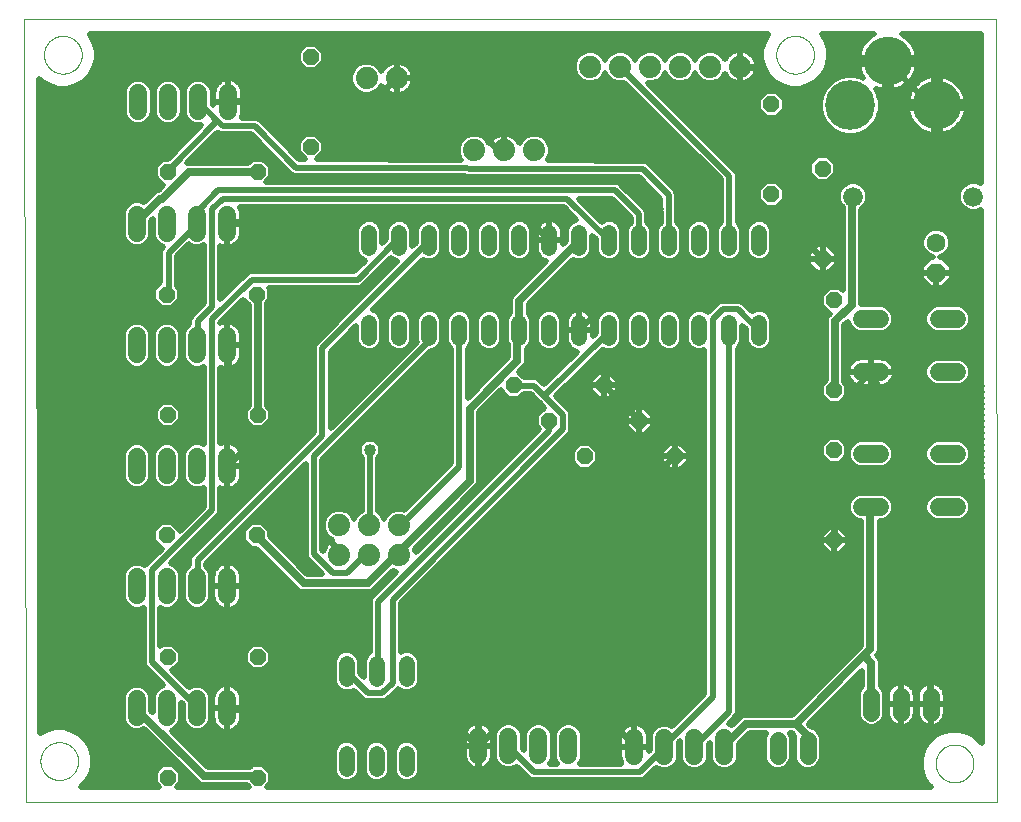
<source format=gbl>
G75*
%MOIN*%
%OFA0B0*%
%FSLAX25Y25*%
%IPPOS*%
%LPD*%
%AMOC8*
5,1,8,0,0,1.08239X$1,22.5*
%
%ADD10C,0.00000*%
%ADD11OC8,0.06300*%
%ADD12C,0.06300*%
%ADD13OC8,0.05600*%
%ADD14C,0.05200*%
%ADD15C,0.16598*%
%ADD16C,0.16200*%
%ADD17OC8,0.05200*%
%ADD18C,0.06000*%
%ADD19C,0.07400*%
%ADD20C,0.05600*%
%ADD21C,0.06600*%
%ADD22C,0.04000*%
%ADD23C,0.01969*%
%ADD24C,0.02559*%
D10*
X0001394Y0001000D02*
X0001000Y0262024D01*
X0324858Y0262024D01*
X0325252Y0001000D01*
X0001394Y0001000D01*
X0006355Y0014780D02*
X0006357Y0014938D01*
X0006363Y0015096D01*
X0006373Y0015254D01*
X0006387Y0015412D01*
X0006405Y0015569D01*
X0006426Y0015726D01*
X0006452Y0015882D01*
X0006482Y0016038D01*
X0006515Y0016193D01*
X0006553Y0016346D01*
X0006594Y0016499D01*
X0006639Y0016651D01*
X0006688Y0016802D01*
X0006741Y0016951D01*
X0006797Y0017099D01*
X0006857Y0017245D01*
X0006921Y0017390D01*
X0006989Y0017533D01*
X0007060Y0017675D01*
X0007134Y0017815D01*
X0007212Y0017952D01*
X0007294Y0018088D01*
X0007378Y0018222D01*
X0007467Y0018353D01*
X0007558Y0018482D01*
X0007653Y0018609D01*
X0007750Y0018734D01*
X0007851Y0018856D01*
X0007955Y0018975D01*
X0008062Y0019092D01*
X0008172Y0019206D01*
X0008285Y0019317D01*
X0008400Y0019426D01*
X0008518Y0019531D01*
X0008639Y0019633D01*
X0008762Y0019733D01*
X0008888Y0019829D01*
X0009016Y0019922D01*
X0009146Y0020012D01*
X0009279Y0020098D01*
X0009414Y0020182D01*
X0009550Y0020261D01*
X0009689Y0020338D01*
X0009830Y0020410D01*
X0009972Y0020480D01*
X0010116Y0020545D01*
X0010262Y0020607D01*
X0010409Y0020665D01*
X0010558Y0020720D01*
X0010708Y0020771D01*
X0010859Y0020818D01*
X0011011Y0020861D01*
X0011164Y0020900D01*
X0011319Y0020936D01*
X0011474Y0020967D01*
X0011630Y0020995D01*
X0011786Y0021019D01*
X0011943Y0021039D01*
X0012101Y0021055D01*
X0012258Y0021067D01*
X0012417Y0021075D01*
X0012575Y0021079D01*
X0012733Y0021079D01*
X0012891Y0021075D01*
X0013050Y0021067D01*
X0013207Y0021055D01*
X0013365Y0021039D01*
X0013522Y0021019D01*
X0013678Y0020995D01*
X0013834Y0020967D01*
X0013989Y0020936D01*
X0014144Y0020900D01*
X0014297Y0020861D01*
X0014449Y0020818D01*
X0014600Y0020771D01*
X0014750Y0020720D01*
X0014899Y0020665D01*
X0015046Y0020607D01*
X0015192Y0020545D01*
X0015336Y0020480D01*
X0015478Y0020410D01*
X0015619Y0020338D01*
X0015758Y0020261D01*
X0015894Y0020182D01*
X0016029Y0020098D01*
X0016162Y0020012D01*
X0016292Y0019922D01*
X0016420Y0019829D01*
X0016546Y0019733D01*
X0016669Y0019633D01*
X0016790Y0019531D01*
X0016908Y0019426D01*
X0017023Y0019317D01*
X0017136Y0019206D01*
X0017246Y0019092D01*
X0017353Y0018975D01*
X0017457Y0018856D01*
X0017558Y0018734D01*
X0017655Y0018609D01*
X0017750Y0018482D01*
X0017841Y0018353D01*
X0017930Y0018222D01*
X0018014Y0018088D01*
X0018096Y0017952D01*
X0018174Y0017815D01*
X0018248Y0017675D01*
X0018319Y0017533D01*
X0018387Y0017390D01*
X0018451Y0017245D01*
X0018511Y0017099D01*
X0018567Y0016951D01*
X0018620Y0016802D01*
X0018669Y0016651D01*
X0018714Y0016499D01*
X0018755Y0016346D01*
X0018793Y0016193D01*
X0018826Y0016038D01*
X0018856Y0015882D01*
X0018882Y0015726D01*
X0018903Y0015569D01*
X0018921Y0015412D01*
X0018935Y0015254D01*
X0018945Y0015096D01*
X0018951Y0014938D01*
X0018953Y0014780D01*
X0018951Y0014622D01*
X0018945Y0014464D01*
X0018935Y0014306D01*
X0018921Y0014148D01*
X0018903Y0013991D01*
X0018882Y0013834D01*
X0018856Y0013678D01*
X0018826Y0013522D01*
X0018793Y0013367D01*
X0018755Y0013214D01*
X0018714Y0013061D01*
X0018669Y0012909D01*
X0018620Y0012758D01*
X0018567Y0012609D01*
X0018511Y0012461D01*
X0018451Y0012315D01*
X0018387Y0012170D01*
X0018319Y0012027D01*
X0018248Y0011885D01*
X0018174Y0011745D01*
X0018096Y0011608D01*
X0018014Y0011472D01*
X0017930Y0011338D01*
X0017841Y0011207D01*
X0017750Y0011078D01*
X0017655Y0010951D01*
X0017558Y0010826D01*
X0017457Y0010704D01*
X0017353Y0010585D01*
X0017246Y0010468D01*
X0017136Y0010354D01*
X0017023Y0010243D01*
X0016908Y0010134D01*
X0016790Y0010029D01*
X0016669Y0009927D01*
X0016546Y0009827D01*
X0016420Y0009731D01*
X0016292Y0009638D01*
X0016162Y0009548D01*
X0016029Y0009462D01*
X0015894Y0009378D01*
X0015758Y0009299D01*
X0015619Y0009222D01*
X0015478Y0009150D01*
X0015336Y0009080D01*
X0015192Y0009015D01*
X0015046Y0008953D01*
X0014899Y0008895D01*
X0014750Y0008840D01*
X0014600Y0008789D01*
X0014449Y0008742D01*
X0014297Y0008699D01*
X0014144Y0008660D01*
X0013989Y0008624D01*
X0013834Y0008593D01*
X0013678Y0008565D01*
X0013522Y0008541D01*
X0013365Y0008521D01*
X0013207Y0008505D01*
X0013050Y0008493D01*
X0012891Y0008485D01*
X0012733Y0008481D01*
X0012575Y0008481D01*
X0012417Y0008485D01*
X0012258Y0008493D01*
X0012101Y0008505D01*
X0011943Y0008521D01*
X0011786Y0008541D01*
X0011630Y0008565D01*
X0011474Y0008593D01*
X0011319Y0008624D01*
X0011164Y0008660D01*
X0011011Y0008699D01*
X0010859Y0008742D01*
X0010708Y0008789D01*
X0010558Y0008840D01*
X0010409Y0008895D01*
X0010262Y0008953D01*
X0010116Y0009015D01*
X0009972Y0009080D01*
X0009830Y0009150D01*
X0009689Y0009222D01*
X0009550Y0009299D01*
X0009414Y0009378D01*
X0009279Y0009462D01*
X0009146Y0009548D01*
X0009016Y0009638D01*
X0008888Y0009731D01*
X0008762Y0009827D01*
X0008639Y0009927D01*
X0008518Y0010029D01*
X0008400Y0010134D01*
X0008285Y0010243D01*
X0008172Y0010354D01*
X0008062Y0010468D01*
X0007955Y0010585D01*
X0007851Y0010704D01*
X0007750Y0010826D01*
X0007653Y0010951D01*
X0007558Y0011078D01*
X0007467Y0011207D01*
X0007378Y0011338D01*
X0007294Y0011472D01*
X0007212Y0011608D01*
X0007134Y0011745D01*
X0007060Y0011885D01*
X0006989Y0012027D01*
X0006921Y0012170D01*
X0006857Y0012315D01*
X0006797Y0012461D01*
X0006741Y0012609D01*
X0006688Y0012758D01*
X0006639Y0012909D01*
X0006594Y0013061D01*
X0006553Y0013214D01*
X0006515Y0013367D01*
X0006482Y0013522D01*
X0006452Y0013678D01*
X0006426Y0013834D01*
X0006405Y0013991D01*
X0006387Y0014148D01*
X0006373Y0014306D01*
X0006363Y0014464D01*
X0006357Y0014622D01*
X0006355Y0014780D01*
X0007536Y0250213D02*
X0007538Y0250371D01*
X0007544Y0250529D01*
X0007554Y0250687D01*
X0007568Y0250845D01*
X0007586Y0251002D01*
X0007607Y0251159D01*
X0007633Y0251315D01*
X0007663Y0251471D01*
X0007696Y0251626D01*
X0007734Y0251779D01*
X0007775Y0251932D01*
X0007820Y0252084D01*
X0007869Y0252235D01*
X0007922Y0252384D01*
X0007978Y0252532D01*
X0008038Y0252678D01*
X0008102Y0252823D01*
X0008170Y0252966D01*
X0008241Y0253108D01*
X0008315Y0253248D01*
X0008393Y0253385D01*
X0008475Y0253521D01*
X0008559Y0253655D01*
X0008648Y0253786D01*
X0008739Y0253915D01*
X0008834Y0254042D01*
X0008931Y0254167D01*
X0009032Y0254289D01*
X0009136Y0254408D01*
X0009243Y0254525D01*
X0009353Y0254639D01*
X0009466Y0254750D01*
X0009581Y0254859D01*
X0009699Y0254964D01*
X0009820Y0255066D01*
X0009943Y0255166D01*
X0010069Y0255262D01*
X0010197Y0255355D01*
X0010327Y0255445D01*
X0010460Y0255531D01*
X0010595Y0255615D01*
X0010731Y0255694D01*
X0010870Y0255771D01*
X0011011Y0255843D01*
X0011153Y0255913D01*
X0011297Y0255978D01*
X0011443Y0256040D01*
X0011590Y0256098D01*
X0011739Y0256153D01*
X0011889Y0256204D01*
X0012040Y0256251D01*
X0012192Y0256294D01*
X0012345Y0256333D01*
X0012500Y0256369D01*
X0012655Y0256400D01*
X0012811Y0256428D01*
X0012967Y0256452D01*
X0013124Y0256472D01*
X0013282Y0256488D01*
X0013439Y0256500D01*
X0013598Y0256508D01*
X0013756Y0256512D01*
X0013914Y0256512D01*
X0014072Y0256508D01*
X0014231Y0256500D01*
X0014388Y0256488D01*
X0014546Y0256472D01*
X0014703Y0256452D01*
X0014859Y0256428D01*
X0015015Y0256400D01*
X0015170Y0256369D01*
X0015325Y0256333D01*
X0015478Y0256294D01*
X0015630Y0256251D01*
X0015781Y0256204D01*
X0015931Y0256153D01*
X0016080Y0256098D01*
X0016227Y0256040D01*
X0016373Y0255978D01*
X0016517Y0255913D01*
X0016659Y0255843D01*
X0016800Y0255771D01*
X0016939Y0255694D01*
X0017075Y0255615D01*
X0017210Y0255531D01*
X0017343Y0255445D01*
X0017473Y0255355D01*
X0017601Y0255262D01*
X0017727Y0255166D01*
X0017850Y0255066D01*
X0017971Y0254964D01*
X0018089Y0254859D01*
X0018204Y0254750D01*
X0018317Y0254639D01*
X0018427Y0254525D01*
X0018534Y0254408D01*
X0018638Y0254289D01*
X0018739Y0254167D01*
X0018836Y0254042D01*
X0018931Y0253915D01*
X0019022Y0253786D01*
X0019111Y0253655D01*
X0019195Y0253521D01*
X0019277Y0253385D01*
X0019355Y0253248D01*
X0019429Y0253108D01*
X0019500Y0252966D01*
X0019568Y0252823D01*
X0019632Y0252678D01*
X0019692Y0252532D01*
X0019748Y0252384D01*
X0019801Y0252235D01*
X0019850Y0252084D01*
X0019895Y0251932D01*
X0019936Y0251779D01*
X0019974Y0251626D01*
X0020007Y0251471D01*
X0020037Y0251315D01*
X0020063Y0251159D01*
X0020084Y0251002D01*
X0020102Y0250845D01*
X0020116Y0250687D01*
X0020126Y0250529D01*
X0020132Y0250371D01*
X0020134Y0250213D01*
X0020132Y0250055D01*
X0020126Y0249897D01*
X0020116Y0249739D01*
X0020102Y0249581D01*
X0020084Y0249424D01*
X0020063Y0249267D01*
X0020037Y0249111D01*
X0020007Y0248955D01*
X0019974Y0248800D01*
X0019936Y0248647D01*
X0019895Y0248494D01*
X0019850Y0248342D01*
X0019801Y0248191D01*
X0019748Y0248042D01*
X0019692Y0247894D01*
X0019632Y0247748D01*
X0019568Y0247603D01*
X0019500Y0247460D01*
X0019429Y0247318D01*
X0019355Y0247178D01*
X0019277Y0247041D01*
X0019195Y0246905D01*
X0019111Y0246771D01*
X0019022Y0246640D01*
X0018931Y0246511D01*
X0018836Y0246384D01*
X0018739Y0246259D01*
X0018638Y0246137D01*
X0018534Y0246018D01*
X0018427Y0245901D01*
X0018317Y0245787D01*
X0018204Y0245676D01*
X0018089Y0245567D01*
X0017971Y0245462D01*
X0017850Y0245360D01*
X0017727Y0245260D01*
X0017601Y0245164D01*
X0017473Y0245071D01*
X0017343Y0244981D01*
X0017210Y0244895D01*
X0017075Y0244811D01*
X0016939Y0244732D01*
X0016800Y0244655D01*
X0016659Y0244583D01*
X0016517Y0244513D01*
X0016373Y0244448D01*
X0016227Y0244386D01*
X0016080Y0244328D01*
X0015931Y0244273D01*
X0015781Y0244222D01*
X0015630Y0244175D01*
X0015478Y0244132D01*
X0015325Y0244093D01*
X0015170Y0244057D01*
X0015015Y0244026D01*
X0014859Y0243998D01*
X0014703Y0243974D01*
X0014546Y0243954D01*
X0014388Y0243938D01*
X0014231Y0243926D01*
X0014072Y0243918D01*
X0013914Y0243914D01*
X0013756Y0243914D01*
X0013598Y0243918D01*
X0013439Y0243926D01*
X0013282Y0243938D01*
X0013124Y0243954D01*
X0012967Y0243974D01*
X0012811Y0243998D01*
X0012655Y0244026D01*
X0012500Y0244057D01*
X0012345Y0244093D01*
X0012192Y0244132D01*
X0012040Y0244175D01*
X0011889Y0244222D01*
X0011739Y0244273D01*
X0011590Y0244328D01*
X0011443Y0244386D01*
X0011297Y0244448D01*
X0011153Y0244513D01*
X0011011Y0244583D01*
X0010870Y0244655D01*
X0010731Y0244732D01*
X0010595Y0244811D01*
X0010460Y0244895D01*
X0010327Y0244981D01*
X0010197Y0245071D01*
X0010069Y0245164D01*
X0009943Y0245260D01*
X0009820Y0245360D01*
X0009699Y0245462D01*
X0009581Y0245567D01*
X0009466Y0245676D01*
X0009353Y0245787D01*
X0009243Y0245901D01*
X0009136Y0246018D01*
X0009032Y0246137D01*
X0008931Y0246259D01*
X0008834Y0246384D01*
X0008739Y0246511D01*
X0008648Y0246640D01*
X0008559Y0246771D01*
X0008475Y0246905D01*
X0008393Y0247041D01*
X0008315Y0247178D01*
X0008241Y0247318D01*
X0008170Y0247460D01*
X0008102Y0247603D01*
X0008038Y0247748D01*
X0007978Y0247894D01*
X0007922Y0248042D01*
X0007869Y0248191D01*
X0007820Y0248342D01*
X0007775Y0248494D01*
X0007734Y0248647D01*
X0007696Y0248800D01*
X0007663Y0248955D01*
X0007633Y0249111D01*
X0007607Y0249267D01*
X0007586Y0249424D01*
X0007568Y0249581D01*
X0007554Y0249739D01*
X0007544Y0249897D01*
X0007538Y0250055D01*
X0007536Y0250213D01*
X0251630Y0250213D02*
X0251632Y0250371D01*
X0251638Y0250529D01*
X0251648Y0250687D01*
X0251662Y0250845D01*
X0251680Y0251002D01*
X0251701Y0251159D01*
X0251727Y0251315D01*
X0251757Y0251471D01*
X0251790Y0251626D01*
X0251828Y0251779D01*
X0251869Y0251932D01*
X0251914Y0252084D01*
X0251963Y0252235D01*
X0252016Y0252384D01*
X0252072Y0252532D01*
X0252132Y0252678D01*
X0252196Y0252823D01*
X0252264Y0252966D01*
X0252335Y0253108D01*
X0252409Y0253248D01*
X0252487Y0253385D01*
X0252569Y0253521D01*
X0252653Y0253655D01*
X0252742Y0253786D01*
X0252833Y0253915D01*
X0252928Y0254042D01*
X0253025Y0254167D01*
X0253126Y0254289D01*
X0253230Y0254408D01*
X0253337Y0254525D01*
X0253447Y0254639D01*
X0253560Y0254750D01*
X0253675Y0254859D01*
X0253793Y0254964D01*
X0253914Y0255066D01*
X0254037Y0255166D01*
X0254163Y0255262D01*
X0254291Y0255355D01*
X0254421Y0255445D01*
X0254554Y0255531D01*
X0254689Y0255615D01*
X0254825Y0255694D01*
X0254964Y0255771D01*
X0255105Y0255843D01*
X0255247Y0255913D01*
X0255391Y0255978D01*
X0255537Y0256040D01*
X0255684Y0256098D01*
X0255833Y0256153D01*
X0255983Y0256204D01*
X0256134Y0256251D01*
X0256286Y0256294D01*
X0256439Y0256333D01*
X0256594Y0256369D01*
X0256749Y0256400D01*
X0256905Y0256428D01*
X0257061Y0256452D01*
X0257218Y0256472D01*
X0257376Y0256488D01*
X0257533Y0256500D01*
X0257692Y0256508D01*
X0257850Y0256512D01*
X0258008Y0256512D01*
X0258166Y0256508D01*
X0258325Y0256500D01*
X0258482Y0256488D01*
X0258640Y0256472D01*
X0258797Y0256452D01*
X0258953Y0256428D01*
X0259109Y0256400D01*
X0259264Y0256369D01*
X0259419Y0256333D01*
X0259572Y0256294D01*
X0259724Y0256251D01*
X0259875Y0256204D01*
X0260025Y0256153D01*
X0260174Y0256098D01*
X0260321Y0256040D01*
X0260467Y0255978D01*
X0260611Y0255913D01*
X0260753Y0255843D01*
X0260894Y0255771D01*
X0261033Y0255694D01*
X0261169Y0255615D01*
X0261304Y0255531D01*
X0261437Y0255445D01*
X0261567Y0255355D01*
X0261695Y0255262D01*
X0261821Y0255166D01*
X0261944Y0255066D01*
X0262065Y0254964D01*
X0262183Y0254859D01*
X0262298Y0254750D01*
X0262411Y0254639D01*
X0262521Y0254525D01*
X0262628Y0254408D01*
X0262732Y0254289D01*
X0262833Y0254167D01*
X0262930Y0254042D01*
X0263025Y0253915D01*
X0263116Y0253786D01*
X0263205Y0253655D01*
X0263289Y0253521D01*
X0263371Y0253385D01*
X0263449Y0253248D01*
X0263523Y0253108D01*
X0263594Y0252966D01*
X0263662Y0252823D01*
X0263726Y0252678D01*
X0263786Y0252532D01*
X0263842Y0252384D01*
X0263895Y0252235D01*
X0263944Y0252084D01*
X0263989Y0251932D01*
X0264030Y0251779D01*
X0264068Y0251626D01*
X0264101Y0251471D01*
X0264131Y0251315D01*
X0264157Y0251159D01*
X0264178Y0251002D01*
X0264196Y0250845D01*
X0264210Y0250687D01*
X0264220Y0250529D01*
X0264226Y0250371D01*
X0264228Y0250213D01*
X0264226Y0250055D01*
X0264220Y0249897D01*
X0264210Y0249739D01*
X0264196Y0249581D01*
X0264178Y0249424D01*
X0264157Y0249267D01*
X0264131Y0249111D01*
X0264101Y0248955D01*
X0264068Y0248800D01*
X0264030Y0248647D01*
X0263989Y0248494D01*
X0263944Y0248342D01*
X0263895Y0248191D01*
X0263842Y0248042D01*
X0263786Y0247894D01*
X0263726Y0247748D01*
X0263662Y0247603D01*
X0263594Y0247460D01*
X0263523Y0247318D01*
X0263449Y0247178D01*
X0263371Y0247041D01*
X0263289Y0246905D01*
X0263205Y0246771D01*
X0263116Y0246640D01*
X0263025Y0246511D01*
X0262930Y0246384D01*
X0262833Y0246259D01*
X0262732Y0246137D01*
X0262628Y0246018D01*
X0262521Y0245901D01*
X0262411Y0245787D01*
X0262298Y0245676D01*
X0262183Y0245567D01*
X0262065Y0245462D01*
X0261944Y0245360D01*
X0261821Y0245260D01*
X0261695Y0245164D01*
X0261567Y0245071D01*
X0261437Y0244981D01*
X0261304Y0244895D01*
X0261169Y0244811D01*
X0261033Y0244732D01*
X0260894Y0244655D01*
X0260753Y0244583D01*
X0260611Y0244513D01*
X0260467Y0244448D01*
X0260321Y0244386D01*
X0260174Y0244328D01*
X0260025Y0244273D01*
X0259875Y0244222D01*
X0259724Y0244175D01*
X0259572Y0244132D01*
X0259419Y0244093D01*
X0259264Y0244057D01*
X0259109Y0244026D01*
X0258953Y0243998D01*
X0258797Y0243974D01*
X0258640Y0243954D01*
X0258482Y0243938D01*
X0258325Y0243926D01*
X0258166Y0243918D01*
X0258008Y0243914D01*
X0257850Y0243914D01*
X0257692Y0243918D01*
X0257533Y0243926D01*
X0257376Y0243938D01*
X0257218Y0243954D01*
X0257061Y0243974D01*
X0256905Y0243998D01*
X0256749Y0244026D01*
X0256594Y0244057D01*
X0256439Y0244093D01*
X0256286Y0244132D01*
X0256134Y0244175D01*
X0255983Y0244222D01*
X0255833Y0244273D01*
X0255684Y0244328D01*
X0255537Y0244386D01*
X0255391Y0244448D01*
X0255247Y0244513D01*
X0255105Y0244583D01*
X0254964Y0244655D01*
X0254825Y0244732D01*
X0254689Y0244811D01*
X0254554Y0244895D01*
X0254421Y0244981D01*
X0254291Y0245071D01*
X0254163Y0245164D01*
X0254037Y0245260D01*
X0253914Y0245360D01*
X0253793Y0245462D01*
X0253675Y0245567D01*
X0253560Y0245676D01*
X0253447Y0245787D01*
X0253337Y0245901D01*
X0253230Y0246018D01*
X0253126Y0246137D01*
X0253025Y0246259D01*
X0252928Y0246384D01*
X0252833Y0246511D01*
X0252742Y0246640D01*
X0252653Y0246771D01*
X0252569Y0246905D01*
X0252487Y0247041D01*
X0252409Y0247178D01*
X0252335Y0247318D01*
X0252264Y0247460D01*
X0252196Y0247603D01*
X0252132Y0247748D01*
X0252072Y0247894D01*
X0252016Y0248042D01*
X0251963Y0248191D01*
X0251914Y0248342D01*
X0251869Y0248494D01*
X0251828Y0248647D01*
X0251790Y0248800D01*
X0251757Y0248955D01*
X0251727Y0249111D01*
X0251701Y0249267D01*
X0251680Y0249424D01*
X0251662Y0249581D01*
X0251648Y0249739D01*
X0251638Y0249897D01*
X0251632Y0250055D01*
X0251630Y0250213D01*
X0304780Y0013992D02*
X0304782Y0014150D01*
X0304788Y0014308D01*
X0304798Y0014466D01*
X0304812Y0014624D01*
X0304830Y0014781D01*
X0304851Y0014938D01*
X0304877Y0015094D01*
X0304907Y0015250D01*
X0304940Y0015405D01*
X0304978Y0015558D01*
X0305019Y0015711D01*
X0305064Y0015863D01*
X0305113Y0016014D01*
X0305166Y0016163D01*
X0305222Y0016311D01*
X0305282Y0016457D01*
X0305346Y0016602D01*
X0305414Y0016745D01*
X0305485Y0016887D01*
X0305559Y0017027D01*
X0305637Y0017164D01*
X0305719Y0017300D01*
X0305803Y0017434D01*
X0305892Y0017565D01*
X0305983Y0017694D01*
X0306078Y0017821D01*
X0306175Y0017946D01*
X0306276Y0018068D01*
X0306380Y0018187D01*
X0306487Y0018304D01*
X0306597Y0018418D01*
X0306710Y0018529D01*
X0306825Y0018638D01*
X0306943Y0018743D01*
X0307064Y0018845D01*
X0307187Y0018945D01*
X0307313Y0019041D01*
X0307441Y0019134D01*
X0307571Y0019224D01*
X0307704Y0019310D01*
X0307839Y0019394D01*
X0307975Y0019473D01*
X0308114Y0019550D01*
X0308255Y0019622D01*
X0308397Y0019692D01*
X0308541Y0019757D01*
X0308687Y0019819D01*
X0308834Y0019877D01*
X0308983Y0019932D01*
X0309133Y0019983D01*
X0309284Y0020030D01*
X0309436Y0020073D01*
X0309589Y0020112D01*
X0309744Y0020148D01*
X0309899Y0020179D01*
X0310055Y0020207D01*
X0310211Y0020231D01*
X0310368Y0020251D01*
X0310526Y0020267D01*
X0310683Y0020279D01*
X0310842Y0020287D01*
X0311000Y0020291D01*
X0311158Y0020291D01*
X0311316Y0020287D01*
X0311475Y0020279D01*
X0311632Y0020267D01*
X0311790Y0020251D01*
X0311947Y0020231D01*
X0312103Y0020207D01*
X0312259Y0020179D01*
X0312414Y0020148D01*
X0312569Y0020112D01*
X0312722Y0020073D01*
X0312874Y0020030D01*
X0313025Y0019983D01*
X0313175Y0019932D01*
X0313324Y0019877D01*
X0313471Y0019819D01*
X0313617Y0019757D01*
X0313761Y0019692D01*
X0313903Y0019622D01*
X0314044Y0019550D01*
X0314183Y0019473D01*
X0314319Y0019394D01*
X0314454Y0019310D01*
X0314587Y0019224D01*
X0314717Y0019134D01*
X0314845Y0019041D01*
X0314971Y0018945D01*
X0315094Y0018845D01*
X0315215Y0018743D01*
X0315333Y0018638D01*
X0315448Y0018529D01*
X0315561Y0018418D01*
X0315671Y0018304D01*
X0315778Y0018187D01*
X0315882Y0018068D01*
X0315983Y0017946D01*
X0316080Y0017821D01*
X0316175Y0017694D01*
X0316266Y0017565D01*
X0316355Y0017434D01*
X0316439Y0017300D01*
X0316521Y0017164D01*
X0316599Y0017027D01*
X0316673Y0016887D01*
X0316744Y0016745D01*
X0316812Y0016602D01*
X0316876Y0016457D01*
X0316936Y0016311D01*
X0316992Y0016163D01*
X0317045Y0016014D01*
X0317094Y0015863D01*
X0317139Y0015711D01*
X0317180Y0015558D01*
X0317218Y0015405D01*
X0317251Y0015250D01*
X0317281Y0015094D01*
X0317307Y0014938D01*
X0317328Y0014781D01*
X0317346Y0014624D01*
X0317360Y0014466D01*
X0317370Y0014308D01*
X0317376Y0014150D01*
X0317378Y0013992D01*
X0317376Y0013834D01*
X0317370Y0013676D01*
X0317360Y0013518D01*
X0317346Y0013360D01*
X0317328Y0013203D01*
X0317307Y0013046D01*
X0317281Y0012890D01*
X0317251Y0012734D01*
X0317218Y0012579D01*
X0317180Y0012426D01*
X0317139Y0012273D01*
X0317094Y0012121D01*
X0317045Y0011970D01*
X0316992Y0011821D01*
X0316936Y0011673D01*
X0316876Y0011527D01*
X0316812Y0011382D01*
X0316744Y0011239D01*
X0316673Y0011097D01*
X0316599Y0010957D01*
X0316521Y0010820D01*
X0316439Y0010684D01*
X0316355Y0010550D01*
X0316266Y0010419D01*
X0316175Y0010290D01*
X0316080Y0010163D01*
X0315983Y0010038D01*
X0315882Y0009916D01*
X0315778Y0009797D01*
X0315671Y0009680D01*
X0315561Y0009566D01*
X0315448Y0009455D01*
X0315333Y0009346D01*
X0315215Y0009241D01*
X0315094Y0009139D01*
X0314971Y0009039D01*
X0314845Y0008943D01*
X0314717Y0008850D01*
X0314587Y0008760D01*
X0314454Y0008674D01*
X0314319Y0008590D01*
X0314183Y0008511D01*
X0314044Y0008434D01*
X0313903Y0008362D01*
X0313761Y0008292D01*
X0313617Y0008227D01*
X0313471Y0008165D01*
X0313324Y0008107D01*
X0313175Y0008052D01*
X0313025Y0008001D01*
X0312874Y0007954D01*
X0312722Y0007911D01*
X0312569Y0007872D01*
X0312414Y0007836D01*
X0312259Y0007805D01*
X0312103Y0007777D01*
X0311947Y0007753D01*
X0311790Y0007733D01*
X0311632Y0007717D01*
X0311475Y0007705D01*
X0311316Y0007697D01*
X0311158Y0007693D01*
X0311000Y0007693D01*
X0310842Y0007697D01*
X0310683Y0007705D01*
X0310526Y0007717D01*
X0310368Y0007733D01*
X0310211Y0007753D01*
X0310055Y0007777D01*
X0309899Y0007805D01*
X0309744Y0007836D01*
X0309589Y0007872D01*
X0309436Y0007911D01*
X0309284Y0007954D01*
X0309133Y0008001D01*
X0308983Y0008052D01*
X0308834Y0008107D01*
X0308687Y0008165D01*
X0308541Y0008227D01*
X0308397Y0008292D01*
X0308255Y0008362D01*
X0308114Y0008434D01*
X0307975Y0008511D01*
X0307839Y0008590D01*
X0307704Y0008674D01*
X0307571Y0008760D01*
X0307441Y0008850D01*
X0307313Y0008943D01*
X0307187Y0009039D01*
X0307064Y0009139D01*
X0306943Y0009241D01*
X0306825Y0009346D01*
X0306710Y0009455D01*
X0306597Y0009566D01*
X0306487Y0009680D01*
X0306380Y0009797D01*
X0306276Y0009916D01*
X0306175Y0010038D01*
X0306078Y0010163D01*
X0305983Y0010290D01*
X0305892Y0010419D01*
X0305803Y0010550D01*
X0305719Y0010684D01*
X0305637Y0010820D01*
X0305559Y0010957D01*
X0305485Y0011097D01*
X0305414Y0011239D01*
X0305346Y0011382D01*
X0305282Y0011527D01*
X0305222Y0011673D01*
X0305166Y0011821D01*
X0305113Y0011970D01*
X0305064Y0012121D01*
X0305019Y0012273D01*
X0304978Y0012426D01*
X0304940Y0012579D01*
X0304907Y0012734D01*
X0304877Y0012890D01*
X0304851Y0013046D01*
X0304830Y0013203D01*
X0304812Y0013360D01*
X0304798Y0013518D01*
X0304788Y0013676D01*
X0304782Y0013834D01*
X0304780Y0013992D01*
D11*
X0304937Y0177575D03*
D12*
X0304937Y0187575D03*
D13*
X0267063Y0182260D03*
X0250055Y0203717D03*
X0267063Y0212260D03*
X0250055Y0233717D03*
D14*
X0246000Y0190923D02*
X0246000Y0185723D01*
X0236000Y0185723D02*
X0236000Y0190923D01*
X0226000Y0190923D02*
X0226000Y0185723D01*
X0216000Y0185723D02*
X0216000Y0190923D01*
X0206000Y0190923D02*
X0206000Y0185723D01*
X0196000Y0185723D02*
X0196000Y0190923D01*
X0186000Y0190923D02*
X0186000Y0185723D01*
X0176000Y0185723D02*
X0176000Y0190923D01*
X0166000Y0190923D02*
X0166000Y0185723D01*
X0156000Y0185723D02*
X0156000Y0190923D01*
X0146000Y0190923D02*
X0146000Y0185723D01*
X0136000Y0185723D02*
X0136000Y0190923D01*
X0126000Y0190923D02*
X0126000Y0185723D01*
X0116000Y0185723D02*
X0116000Y0190923D01*
X0116000Y0160923D02*
X0116000Y0155723D01*
X0126000Y0155723D02*
X0126000Y0160923D01*
X0136000Y0160923D02*
X0136000Y0155723D01*
X0146000Y0155723D02*
X0146000Y0160923D01*
X0156000Y0160923D02*
X0156000Y0155723D01*
X0166000Y0155723D02*
X0166000Y0160923D01*
X0176000Y0160923D02*
X0176000Y0155723D01*
X0186000Y0155723D02*
X0186000Y0160923D01*
X0196000Y0160923D02*
X0196000Y0155723D01*
X0206000Y0155723D02*
X0206000Y0160923D01*
X0216000Y0160923D02*
X0216000Y0155723D01*
X0226000Y0155723D02*
X0226000Y0160923D01*
X0236000Y0160923D02*
X0236000Y0155723D01*
X0246000Y0155723D02*
X0246000Y0160923D01*
X0128520Y0047261D02*
X0128520Y0042061D01*
X0118520Y0042061D02*
X0118520Y0047261D01*
X0108520Y0047261D02*
X0108520Y0042061D01*
X0108520Y0017261D02*
X0108520Y0012061D01*
X0118520Y0012061D02*
X0118520Y0017261D01*
X0128520Y0017261D02*
X0128520Y0012061D01*
D15*
X0276363Y0233323D03*
D16*
X0288874Y0248132D03*
X0305185Y0233423D03*
D17*
X0271000Y0168323D03*
X0271000Y0138323D03*
X0271000Y0118323D03*
X0271000Y0088323D03*
X0217811Y0116354D03*
X0206000Y0128165D03*
X0194189Y0139976D03*
X0176000Y0128165D03*
X0187811Y0116354D03*
X0164189Y0139976D03*
X0078835Y0130134D03*
X0048835Y0130134D03*
X0048441Y0170291D03*
X0078441Y0170291D03*
X0078835Y0211236D03*
X0096512Y0219465D03*
X0096512Y0249465D03*
X0048835Y0211236D03*
X0048441Y0089976D03*
X0078441Y0089976D03*
X0078835Y0049425D03*
X0048835Y0049425D03*
X0048835Y0009268D03*
X0078835Y0009268D03*
D18*
X0068598Y0029496D02*
X0068598Y0035496D01*
X0058598Y0035496D02*
X0058598Y0029496D01*
X0048598Y0029496D02*
X0048598Y0035496D01*
X0038598Y0035496D02*
X0038598Y0029496D01*
X0038598Y0070047D02*
X0038598Y0076047D01*
X0048598Y0076047D02*
X0048598Y0070047D01*
X0058598Y0070047D02*
X0058598Y0076047D01*
X0068598Y0076047D02*
X0068598Y0070047D01*
X0068598Y0110205D02*
X0068598Y0116205D01*
X0058598Y0116205D02*
X0058598Y0110205D01*
X0048598Y0110205D02*
X0048598Y0116205D01*
X0038598Y0116205D02*
X0038598Y0110205D01*
X0038598Y0150362D02*
X0038598Y0156362D01*
X0048598Y0156362D02*
X0048598Y0150362D01*
X0058598Y0150362D02*
X0058598Y0156362D01*
X0068598Y0156362D02*
X0068598Y0150362D01*
X0068598Y0190913D02*
X0068598Y0196913D01*
X0058598Y0196913D02*
X0058598Y0190913D01*
X0048598Y0190913D02*
X0048598Y0196913D01*
X0038598Y0196913D02*
X0038598Y0190913D01*
X0038992Y0231465D02*
X0038992Y0237465D01*
X0048992Y0237465D02*
X0048992Y0231465D01*
X0058992Y0231465D02*
X0058992Y0237465D01*
X0068992Y0237465D02*
X0068992Y0231465D01*
X0280200Y0162223D02*
X0286200Y0162223D01*
X0305800Y0162223D02*
X0311800Y0162223D01*
X0311800Y0144423D02*
X0305800Y0144423D01*
X0286200Y0144423D02*
X0280200Y0144423D01*
X0280200Y0117223D02*
X0286200Y0117223D01*
X0305800Y0117223D02*
X0311800Y0117223D01*
X0311800Y0099423D02*
X0305800Y0099423D01*
X0286200Y0099423D02*
X0280200Y0099423D01*
X0234346Y0022504D02*
X0234346Y0016504D01*
X0224346Y0016504D02*
X0224346Y0022504D01*
X0214346Y0022504D02*
X0214346Y0016504D01*
X0204346Y0016504D02*
X0204346Y0022504D01*
X0182378Y0022898D02*
X0182378Y0016898D01*
X0172378Y0016898D02*
X0172378Y0022898D01*
X0162378Y0022898D02*
X0162378Y0016898D01*
X0152378Y0016898D02*
X0152378Y0022898D01*
D19*
X0126000Y0083323D03*
X0116000Y0083323D03*
X0106000Y0083323D03*
X0106000Y0093323D03*
X0116000Y0093323D03*
X0126000Y0093323D03*
X0151000Y0218323D03*
X0161000Y0218323D03*
X0171000Y0218323D03*
X0189622Y0246276D03*
X0199622Y0246276D03*
X0209622Y0246276D03*
X0219622Y0246276D03*
X0229622Y0246276D03*
X0239622Y0246276D03*
X0125134Y0242339D03*
X0115134Y0242339D03*
D20*
X0283362Y0036477D02*
X0283362Y0030877D01*
X0293362Y0030877D02*
X0293362Y0036477D01*
X0303362Y0036477D02*
X0303362Y0030877D01*
X0262142Y0021910D02*
X0262142Y0016310D01*
X0252142Y0016310D02*
X0252142Y0021910D01*
D21*
X0277299Y0202969D03*
X0317299Y0202969D03*
D22*
X0159504Y0124228D03*
X0116224Y0118458D03*
X0105843Y0119150D03*
X0096512Y0128165D03*
D23*
X0096153Y0128148D01*
X0083694Y0128148D01*
X0078850Y0123303D01*
X0069160Y0132993D01*
X0069160Y0153065D01*
X0068598Y0153362D01*
X0068583Y0153346D02*
X0068614Y0153346D01*
X0068614Y0145378D01*
X0068991Y0145378D01*
X0069766Y0145501D01*
X0070512Y0145743D01*
X0071211Y0146099D01*
X0071845Y0146560D01*
X0072400Y0147115D01*
X0072861Y0147750D01*
X0073218Y0148449D01*
X0073460Y0149195D01*
X0073583Y0149970D01*
X0073583Y0153346D01*
X0068614Y0153346D01*
X0068614Y0153378D01*
X0068583Y0153378D01*
X0068583Y0161346D01*
X0068206Y0161346D01*
X0067431Y0161224D01*
X0066685Y0160981D01*
X0066391Y0160832D01*
X0066391Y0160915D01*
X0074057Y0168581D01*
X0074057Y0168475D01*
X0075786Y0166746D01*
X0075786Y0133285D01*
X0074450Y0131950D01*
X0074450Y0128318D01*
X0077019Y0125750D01*
X0080651Y0125750D01*
X0083219Y0128318D01*
X0083219Y0131950D01*
X0081913Y0133255D01*
X0081913Y0167564D01*
X0082825Y0168475D01*
X0082825Y0172107D01*
X0082488Y0172444D01*
X0112622Y0172444D01*
X0113640Y0172866D01*
X0123148Y0182374D01*
X0123517Y0182006D01*
X0125128Y0181339D01*
X0125356Y0181339D01*
X0098737Y0154719D01*
X0097958Y0153941D01*
X0097537Y0152923D01*
X0097537Y0124450D01*
X0057210Y0084123D01*
X0056431Y0083344D01*
X0056009Y0082326D01*
X0056009Y0080153D01*
X0055888Y0080103D01*
X0054543Y0078757D01*
X0053814Y0076999D01*
X0053814Y0069096D01*
X0054543Y0067337D01*
X0055888Y0065991D01*
X0057647Y0065263D01*
X0059550Y0065263D01*
X0061308Y0065991D01*
X0062654Y0067337D01*
X0063383Y0069096D01*
X0063383Y0076999D01*
X0062654Y0078757D01*
X0061546Y0079865D01*
X0061546Y0080629D01*
X0094769Y0113851D01*
X0094769Y0083301D01*
X0095190Y0082284D01*
X0095969Y0081505D01*
X0100248Y0077226D01*
X0095345Y0077226D01*
X0082825Y0089746D01*
X0082825Y0091792D01*
X0080257Y0094361D01*
X0076625Y0094361D01*
X0074057Y0091792D01*
X0074057Y0088160D01*
X0076625Y0085592D01*
X0078314Y0085592D01*
X0092341Y0071565D01*
X0093467Y0071098D01*
X0116142Y0071098D01*
X0117268Y0071565D01*
X0118130Y0072427D01*
X0123942Y0078239D01*
X0124909Y0077839D01*
X0124983Y0077839D01*
X0116646Y0069501D01*
X0116224Y0068484D01*
X0116224Y0051056D01*
X0116036Y0050978D01*
X0114803Y0049745D01*
X0114135Y0048134D01*
X0114135Y0042792D01*
X0112904Y0044023D01*
X0112904Y0048134D01*
X0112236Y0049745D01*
X0111003Y0050978D01*
X0109392Y0051646D01*
X0107648Y0051646D01*
X0106036Y0050978D01*
X0104803Y0049745D01*
X0104135Y0048134D01*
X0104135Y0041189D01*
X0104803Y0039578D01*
X0106036Y0038345D01*
X0107648Y0037677D01*
X0109392Y0037677D01*
X0110826Y0038271D01*
X0113185Y0035911D01*
X0113964Y0035133D01*
X0114982Y0034711D01*
X0120928Y0034711D01*
X0121945Y0035133D01*
X0125406Y0038593D01*
X0125597Y0038784D01*
X0126036Y0038345D01*
X0127648Y0037677D01*
X0129392Y0037677D01*
X0131003Y0038345D01*
X0132236Y0039578D01*
X0132904Y0041189D01*
X0132904Y0048134D01*
X0132236Y0049745D01*
X0131003Y0050978D01*
X0129392Y0051646D01*
X0127648Y0051646D01*
X0126606Y0051214D01*
X0126606Y0067478D01*
X0182160Y0123033D01*
X0182939Y0123811D01*
X0183361Y0124829D01*
X0183361Y0130775D01*
X0182939Y0131793D01*
X0178278Y0136454D01*
X0193739Y0151914D01*
X0195128Y0151339D01*
X0196872Y0151339D01*
X0198483Y0152006D01*
X0199717Y0153239D01*
X0200384Y0154851D01*
X0200384Y0161795D01*
X0199717Y0163406D01*
X0198483Y0164640D01*
X0196872Y0165307D01*
X0195128Y0165307D01*
X0193517Y0164640D01*
X0192283Y0163406D01*
X0191616Y0161795D01*
X0191616Y0157622D01*
X0190584Y0156590D01*
X0190584Y0158323D01*
X0190584Y0161284D01*
X0190471Y0161996D01*
X0190248Y0162683D01*
X0189921Y0163326D01*
X0189497Y0163909D01*
X0188986Y0164420D01*
X0188403Y0164844D01*
X0187760Y0165171D01*
X0187073Y0165394D01*
X0186361Y0165507D01*
X0186000Y0165507D01*
X0186000Y0158323D01*
X0186000Y0158323D01*
X0186000Y0165507D01*
X0185639Y0165507D01*
X0184927Y0165394D01*
X0184240Y0165171D01*
X0183597Y0164844D01*
X0183014Y0164420D01*
X0182503Y0163909D01*
X0182079Y0163326D01*
X0181752Y0162683D01*
X0181529Y0161996D01*
X0181416Y0161284D01*
X0181416Y0158323D01*
X0186000Y0158323D01*
X0190584Y0158323D01*
X0186000Y0158323D01*
X0186000Y0158323D01*
X0186129Y0158602D01*
X0193050Y0165523D01*
X0197895Y0165523D01*
X0200664Y0162754D01*
X0200664Y0153757D01*
X0195127Y0148220D01*
X0195127Y0140606D01*
X0194189Y0139976D01*
X0194189Y0135392D01*
X0196088Y0135392D01*
X0198773Y0138078D01*
X0198773Y0139976D01*
X0194189Y0139976D01*
X0194189Y0139976D01*
X0194189Y0135392D01*
X0192290Y0135392D01*
X0189605Y0138078D01*
X0189605Y0139976D01*
X0194189Y0139976D01*
X0194189Y0139976D01*
X0194189Y0139976D01*
X0194435Y0139914D01*
X0205509Y0128840D01*
X0206000Y0128165D01*
X0206000Y0123581D01*
X0207899Y0123581D01*
X0210584Y0126266D01*
X0210584Y0128165D01*
X0206000Y0128165D01*
X0206000Y0128165D01*
X0206000Y0123581D01*
X0204101Y0123581D01*
X0201416Y0126266D01*
X0201416Y0128165D01*
X0206000Y0128165D01*
X0206000Y0128165D01*
X0206000Y0128165D01*
X0210584Y0128165D01*
X0210584Y0130064D01*
X0207899Y0132750D01*
X0206000Y0132750D01*
X0204101Y0132750D01*
X0201416Y0130064D01*
X0201416Y0128165D01*
X0206000Y0128165D01*
X0206000Y0132750D01*
X0206000Y0128165D01*
X0206000Y0128165D01*
X0206000Y0128070D02*
X0206000Y0128070D01*
X0206000Y0126103D02*
X0206000Y0126103D01*
X0206000Y0124136D02*
X0206000Y0124136D01*
X0208454Y0124136D02*
X0227657Y0124136D01*
X0227657Y0122169D02*
X0181297Y0122169D01*
X0183074Y0124136D02*
X0203546Y0124136D01*
X0201579Y0126103D02*
X0183361Y0126103D01*
X0183361Y0128070D02*
X0201416Y0128070D01*
X0201416Y0130037D02*
X0183361Y0130037D01*
X0182728Y0132004D02*
X0203356Y0132004D01*
X0206000Y0132004D02*
X0206000Y0132004D01*
X0206000Y0130037D02*
X0206000Y0130037D01*
X0208644Y0132004D02*
X0227657Y0132004D01*
X0227657Y0130037D02*
X0210584Y0130037D01*
X0210584Y0128070D02*
X0227657Y0128070D01*
X0227657Y0126103D02*
X0210421Y0126103D01*
X0215912Y0120939D02*
X0213227Y0118253D01*
X0213227Y0116354D01*
X0213227Y0114455D01*
X0215912Y0111770D01*
X0217811Y0111770D01*
X0217811Y0116354D01*
X0217811Y0116354D01*
X0217811Y0111770D01*
X0219710Y0111770D01*
X0222395Y0114455D01*
X0222395Y0116354D01*
X0217811Y0116354D01*
X0213227Y0116354D01*
X0217811Y0116354D01*
X0217811Y0116354D01*
X0217811Y0116354D01*
X0217275Y0115690D01*
X0197203Y0095618D01*
X0197203Y0028482D01*
X0196511Y0027790D01*
X0204124Y0020176D01*
X0204346Y0019504D01*
X0204331Y0019520D02*
X0204331Y0019488D01*
X0199362Y0019488D01*
X0199362Y0016112D01*
X0199485Y0015337D01*
X0199727Y0014591D01*
X0200055Y0013947D01*
X0186193Y0013947D01*
X0186434Y0014188D01*
X0187162Y0015946D01*
X0187162Y0023849D01*
X0186434Y0025608D01*
X0185088Y0026954D01*
X0183330Y0027682D01*
X0181426Y0027682D01*
X0179668Y0026954D01*
X0178322Y0025608D01*
X0177594Y0023849D01*
X0177594Y0015946D01*
X0178322Y0014188D01*
X0178562Y0013947D01*
X0176193Y0013947D01*
X0176434Y0014188D01*
X0177162Y0015946D01*
X0177162Y0023849D01*
X0176434Y0025608D01*
X0175088Y0026954D01*
X0173330Y0027682D01*
X0171426Y0027682D01*
X0169668Y0026954D01*
X0168322Y0025608D01*
X0167594Y0023849D01*
X0167594Y0018403D01*
X0167162Y0018834D01*
X0167162Y0023849D01*
X0166434Y0025608D01*
X0165088Y0026954D01*
X0163330Y0027682D01*
X0161426Y0027682D01*
X0159668Y0026954D01*
X0158322Y0025608D01*
X0157594Y0023849D01*
X0157594Y0015946D01*
X0158322Y0014188D01*
X0159668Y0012842D01*
X0161426Y0012113D01*
X0163330Y0012113D01*
X0165088Y0012842D01*
X0165206Y0012960D01*
X0169334Y0008832D01*
X0170352Y0008410D01*
X0206751Y0008410D01*
X0207769Y0008832D01*
X0211511Y0012574D01*
X0211636Y0012448D01*
X0213395Y0011720D01*
X0215298Y0011720D01*
X0217057Y0012448D01*
X0218402Y0013794D01*
X0219131Y0015552D01*
X0219131Y0020886D01*
X0219562Y0021317D01*
X0219562Y0015552D01*
X0220291Y0013794D01*
X0221636Y0012448D01*
X0223395Y0011720D01*
X0225298Y0011720D01*
X0227057Y0012448D01*
X0228402Y0013794D01*
X0229131Y0015552D01*
X0229131Y0020504D01*
X0229562Y0020935D01*
X0229562Y0015552D01*
X0230291Y0013794D01*
X0231636Y0012448D01*
X0233395Y0011720D01*
X0235298Y0011720D01*
X0237057Y0012448D01*
X0238402Y0013794D01*
X0239131Y0015552D01*
X0239131Y0020396D01*
X0242768Y0024034D01*
X0248059Y0024034D01*
X0247557Y0022822D01*
X0247557Y0015398D01*
X0248255Y0013713D01*
X0249545Y0012424D01*
X0251230Y0011726D01*
X0253054Y0011726D01*
X0254738Y0012424D01*
X0256028Y0013713D01*
X0256726Y0015398D01*
X0256726Y0022822D01*
X0256224Y0024034D01*
X0256841Y0024034D01*
X0257703Y0023172D01*
X0257557Y0022822D01*
X0257557Y0015398D01*
X0258255Y0013713D01*
X0259545Y0012424D01*
X0261230Y0011726D01*
X0263054Y0011726D01*
X0264738Y0012424D01*
X0266028Y0013713D01*
X0266726Y0015398D01*
X0266726Y0022822D01*
X0266028Y0024507D01*
X0264738Y0025797D01*
X0263054Y0026494D01*
X0263046Y0026494D01*
X0262443Y0027098D01*
X0280298Y0044953D01*
X0280298Y0039896D01*
X0279476Y0039074D01*
X0278778Y0037389D01*
X0278778Y0029965D01*
X0279476Y0028280D01*
X0280765Y0026991D01*
X0282450Y0026293D01*
X0284274Y0026293D01*
X0285959Y0026991D01*
X0287249Y0028280D01*
X0287946Y0029965D01*
X0287946Y0037389D01*
X0287249Y0039074D01*
X0286426Y0039896D01*
X0286426Y0048224D01*
X0285960Y0049350D01*
X0285327Y0049982D01*
X0285624Y0050279D01*
X0286091Y0051405D01*
X0286091Y0094639D01*
X0287152Y0094639D01*
X0288910Y0095367D01*
X0290256Y0096713D01*
X0290984Y0098471D01*
X0290984Y0100374D01*
X0290256Y0102133D01*
X0288910Y0103479D01*
X0287152Y0104207D01*
X0279248Y0104207D01*
X0277490Y0103479D01*
X0276144Y0102133D01*
X0275416Y0100374D01*
X0275416Y0098471D01*
X0276144Y0096713D01*
X0277490Y0095367D01*
X0279248Y0094639D01*
X0279963Y0094639D01*
X0279963Y0053283D01*
X0279259Y0052579D01*
X0278397Y0051717D01*
X0256841Y0030161D01*
X0240890Y0030161D01*
X0239764Y0029695D01*
X0236754Y0026685D01*
X0235734Y0027107D01*
X0238309Y0029682D01*
X0238731Y0030700D01*
X0238731Y0152253D01*
X0239717Y0153239D01*
X0240384Y0154851D01*
X0240384Y0159954D01*
X0241616Y0158723D01*
X0241616Y0154851D01*
X0242283Y0153239D01*
X0243517Y0152006D01*
X0245128Y0151339D01*
X0246872Y0151339D01*
X0248483Y0152006D01*
X0249717Y0153239D01*
X0250384Y0154851D01*
X0250384Y0161795D01*
X0249717Y0163406D01*
X0248483Y0164640D01*
X0246872Y0165307D01*
X0245128Y0165307D01*
X0243525Y0164643D01*
X0241078Y0167091D01*
X0240299Y0167870D01*
X0239281Y0168291D01*
X0233335Y0168291D01*
X0232318Y0167870D01*
X0228857Y0164409D01*
X0228785Y0164338D01*
X0228483Y0164640D01*
X0226872Y0165307D01*
X0225128Y0165307D01*
X0223517Y0164640D01*
X0222283Y0163406D01*
X0221616Y0161795D01*
X0221616Y0154851D01*
X0222283Y0153239D01*
X0223517Y0152006D01*
X0225128Y0151339D01*
X0226872Y0151339D01*
X0227657Y0151664D01*
X0227657Y0037242D01*
X0216999Y0026584D01*
X0215298Y0027288D01*
X0213395Y0027288D01*
X0211636Y0026560D01*
X0210291Y0025214D01*
X0209562Y0023456D01*
X0209562Y0018455D01*
X0209331Y0018224D01*
X0209331Y0019488D01*
X0204362Y0019488D01*
X0204362Y0019520D01*
X0204331Y0019520D01*
X0204331Y0027488D01*
X0203954Y0027488D01*
X0203179Y0027365D01*
X0202433Y0027123D01*
X0201734Y0026767D01*
X0201099Y0026306D01*
X0200545Y0025751D01*
X0200084Y0025116D01*
X0199727Y0024417D01*
X0199485Y0023671D01*
X0199362Y0022896D01*
X0199362Y0019520D01*
X0204331Y0019520D01*
X0204362Y0019520D02*
X0204362Y0027488D01*
X0204739Y0027488D01*
X0205514Y0027365D01*
X0206260Y0027123D01*
X0206959Y0026767D01*
X0207593Y0026306D01*
X0208148Y0025751D01*
X0208609Y0025116D01*
X0208966Y0024417D01*
X0209208Y0023671D01*
X0209331Y0022896D01*
X0209331Y0019520D01*
X0204362Y0019520D01*
X0204362Y0019884D02*
X0204331Y0019884D01*
X0204331Y0021851D02*
X0204362Y0021851D01*
X0204331Y0023818D02*
X0204362Y0023818D01*
X0204331Y0025785D02*
X0204362Y0025785D01*
X0208114Y0025785D02*
X0210862Y0025785D01*
X0209712Y0023818D02*
X0209160Y0023818D01*
X0209331Y0021851D02*
X0209562Y0021851D01*
X0209562Y0019884D02*
X0209331Y0019884D01*
X0213814Y0018792D02*
X0214346Y0019504D01*
X0214506Y0020176D01*
X0230425Y0036095D01*
X0230425Y0162062D01*
X0233886Y0165523D01*
X0238731Y0165523D01*
X0245652Y0158602D01*
X0246000Y0158323D01*
X0250384Y0157575D02*
X0268197Y0157575D01*
X0268197Y0155608D02*
X0250384Y0155608D01*
X0249883Y0153641D02*
X0268197Y0153641D01*
X0268197Y0151674D02*
X0247682Y0151674D01*
X0244317Y0151674D02*
X0238731Y0151674D01*
X0238731Y0149707D02*
X0268197Y0149707D01*
X0268197Y0147740D02*
X0238731Y0147740D01*
X0238731Y0145773D02*
X0268197Y0145773D01*
X0268197Y0143806D02*
X0238731Y0143806D01*
X0238731Y0141839D02*
X0268197Y0141839D01*
X0268197Y0141720D02*
X0266616Y0140139D01*
X0266616Y0136507D01*
X0269184Y0133939D01*
X0272816Y0133939D01*
X0275384Y0136507D01*
X0275384Y0140139D01*
X0274324Y0141199D01*
X0274324Y0160101D01*
X0275439Y0161215D01*
X0276144Y0159513D01*
X0277490Y0158167D01*
X0279248Y0157439D01*
X0287152Y0157439D01*
X0288910Y0158167D01*
X0290256Y0159513D01*
X0290984Y0161271D01*
X0290984Y0163174D01*
X0290256Y0164933D01*
X0288910Y0166279D01*
X0287152Y0167007D01*
X0279861Y0167007D01*
X0279861Y0198527D01*
X0280179Y0198658D01*
X0281609Y0200088D01*
X0282383Y0201957D01*
X0282383Y0203980D01*
X0281609Y0205848D01*
X0280179Y0207279D01*
X0278311Y0208053D01*
X0276288Y0208053D01*
X0274419Y0207279D01*
X0272989Y0205848D01*
X0272215Y0203980D01*
X0272215Y0201957D01*
X0272989Y0200088D01*
X0273734Y0199344D01*
X0273734Y0171789D01*
X0272816Y0172707D01*
X0269184Y0172707D01*
X0266616Y0170139D01*
X0266616Y0166507D01*
X0269184Y0163939D01*
X0269496Y0163939D01*
X0268663Y0163106D01*
X0268197Y0161980D01*
X0268197Y0141720D01*
X0266616Y0139872D02*
X0238731Y0139872D01*
X0238731Y0137905D02*
X0266616Y0137905D01*
X0267184Y0135938D02*
X0238731Y0135938D01*
X0238731Y0133971D02*
X0269151Y0133971D01*
X0272849Y0133971D02*
X0320067Y0133971D01*
X0320070Y0132004D02*
X0238731Y0132004D01*
X0238731Y0130037D02*
X0320073Y0130037D01*
X0320076Y0128070D02*
X0238731Y0128070D01*
X0238731Y0126103D02*
X0320079Y0126103D01*
X0320082Y0124136D02*
X0238731Y0124136D01*
X0238731Y0122169D02*
X0268646Y0122169D01*
X0269184Y0122707D02*
X0266616Y0120139D01*
X0266616Y0116507D01*
X0269184Y0113939D01*
X0272816Y0113939D01*
X0275384Y0116507D01*
X0275384Y0120139D01*
X0272816Y0122707D01*
X0269184Y0122707D01*
X0266679Y0120202D02*
X0238731Y0120202D01*
X0238731Y0118235D02*
X0266616Y0118235D01*
X0266855Y0116268D02*
X0238731Y0116268D01*
X0238731Y0114301D02*
X0268822Y0114301D01*
X0271261Y0112229D02*
X0275413Y0116382D01*
X0275413Y0136454D01*
X0283027Y0144067D01*
X0283200Y0144423D01*
X0299425Y0112450D01*
X0303362Y0033677D01*
X0298578Y0033677D01*
X0298578Y0030501D01*
X0298696Y0029757D01*
X0298928Y0029041D01*
X0299270Y0028370D01*
X0299713Y0027760D01*
X0300245Y0027228D01*
X0300855Y0026785D01*
X0301526Y0026443D01*
X0302242Y0026211D01*
X0302986Y0026093D01*
X0303362Y0026093D01*
X0303362Y0033677D01*
X0303362Y0033677D01*
X0303362Y0033677D01*
X0298578Y0033677D01*
X0298578Y0036854D01*
X0298696Y0037597D01*
X0298928Y0038314D01*
X0299270Y0038985D01*
X0299713Y0039594D01*
X0300245Y0040126D01*
X0300855Y0040569D01*
X0301526Y0040911D01*
X0302242Y0041144D01*
X0302986Y0041261D01*
X0303362Y0041261D01*
X0303362Y0033677D01*
X0293362Y0033677D01*
X0288578Y0033677D01*
X0288578Y0030501D01*
X0288696Y0029757D01*
X0288928Y0029041D01*
X0289270Y0028370D01*
X0289713Y0027760D01*
X0290245Y0027228D01*
X0290855Y0026785D01*
X0291526Y0026443D01*
X0292242Y0026211D01*
X0292986Y0026093D01*
X0293362Y0026093D01*
X0293362Y0033677D01*
X0293362Y0033677D01*
X0293362Y0033677D01*
X0288578Y0033677D01*
X0288578Y0036854D01*
X0288696Y0037597D01*
X0288928Y0038314D01*
X0289270Y0038985D01*
X0289713Y0039594D01*
X0290245Y0040126D01*
X0290855Y0040569D01*
X0291526Y0040911D01*
X0292242Y0041144D01*
X0292986Y0041261D01*
X0293362Y0041261D01*
X0293362Y0033677D01*
X0293362Y0026093D01*
X0293739Y0026093D01*
X0294483Y0026211D01*
X0295199Y0026443D01*
X0295870Y0026785D01*
X0296479Y0027228D01*
X0297011Y0027760D01*
X0297454Y0028370D01*
X0297796Y0029041D01*
X0298029Y0029757D01*
X0298146Y0030501D01*
X0298146Y0033677D01*
X0293362Y0033677D01*
X0293362Y0033677D01*
X0293362Y0033677D01*
X0298146Y0033677D01*
X0298146Y0036854D01*
X0298029Y0037597D01*
X0297796Y0038314D01*
X0297454Y0038985D01*
X0297011Y0039594D01*
X0296479Y0040126D01*
X0295870Y0040569D01*
X0295199Y0040911D01*
X0294483Y0041144D01*
X0293739Y0041261D01*
X0293362Y0041261D01*
X0293362Y0033677D01*
X0293362Y0033653D02*
X0293362Y0033653D01*
X0293362Y0031686D02*
X0293362Y0031686D01*
X0293362Y0029719D02*
X0293362Y0029719D01*
X0293362Y0027752D02*
X0293362Y0027752D01*
X0289721Y0027752D02*
X0286720Y0027752D01*
X0287845Y0029719D02*
X0288708Y0029719D01*
X0288578Y0031686D02*
X0287946Y0031686D01*
X0287946Y0033653D02*
X0288578Y0033653D01*
X0288578Y0035620D02*
X0287946Y0035620D01*
X0287864Y0037587D02*
X0288694Y0037587D01*
X0289684Y0039554D02*
X0286768Y0039554D01*
X0286426Y0041521D02*
X0320207Y0041521D01*
X0320210Y0039554D02*
X0307040Y0039554D01*
X0307011Y0039594D02*
X0306479Y0040126D01*
X0305870Y0040569D01*
X0305199Y0040911D01*
X0304483Y0041144D01*
X0303739Y0041261D01*
X0303362Y0041261D01*
X0303362Y0033677D01*
X0303362Y0026093D01*
X0303739Y0026093D01*
X0304483Y0026211D01*
X0305199Y0026443D01*
X0305870Y0026785D01*
X0306479Y0027228D01*
X0307011Y0027760D01*
X0307454Y0028370D01*
X0307796Y0029041D01*
X0308029Y0029757D01*
X0308146Y0030501D01*
X0308146Y0033677D01*
X0303362Y0033677D01*
X0303362Y0033677D01*
X0303362Y0033677D01*
X0308146Y0033677D01*
X0308146Y0036854D01*
X0308029Y0037597D01*
X0307796Y0038314D01*
X0307454Y0038985D01*
X0307011Y0039594D01*
X0308030Y0037587D02*
X0320213Y0037587D01*
X0320216Y0035620D02*
X0308146Y0035620D01*
X0308146Y0033653D02*
X0320218Y0033653D01*
X0320221Y0031686D02*
X0308146Y0031686D01*
X0308016Y0029719D02*
X0320224Y0029719D01*
X0320227Y0027752D02*
X0307003Y0027752D01*
X0306723Y0024507D02*
X0304151Y0023021D01*
X0302050Y0020920D01*
X0300564Y0018347D01*
X0299795Y0015478D01*
X0299795Y0012507D01*
X0300564Y0009637D01*
X0302050Y0007064D01*
X0303129Y0005984D01*
X0081751Y0005984D01*
X0083219Y0007452D01*
X0083219Y0011084D01*
X0080651Y0013652D01*
X0077019Y0013652D01*
X0076225Y0012858D01*
X0062123Y0012858D01*
X0050059Y0024923D01*
X0051308Y0025440D01*
X0052654Y0026786D01*
X0053383Y0028544D01*
X0053383Y0034115D01*
X0053814Y0033683D01*
X0053814Y0028544D01*
X0054543Y0026786D01*
X0055888Y0025440D01*
X0057647Y0024712D01*
X0059550Y0024712D01*
X0061308Y0025440D01*
X0062654Y0026786D01*
X0063383Y0028544D01*
X0063383Y0036448D01*
X0062654Y0038206D01*
X0061308Y0039552D01*
X0059550Y0040280D01*
X0057647Y0040280D01*
X0055888Y0039552D01*
X0055832Y0039496D01*
X0050287Y0045041D01*
X0050651Y0045041D01*
X0053219Y0047609D01*
X0053219Y0051241D01*
X0050651Y0053809D01*
X0047019Y0053809D01*
X0046320Y0053110D01*
X0046320Y0065813D01*
X0047647Y0065263D01*
X0049550Y0065263D01*
X0051308Y0065991D01*
X0052654Y0067337D01*
X0053383Y0069096D01*
X0053383Y0076999D01*
X0052654Y0078757D01*
X0051308Y0080103D01*
X0049856Y0080705D01*
X0065970Y0096818D01*
X0066391Y0097836D01*
X0066391Y0105735D01*
X0066685Y0105586D01*
X0067431Y0105343D01*
X0068206Y0105220D01*
X0068583Y0105220D01*
X0068583Y0113189D01*
X0068614Y0113189D01*
X0068614Y0105220D01*
X0068991Y0105220D01*
X0069766Y0105343D01*
X0070512Y0105586D01*
X0071211Y0105942D01*
X0071845Y0106403D01*
X0072400Y0106958D01*
X0072861Y0107592D01*
X0073218Y0108291D01*
X0073460Y0109038D01*
X0073583Y0109812D01*
X0073583Y0113189D01*
X0068614Y0113189D01*
X0068614Y0113220D01*
X0073583Y0113220D01*
X0073583Y0116597D01*
X0073460Y0117372D01*
X0073218Y0118118D01*
X0072861Y0118817D01*
X0072400Y0119452D01*
X0071845Y0120006D01*
X0071211Y0120468D01*
X0070512Y0120824D01*
X0069766Y0121066D01*
X0068991Y0121189D01*
X0068614Y0121189D01*
X0068614Y0113221D01*
X0068583Y0113221D01*
X0068583Y0121189D01*
X0068206Y0121189D01*
X0067431Y0121066D01*
X0066685Y0120824D01*
X0066391Y0120674D01*
X0066391Y0145893D01*
X0066685Y0145743D01*
X0067431Y0145501D01*
X0068206Y0145378D01*
X0068583Y0145378D01*
X0068583Y0153346D01*
X0068614Y0153378D02*
X0068614Y0161346D01*
X0068991Y0161346D01*
X0069766Y0161224D01*
X0070512Y0160981D01*
X0071211Y0160625D01*
X0071845Y0160164D01*
X0072400Y0159609D01*
X0072861Y0158975D01*
X0073218Y0158275D01*
X0073460Y0157529D01*
X0073583Y0156754D01*
X0073583Y0153378D01*
X0068614Y0153378D01*
X0068614Y0153641D02*
X0068583Y0153641D01*
X0068583Y0151674D02*
X0068614Y0151674D01*
X0068583Y0149707D02*
X0068614Y0149707D01*
X0068583Y0147740D02*
X0068614Y0147740D01*
X0068583Y0145773D02*
X0068614Y0145773D01*
X0070571Y0145773D02*
X0075786Y0145773D01*
X0075786Y0143806D02*
X0066391Y0143806D01*
X0066391Y0141839D02*
X0075786Y0141839D01*
X0075786Y0139872D02*
X0066391Y0139872D01*
X0066391Y0137905D02*
X0075786Y0137905D01*
X0075786Y0135938D02*
X0066391Y0135938D01*
X0066391Y0133971D02*
X0075786Y0133971D01*
X0074505Y0132004D02*
X0066391Y0132004D01*
X0066391Y0130037D02*
X0074450Y0130037D01*
X0074698Y0128070D02*
X0066391Y0128070D01*
X0066391Y0126103D02*
X0076665Y0126103D01*
X0078850Y0123303D02*
X0069160Y0113613D01*
X0068598Y0113205D01*
X0068583Y0112334D02*
X0068614Y0112334D01*
X0068583Y0114301D02*
X0068614Y0114301D01*
X0068583Y0116268D02*
X0068614Y0116268D01*
X0068583Y0118235D02*
X0068614Y0118235D01*
X0068583Y0120202D02*
X0068614Y0120202D01*
X0071576Y0120202D02*
X0093289Y0120202D01*
X0091322Y0118235D02*
X0073158Y0118235D01*
X0073583Y0116268D02*
X0089355Y0116268D01*
X0087388Y0114301D02*
X0073583Y0114301D01*
X0073583Y0112334D02*
X0085421Y0112334D01*
X0083454Y0110367D02*
X0073583Y0110367D01*
X0073253Y0108400D02*
X0081487Y0108400D01*
X0079520Y0106433D02*
X0071875Y0106433D01*
X0068614Y0106433D02*
X0068583Y0106433D01*
X0068583Y0108400D02*
X0068614Y0108400D01*
X0068583Y0110367D02*
X0068614Y0110367D01*
X0066391Y0104466D02*
X0077553Y0104466D01*
X0075586Y0102499D02*
X0066391Y0102499D01*
X0066391Y0100532D02*
X0073619Y0100532D01*
X0071652Y0098565D02*
X0066391Y0098565D01*
X0065749Y0096598D02*
X0069685Y0096598D01*
X0067718Y0094631D02*
X0063782Y0094631D01*
X0061815Y0092664D02*
X0065751Y0092664D01*
X0063784Y0090697D02*
X0059848Y0090697D01*
X0057881Y0088730D02*
X0061817Y0088730D01*
X0059850Y0086763D02*
X0055914Y0086763D01*
X0053947Y0084796D02*
X0057883Y0084796D01*
X0056218Y0082829D02*
X0051980Y0082829D01*
X0050013Y0080862D02*
X0056009Y0080862D01*
X0054680Y0078895D02*
X0052517Y0078895D01*
X0053383Y0076928D02*
X0053814Y0076928D01*
X0053814Y0074961D02*
X0053383Y0074961D01*
X0053383Y0072994D02*
X0053814Y0072994D01*
X0053814Y0071027D02*
X0053383Y0071027D01*
X0053368Y0069060D02*
X0053829Y0069060D01*
X0054787Y0067093D02*
X0052410Y0067093D01*
X0046320Y0065126D02*
X0067811Y0065126D01*
X0067431Y0065186D02*
X0068206Y0065063D01*
X0068583Y0065063D01*
X0068583Y0073031D01*
X0068614Y0073031D01*
X0068614Y0065063D01*
X0068991Y0065063D01*
X0069766Y0065186D01*
X0070512Y0065428D01*
X0071211Y0065784D01*
X0071845Y0066245D01*
X0072400Y0066800D01*
X0072861Y0067435D01*
X0073218Y0068134D01*
X0073460Y0068880D01*
X0073583Y0069655D01*
X0073583Y0073031D01*
X0068614Y0073031D01*
X0068614Y0073063D01*
X0068583Y0073063D01*
X0068583Y0081031D01*
X0068206Y0081031D01*
X0067431Y0080909D01*
X0066685Y0080666D01*
X0065986Y0080310D01*
X0065351Y0079849D01*
X0064797Y0079294D01*
X0064336Y0078660D01*
X0063979Y0077961D01*
X0063737Y0077214D01*
X0063614Y0076440D01*
X0063614Y0073063D01*
X0068583Y0073063D01*
X0068583Y0073031D01*
X0063614Y0073031D01*
X0063614Y0069655D01*
X0063737Y0068880D01*
X0063979Y0068134D01*
X0064336Y0067435D01*
X0064797Y0066800D01*
X0065351Y0066245D01*
X0065986Y0065784D01*
X0066685Y0065428D01*
X0067431Y0065186D01*
X0068583Y0065126D02*
X0068614Y0065126D01*
X0069386Y0065126D02*
X0116224Y0065126D01*
X0116224Y0067093D02*
X0072613Y0067093D01*
X0073488Y0069060D02*
X0116463Y0069060D01*
X0118171Y0071027D02*
X0073583Y0071027D01*
X0073583Y0072994D02*
X0090912Y0072994D01*
X0088945Y0074961D02*
X0073583Y0074961D01*
X0073583Y0076440D02*
X0073583Y0073063D01*
X0068614Y0073063D01*
X0068614Y0081031D01*
X0068991Y0081031D01*
X0069766Y0080909D01*
X0070512Y0080666D01*
X0071211Y0080310D01*
X0071845Y0079849D01*
X0072400Y0079294D01*
X0072861Y0078660D01*
X0073218Y0077961D01*
X0073460Y0077214D01*
X0073583Y0076440D01*
X0073505Y0076928D02*
X0086978Y0076928D01*
X0085011Y0078895D02*
X0072690Y0078895D01*
X0069910Y0080862D02*
X0083044Y0080862D01*
X0081077Y0082829D02*
X0063746Y0082829D01*
X0061779Y0080862D02*
X0067286Y0080862D01*
X0068583Y0080862D02*
X0068614Y0080862D01*
X0068583Y0078895D02*
X0068614Y0078895D01*
X0068583Y0076928D02*
X0068614Y0076928D01*
X0068583Y0074961D02*
X0068614Y0074961D01*
X0068583Y0072994D02*
X0068614Y0072994D01*
X0068583Y0071027D02*
X0068614Y0071027D01*
X0068583Y0069060D02*
X0068614Y0069060D01*
X0068583Y0067093D02*
X0068614Y0067093D01*
X0064584Y0067093D02*
X0062410Y0067093D01*
X0063368Y0069060D02*
X0063708Y0069060D01*
X0063614Y0071027D02*
X0063383Y0071027D01*
X0063383Y0072994D02*
X0063614Y0072994D01*
X0063614Y0074961D02*
X0063383Y0074961D01*
X0063383Y0076928D02*
X0063691Y0076928D01*
X0064506Y0078895D02*
X0062517Y0078895D01*
X0058778Y0081776D02*
X0058778Y0073470D01*
X0058598Y0073047D01*
X0058778Y0081776D02*
X0100306Y0123303D01*
X0100306Y0152372D01*
X0135604Y0187671D01*
X0136000Y0188323D01*
X0140384Y0189048D02*
X0141616Y0189048D01*
X0141616Y0191015D02*
X0140384Y0191015D01*
X0140384Y0191795D02*
X0139717Y0193406D01*
X0138483Y0194640D01*
X0136872Y0195307D01*
X0135128Y0195307D01*
X0133517Y0194640D01*
X0132283Y0193406D01*
X0131616Y0191795D01*
X0131616Y0187598D01*
X0130384Y0186366D01*
X0130384Y0191795D01*
X0129717Y0193406D01*
X0128483Y0194640D01*
X0126872Y0195307D01*
X0125128Y0195307D01*
X0123517Y0194640D01*
X0122283Y0193406D01*
X0121616Y0191795D01*
X0121616Y0188672D01*
X0120384Y0187440D01*
X0120384Y0191795D01*
X0119717Y0193406D01*
X0118483Y0194640D01*
X0116872Y0195307D01*
X0115128Y0195307D01*
X0113517Y0194640D01*
X0112283Y0193406D01*
X0111616Y0191795D01*
X0111616Y0184851D01*
X0112283Y0183239D01*
X0113517Y0182006D01*
X0114530Y0181586D01*
X0110925Y0177981D01*
X0076223Y0177981D01*
X0075205Y0177560D01*
X0066391Y0168746D01*
X0066391Y0186444D01*
X0066685Y0186294D01*
X0067431Y0186052D01*
X0068206Y0185929D01*
X0068583Y0185929D01*
X0068583Y0193898D01*
X0068614Y0193898D01*
X0068614Y0193929D01*
X0073583Y0193929D01*
X0073583Y0197306D01*
X0073460Y0198081D01*
X0073218Y0198827D01*
X0072907Y0199437D01*
X0180830Y0199437D01*
X0185009Y0195258D01*
X0183517Y0194640D01*
X0182283Y0193406D01*
X0181616Y0191795D01*
X0181616Y0188182D01*
X0180584Y0187151D01*
X0180584Y0188323D01*
X0180584Y0191284D01*
X0180471Y0191996D01*
X0180248Y0192683D01*
X0179921Y0193326D01*
X0179497Y0193909D01*
X0178986Y0194420D01*
X0178403Y0194844D01*
X0177760Y0195171D01*
X0177073Y0195394D01*
X0176361Y0195507D01*
X0176000Y0195507D01*
X0176000Y0188323D01*
X0176000Y0188323D01*
X0176000Y0195507D01*
X0175639Y0195507D01*
X0174927Y0195394D01*
X0174240Y0195171D01*
X0173597Y0194844D01*
X0173014Y0194420D01*
X0172503Y0193909D01*
X0172079Y0193326D01*
X0171752Y0192683D01*
X0171529Y0191996D01*
X0171416Y0191284D01*
X0171416Y0188323D01*
X0176000Y0188323D01*
X0180584Y0188323D01*
X0176000Y0188323D01*
X0176000Y0188323D01*
X0175747Y0188363D01*
X0168134Y0195976D01*
X0140449Y0195976D01*
X0140449Y0153757D01*
X0105843Y0119150D01*
X0100306Y0113613D01*
X0100306Y0090773D01*
X0105843Y0085236D01*
X0105843Y0083852D01*
X0106000Y0083323D01*
X0101473Y0086763D02*
X0100305Y0086763D01*
X0101138Y0086302D02*
X0100732Y0085505D01*
X0100503Y0084801D01*
X0100305Y0084999D01*
X0100305Y0115235D01*
X0136409Y0151339D01*
X0136872Y0151339D01*
X0138483Y0152006D01*
X0139717Y0153239D01*
X0140384Y0154851D01*
X0140384Y0161795D01*
X0139717Y0163406D01*
X0138483Y0164640D01*
X0136872Y0165307D01*
X0135128Y0165307D01*
X0133517Y0164640D01*
X0132283Y0163406D01*
X0131616Y0161795D01*
X0131616Y0154851D01*
X0131755Y0154515D01*
X0103074Y0125834D01*
X0103074Y0151226D01*
X0111616Y0159767D01*
X0111616Y0154851D01*
X0112283Y0153239D01*
X0113517Y0152006D01*
X0115128Y0151339D01*
X0116872Y0151339D01*
X0118483Y0152006D01*
X0119717Y0153239D01*
X0120384Y0154851D01*
X0120384Y0161795D01*
X0119717Y0163406D01*
X0118483Y0164640D01*
X0117072Y0165224D01*
X0133755Y0181907D01*
X0135128Y0181339D01*
X0136872Y0181339D01*
X0138483Y0182006D01*
X0139717Y0183239D01*
X0140384Y0184851D01*
X0140384Y0191795D01*
X0141616Y0191795D02*
X0142283Y0193406D01*
X0143517Y0194640D01*
X0145128Y0195307D01*
X0146872Y0195307D01*
X0148483Y0194640D01*
X0149717Y0193406D01*
X0150384Y0191795D01*
X0150384Y0184851D01*
X0149717Y0183239D01*
X0148483Y0182006D01*
X0146872Y0181339D01*
X0145128Y0181339D01*
X0143517Y0182006D01*
X0142283Y0183239D01*
X0141616Y0184851D01*
X0141616Y0191795D01*
X0142107Y0192982D02*
X0139893Y0192982D01*
X0137738Y0194949D02*
X0144262Y0194949D01*
X0147738Y0194949D02*
X0154262Y0194949D01*
X0153517Y0194640D02*
X0152283Y0193406D01*
X0151616Y0191795D01*
X0151616Y0184851D01*
X0152283Y0183239D01*
X0153517Y0182006D01*
X0155128Y0181339D01*
X0156872Y0181339D01*
X0158483Y0182006D01*
X0159717Y0183239D01*
X0160384Y0184851D01*
X0160384Y0191795D01*
X0159717Y0193406D01*
X0158483Y0194640D01*
X0156872Y0195307D01*
X0155128Y0195307D01*
X0153517Y0194640D01*
X0152107Y0192982D02*
X0149893Y0192982D01*
X0150384Y0191015D02*
X0151616Y0191015D01*
X0151616Y0189048D02*
X0150384Y0189048D01*
X0150384Y0187081D02*
X0151616Y0187081D01*
X0151616Y0185114D02*
X0150384Y0185114D01*
X0149624Y0183147D02*
X0152376Y0183147D01*
X0159624Y0183147D02*
X0162376Y0183147D01*
X0162283Y0183239D02*
X0163517Y0182006D01*
X0165128Y0181339D01*
X0166872Y0181339D01*
X0168483Y0182006D01*
X0169717Y0183239D01*
X0170384Y0184851D01*
X0170384Y0191795D01*
X0169717Y0193406D01*
X0168483Y0194640D01*
X0166872Y0195307D01*
X0165128Y0195307D01*
X0163517Y0194640D01*
X0162283Y0193406D01*
X0161616Y0191795D01*
X0161616Y0184851D01*
X0162283Y0183239D01*
X0161616Y0185114D02*
X0160384Y0185114D01*
X0160384Y0187081D02*
X0161616Y0187081D01*
X0161616Y0189048D02*
X0160384Y0189048D01*
X0160384Y0191015D02*
X0161616Y0191015D01*
X0162107Y0192982D02*
X0159893Y0192982D01*
X0157738Y0194949D02*
X0164262Y0194949D01*
X0167738Y0194949D02*
X0173803Y0194949D01*
X0176000Y0194949D02*
X0176000Y0194949D01*
X0176000Y0192982D02*
X0176000Y0192982D01*
X0176000Y0191015D02*
X0176000Y0191015D01*
X0176000Y0189048D02*
X0176000Y0189048D01*
X0176000Y0188323D02*
X0176000Y0188323D01*
X0171416Y0188323D01*
X0171416Y0185362D01*
X0171529Y0184649D01*
X0171752Y0183963D01*
X0172079Y0183320D01*
X0172503Y0182736D01*
X0173014Y0182226D01*
X0173597Y0181802D01*
X0174240Y0181474D01*
X0174744Y0181311D01*
X0163460Y0170027D01*
X0162994Y0168901D01*
X0162994Y0164117D01*
X0162283Y0163406D01*
X0161616Y0161795D01*
X0161616Y0154851D01*
X0162283Y0153239D01*
X0162302Y0153221D01*
X0162302Y0149489D01*
X0148754Y0135941D01*
X0148754Y0152277D01*
X0149717Y0153239D01*
X0150384Y0154851D01*
X0150384Y0161795D01*
X0149717Y0163406D01*
X0148483Y0164640D01*
X0146872Y0165307D01*
X0145128Y0165307D01*
X0143517Y0164640D01*
X0142283Y0163406D01*
X0141616Y0161795D01*
X0141616Y0154851D01*
X0142283Y0153239D01*
X0143217Y0152305D01*
X0143217Y0114068D01*
X0127703Y0098554D01*
X0127091Y0098807D01*
X0124909Y0098807D01*
X0122893Y0097972D01*
X0121351Y0096429D01*
X0121000Y0095583D01*
X0120649Y0096429D01*
X0119107Y0097972D01*
X0118993Y0098019D01*
X0118993Y0115875D01*
X0119433Y0116315D01*
X0120009Y0117706D01*
X0120009Y0119211D01*
X0119433Y0120602D01*
X0118368Y0121666D01*
X0116977Y0122243D01*
X0115472Y0122243D01*
X0114081Y0121666D01*
X0113016Y0120602D01*
X0112440Y0119211D01*
X0112440Y0117706D01*
X0113016Y0116315D01*
X0113456Y0115875D01*
X0113456Y0098205D01*
X0112893Y0097972D01*
X0111351Y0096429D01*
X0111000Y0095583D01*
X0110649Y0096429D01*
X0109107Y0097972D01*
X0107091Y0098807D01*
X0104909Y0098807D01*
X0102893Y0097972D01*
X0101351Y0096429D01*
X0100516Y0094414D01*
X0100516Y0092232D01*
X0101351Y0090216D01*
X0102893Y0088674D01*
X0103493Y0088425D01*
X0103021Y0088184D01*
X0102297Y0087659D01*
X0101664Y0087026D01*
X0101138Y0086302D01*
X0100305Y0088730D02*
X0102837Y0088730D01*
X0101152Y0090697D02*
X0100305Y0090697D01*
X0100305Y0092664D02*
X0100516Y0092664D01*
X0100606Y0094631D02*
X0100305Y0094631D01*
X0100305Y0096598D02*
X0101519Y0096598D01*
X0100305Y0098565D02*
X0104324Y0098565D01*
X0107676Y0098565D02*
X0113456Y0098565D01*
X0113456Y0100532D02*
X0100305Y0100532D01*
X0100305Y0102499D02*
X0113456Y0102499D01*
X0113456Y0104466D02*
X0100305Y0104466D01*
X0100305Y0106433D02*
X0113456Y0106433D01*
X0113456Y0108400D02*
X0100305Y0108400D01*
X0100305Y0110367D02*
X0113456Y0110367D01*
X0113456Y0112334D02*
X0100305Y0112334D01*
X0100305Y0114301D02*
X0113456Y0114301D01*
X0113063Y0116268D02*
X0101338Y0116268D01*
X0103305Y0118235D02*
X0112440Y0118235D01*
X0112851Y0120202D02*
X0105272Y0120202D01*
X0107239Y0122169D02*
X0115294Y0122169D01*
X0117155Y0122169D02*
X0143217Y0122169D01*
X0143217Y0120202D02*
X0119598Y0120202D01*
X0120009Y0118235D02*
X0143217Y0118235D01*
X0143217Y0116268D02*
X0119386Y0116268D01*
X0118993Y0114301D02*
X0143217Y0114301D01*
X0141483Y0112334D02*
X0118993Y0112334D01*
X0118993Y0110367D02*
X0139516Y0110367D01*
X0137549Y0108400D02*
X0118993Y0108400D01*
X0118993Y0106433D02*
X0135582Y0106433D01*
X0133615Y0104466D02*
X0118993Y0104466D01*
X0118993Y0102499D02*
X0131648Y0102499D01*
X0129681Y0100532D02*
X0118993Y0100532D01*
X0118993Y0098565D02*
X0124324Y0098565D01*
X0127676Y0098565D02*
X0127714Y0098565D01*
X0126606Y0093542D02*
X0126000Y0093323D01*
X0126606Y0093542D02*
X0145986Y0112921D01*
X0145986Y0157909D01*
X0146000Y0158323D01*
X0150384Y0157575D02*
X0151616Y0157575D01*
X0151616Y0155608D02*
X0150384Y0155608D01*
X0151616Y0154851D02*
X0152283Y0153239D01*
X0153517Y0152006D01*
X0155128Y0151339D01*
X0156872Y0151339D01*
X0158483Y0152006D01*
X0159717Y0153239D01*
X0160384Y0154851D01*
X0160384Y0161795D01*
X0159717Y0163406D01*
X0158483Y0164640D01*
X0156872Y0165307D01*
X0155128Y0165307D01*
X0153517Y0164640D01*
X0152283Y0163406D01*
X0151616Y0161795D01*
X0151616Y0154851D01*
X0152117Y0153641D02*
X0149883Y0153641D01*
X0148754Y0151674D02*
X0154317Y0151674D01*
X0157682Y0151674D02*
X0162302Y0151674D01*
X0162302Y0149707D02*
X0148754Y0149707D01*
X0148754Y0147740D02*
X0160553Y0147740D01*
X0158586Y0145773D02*
X0148754Y0145773D01*
X0148754Y0143806D02*
X0156619Y0143806D01*
X0154652Y0141839D02*
X0148754Y0141839D01*
X0148754Y0139872D02*
X0152685Y0139872D01*
X0150718Y0137905D02*
X0148754Y0137905D01*
X0143217Y0137905D02*
X0122976Y0137905D01*
X0124943Y0139872D02*
X0143217Y0139872D01*
X0143217Y0141839D02*
X0126910Y0141839D01*
X0128877Y0143806D02*
X0143217Y0143806D01*
X0143217Y0145773D02*
X0130844Y0145773D01*
X0132811Y0147740D02*
X0143217Y0147740D01*
X0143217Y0149707D02*
X0134778Y0149707D01*
X0137682Y0151674D02*
X0143217Y0151674D01*
X0142117Y0153641D02*
X0139883Y0153641D01*
X0140384Y0155608D02*
X0141616Y0155608D01*
X0141616Y0157575D02*
X0140384Y0157575D01*
X0140384Y0159542D02*
X0141616Y0159542D01*
X0141616Y0161509D02*
X0140384Y0161509D01*
X0139647Y0163476D02*
X0142353Y0163476D01*
X0149647Y0163476D02*
X0152353Y0163476D01*
X0151616Y0161509D02*
X0150384Y0161509D01*
X0150384Y0159542D02*
X0151616Y0159542D01*
X0160384Y0159542D02*
X0161616Y0159542D01*
X0161616Y0157575D02*
X0160384Y0157575D01*
X0160384Y0155608D02*
X0161616Y0155608D01*
X0162117Y0153641D02*
X0159883Y0153641D01*
X0160384Y0161509D02*
X0161616Y0161509D01*
X0162353Y0163476D02*
X0159647Y0163476D01*
X0162994Y0165443D02*
X0117292Y0165443D01*
X0119259Y0167410D02*
X0162994Y0167410D01*
X0163191Y0169377D02*
X0121226Y0169377D01*
X0123193Y0171344D02*
X0164778Y0171344D01*
X0166745Y0173311D02*
X0125160Y0173311D01*
X0127127Y0175278D02*
X0168712Y0175278D01*
X0170679Y0177245D02*
X0129094Y0177245D01*
X0131061Y0179212D02*
X0172646Y0179212D01*
X0174613Y0181179D02*
X0133028Y0181179D01*
X0139624Y0183147D02*
X0142376Y0183147D01*
X0141616Y0185114D02*
X0140384Y0185114D01*
X0140384Y0187081D02*
X0141616Y0187081D01*
X0140449Y0195976D02*
X0114840Y0195976D01*
X0113456Y0194592D01*
X0069160Y0194592D01*
X0068598Y0193913D01*
X0068614Y0193898D02*
X0068614Y0185929D01*
X0068991Y0185929D01*
X0069766Y0186052D01*
X0070512Y0186294D01*
X0071211Y0186650D01*
X0071845Y0187112D01*
X0072400Y0187666D01*
X0072861Y0188301D01*
X0073218Y0189000D01*
X0073460Y0189746D01*
X0073583Y0190521D01*
X0073583Y0193898D01*
X0068614Y0193898D01*
X0068583Y0192982D02*
X0068614Y0192982D01*
X0068583Y0191015D02*
X0068614Y0191015D01*
X0068583Y0189048D02*
X0068614Y0189048D01*
X0068583Y0187081D02*
X0068614Y0187081D01*
X0066391Y0185114D02*
X0111616Y0185114D01*
X0111616Y0187081D02*
X0071803Y0187081D01*
X0073233Y0189048D02*
X0111616Y0189048D01*
X0111616Y0191015D02*
X0073583Y0191015D01*
X0073583Y0192982D02*
X0112107Y0192982D01*
X0114262Y0194949D02*
X0073583Y0194949D01*
X0073583Y0196916D02*
X0183351Y0196916D01*
X0184262Y0194949D02*
X0178197Y0194949D01*
X0180096Y0192982D02*
X0182107Y0192982D01*
X0181616Y0191015D02*
X0180584Y0191015D01*
X0180584Y0189048D02*
X0181616Y0189048D01*
X0183933Y0181834D02*
X0185128Y0181339D01*
X0186872Y0181339D01*
X0188483Y0182006D01*
X0189717Y0183239D01*
X0190384Y0184851D01*
X0190384Y0189882D01*
X0191616Y0188651D01*
X0191616Y0184851D01*
X0192283Y0183239D01*
X0193517Y0182006D01*
X0195128Y0181339D01*
X0196872Y0181339D01*
X0198483Y0182006D01*
X0199717Y0183239D01*
X0200384Y0184851D01*
X0200384Y0191795D01*
X0199717Y0193406D01*
X0198483Y0194640D01*
X0196872Y0195307D01*
X0195128Y0195307D01*
X0193517Y0194640D01*
X0193487Y0194610D01*
X0185892Y0202206D01*
X0196806Y0202206D01*
X0203147Y0195865D01*
X0203164Y0194287D01*
X0202283Y0193406D01*
X0201616Y0191795D01*
X0201616Y0184851D01*
X0202283Y0183239D01*
X0203517Y0182006D01*
X0205128Y0181339D01*
X0206872Y0181339D01*
X0208483Y0182006D01*
X0209717Y0183239D01*
X0210384Y0184851D01*
X0210384Y0191795D01*
X0209717Y0193406D01*
X0208700Y0194423D01*
X0208671Y0197040D01*
X0208671Y0197575D01*
X0208665Y0197590D01*
X0208665Y0197606D01*
X0208454Y0198099D01*
X0208249Y0198593D01*
X0208238Y0198604D01*
X0208232Y0198619D01*
X0207849Y0198993D01*
X0200300Y0206542D01*
X0199521Y0207321D01*
X0198503Y0207743D01*
X0081541Y0207743D01*
X0083219Y0209420D01*
X0083219Y0213052D01*
X0080651Y0215620D01*
X0077019Y0215620D01*
X0075665Y0214267D01*
X0055400Y0214267D01*
X0055357Y0214249D01*
X0065353Y0224245D01*
X0065515Y0224083D01*
X0066533Y0223661D01*
X0076579Y0223661D01*
X0089607Y0210634D01*
X0089992Y0210246D01*
X0089997Y0210244D01*
X0090000Y0210240D01*
X0090505Y0210031D01*
X0091008Y0209821D01*
X0091013Y0209821D01*
X0091018Y0209819D01*
X0091565Y0209819D01*
X0205975Y0209429D01*
X0213041Y0202224D01*
X0213088Y0194211D01*
X0212283Y0193406D01*
X0211616Y0191795D01*
X0211616Y0184851D01*
X0212283Y0183239D01*
X0213517Y0182006D01*
X0215128Y0181339D01*
X0216872Y0181339D01*
X0218483Y0182006D01*
X0219717Y0183239D01*
X0220384Y0184851D01*
X0220384Y0191795D01*
X0219717Y0193406D01*
X0218623Y0194500D01*
X0218572Y0203356D01*
X0218577Y0203886D01*
X0218569Y0203907D01*
X0218568Y0203929D01*
X0218363Y0204416D01*
X0218165Y0204908D01*
X0218150Y0204924D01*
X0218141Y0204944D01*
X0217765Y0205316D01*
X0209498Y0213746D01*
X0209494Y0213754D01*
X0209113Y0214138D01*
X0208733Y0214525D01*
X0208724Y0214529D01*
X0208718Y0214535D01*
X0208219Y0214744D01*
X0207719Y0214957D01*
X0207710Y0214957D01*
X0207702Y0214960D01*
X0207161Y0214962D01*
X0206618Y0214967D01*
X0206610Y0214964D01*
X0175503Y0215070D01*
X0175649Y0215216D01*
X0176484Y0217232D01*
X0176484Y0219414D01*
X0175649Y0221429D01*
X0174107Y0222972D01*
X0172091Y0223807D01*
X0169909Y0223807D01*
X0167893Y0222972D01*
X0166351Y0221429D01*
X0166102Y0220830D01*
X0165862Y0221302D01*
X0165336Y0222026D01*
X0164703Y0222659D01*
X0163979Y0223184D01*
X0163182Y0223591D01*
X0162331Y0223867D01*
X0161447Y0224007D01*
X0161000Y0224007D01*
X0161000Y0218323D01*
X0161000Y0218323D01*
X0161000Y0224007D01*
X0160553Y0224007D01*
X0159669Y0223867D01*
X0158818Y0223591D01*
X0158021Y0223184D01*
X0157297Y0222659D01*
X0156664Y0222026D01*
X0156138Y0221302D01*
X0155898Y0220830D01*
X0155649Y0221429D01*
X0154107Y0222972D01*
X0152091Y0223807D01*
X0149909Y0223807D01*
X0147893Y0222972D01*
X0146351Y0221429D01*
X0145516Y0219414D01*
X0145516Y0217232D01*
X0146351Y0215216D01*
X0146398Y0215169D01*
X0098580Y0215332D01*
X0100896Y0217649D01*
X0100896Y0221281D01*
X0098328Y0223849D01*
X0094696Y0223849D01*
X0092128Y0221281D01*
X0092128Y0217649D01*
X0094430Y0215346D01*
X0092719Y0215352D01*
X0080073Y0227998D01*
X0080073Y0227998D01*
X0079294Y0228777D01*
X0078277Y0229198D01*
X0073431Y0229198D01*
X0073611Y0229551D01*
X0073854Y0230297D01*
X0073976Y0231072D01*
X0073976Y0234449D01*
X0069008Y0234449D01*
X0069008Y0234480D01*
X0073976Y0234480D01*
X0073976Y0237857D01*
X0073854Y0238632D01*
X0073611Y0239378D01*
X0073255Y0240077D01*
X0072794Y0240712D01*
X0072239Y0241266D01*
X0071604Y0241727D01*
X0070905Y0242084D01*
X0070159Y0242326D01*
X0069384Y0242449D01*
X0069008Y0242449D01*
X0069008Y0234480D01*
X0068976Y0234480D01*
X0068976Y0234449D01*
X0064008Y0234449D01*
X0064008Y0233421D01*
X0063776Y0233652D01*
X0063776Y0238416D01*
X0063048Y0240175D01*
X0061702Y0241520D01*
X0059944Y0242249D01*
X0058040Y0242249D01*
X0056282Y0241520D01*
X0054936Y0240175D01*
X0054208Y0238416D01*
X0054208Y0230513D01*
X0054936Y0228755D01*
X0056282Y0227409D01*
X0058040Y0226680D01*
X0059944Y0226680D01*
X0059968Y0226690D01*
X0048898Y0215620D01*
X0047019Y0215620D01*
X0044450Y0213052D01*
X0044450Y0209420D01*
X0047019Y0206852D01*
X0047325Y0206852D01*
X0045743Y0205269D01*
X0045710Y0205269D01*
X0044584Y0204803D01*
X0040914Y0201133D01*
X0039550Y0201698D01*
X0037647Y0201698D01*
X0035888Y0200969D01*
X0034543Y0199623D01*
X0033814Y0197865D01*
X0033814Y0189962D01*
X0034543Y0188203D01*
X0035888Y0186857D01*
X0037647Y0186129D01*
X0039550Y0186129D01*
X0041308Y0186857D01*
X0042654Y0188203D01*
X0043383Y0189962D01*
X0043383Y0194936D01*
X0043814Y0195367D01*
X0043814Y0189962D01*
X0044543Y0188203D01*
X0045888Y0186857D01*
X0047254Y0186292D01*
X0046741Y0185778D01*
X0046320Y0184761D01*
X0046320Y0174370D01*
X0044057Y0172107D01*
X0044057Y0168475D01*
X0046625Y0165907D01*
X0050257Y0165907D01*
X0052825Y0168475D01*
X0052825Y0172107D01*
X0051857Y0173076D01*
X0051857Y0183063D01*
X0055770Y0186976D01*
X0055888Y0186857D01*
X0057647Y0186129D01*
X0059550Y0186129D01*
X0060854Y0186669D01*
X0060854Y0167362D01*
X0057210Y0163717D01*
X0056431Y0162938D01*
X0056009Y0161921D01*
X0056009Y0160468D01*
X0055888Y0160418D01*
X0054543Y0159072D01*
X0053814Y0157314D01*
X0053814Y0149411D01*
X0054543Y0147652D01*
X0055888Y0146306D01*
X0057647Y0145578D01*
X0059550Y0145578D01*
X0060854Y0146118D01*
X0060854Y0120449D01*
X0059550Y0120989D01*
X0057647Y0120989D01*
X0055888Y0120261D01*
X0054543Y0118915D01*
X0053814Y0117156D01*
X0053814Y0109253D01*
X0054543Y0107495D01*
X0055888Y0106149D01*
X0057647Y0105420D01*
X0059550Y0105420D01*
X0060854Y0105961D01*
X0060854Y0099533D01*
X0052825Y0091504D01*
X0052825Y0091792D01*
X0050257Y0094361D01*
X0046625Y0094361D01*
X0044057Y0091792D01*
X0044057Y0088160D01*
X0046625Y0085592D01*
X0046913Y0085592D01*
X0041983Y0080662D01*
X0041366Y0080045D01*
X0041308Y0080103D01*
X0039550Y0080831D01*
X0037647Y0080831D01*
X0035888Y0080103D01*
X0034543Y0078757D01*
X0033814Y0076999D01*
X0033814Y0069096D01*
X0034543Y0067337D01*
X0035888Y0065991D01*
X0037647Y0065263D01*
X0039550Y0065263D01*
X0040783Y0065774D01*
X0040783Y0047311D01*
X0041204Y0046293D01*
X0047343Y0040154D01*
X0045888Y0039552D01*
X0044543Y0038206D01*
X0043814Y0036448D01*
X0043814Y0031167D01*
X0043383Y0031599D01*
X0043383Y0036448D01*
X0042654Y0038206D01*
X0041308Y0039552D01*
X0039550Y0040280D01*
X0037647Y0040280D01*
X0035888Y0039552D01*
X0034543Y0038206D01*
X0033814Y0036448D01*
X0033814Y0028544D01*
X0034543Y0026786D01*
X0035888Y0025440D01*
X0037647Y0024712D01*
X0039550Y0024712D01*
X0041003Y0025313D01*
X0058257Y0008059D01*
X0059119Y0007197D01*
X0060245Y0006731D01*
X0075171Y0006731D01*
X0075918Y0005984D01*
X0051751Y0005984D01*
X0053219Y0007452D01*
X0053219Y0011084D01*
X0050651Y0013652D01*
X0047019Y0013652D01*
X0044450Y0011084D01*
X0044450Y0007452D01*
X0045918Y0005984D01*
X0019815Y0005984D01*
X0021683Y0007851D01*
X0023168Y0010424D01*
X0023937Y0013294D01*
X0023937Y0016265D01*
X0023168Y0019135D01*
X0021683Y0021708D01*
X0019582Y0023809D01*
X0017009Y0025294D01*
X0014139Y0026063D01*
X0011168Y0026063D01*
X0008298Y0025294D01*
X0006343Y0024165D01*
X0006014Y0242076D01*
X0006906Y0241184D01*
X0009479Y0239698D01*
X0012349Y0238929D01*
X0015320Y0238929D01*
X0018190Y0239698D01*
X0020763Y0241184D01*
X0022864Y0243284D01*
X0024349Y0245857D01*
X0025118Y0248727D01*
X0025118Y0251698D01*
X0024349Y0254568D01*
X0022922Y0257039D01*
X0248842Y0257039D01*
X0247415Y0254568D01*
X0246646Y0251698D01*
X0246646Y0248727D01*
X0247415Y0245857D01*
X0248900Y0243284D01*
X0251001Y0241184D01*
X0253574Y0239698D01*
X0256444Y0238929D01*
X0259415Y0238929D01*
X0262284Y0239698D01*
X0264857Y0241184D01*
X0266958Y0243284D01*
X0268444Y0245857D01*
X0269213Y0248727D01*
X0269213Y0251698D01*
X0268444Y0254568D01*
X0267017Y0257039D01*
X0284128Y0257039D01*
X0283988Y0256972D01*
X0283029Y0256370D01*
X0282144Y0255663D01*
X0281343Y0254862D01*
X0280637Y0253977D01*
X0280034Y0253018D01*
X0279543Y0251997D01*
X0279169Y0250928D01*
X0278917Y0249824D01*
X0278837Y0249117D01*
X0287890Y0249117D01*
X0287890Y0247148D01*
X0289858Y0247148D01*
X0289858Y0238095D01*
X0290566Y0238175D01*
X0291670Y0238427D01*
X0292739Y0238801D01*
X0293760Y0239292D01*
X0294719Y0239895D01*
X0295604Y0240601D01*
X0296405Y0241402D01*
X0297111Y0242288D01*
X0297714Y0243247D01*
X0298205Y0244267D01*
X0298579Y0245336D01*
X0298831Y0246440D01*
X0298911Y0247148D01*
X0289858Y0247148D01*
X0289858Y0249117D01*
X0298911Y0249117D01*
X0298831Y0249824D01*
X0298579Y0250928D01*
X0298205Y0251997D01*
X0297714Y0253018D01*
X0297111Y0253977D01*
X0296405Y0254862D01*
X0295604Y0255663D01*
X0294719Y0256370D01*
X0293760Y0256972D01*
X0293620Y0257039D01*
X0319882Y0257039D01*
X0319956Y0207371D01*
X0318311Y0208053D01*
X0316288Y0208053D01*
X0314419Y0207279D01*
X0312989Y0205848D01*
X0312215Y0203980D01*
X0312215Y0201957D01*
X0312989Y0200088D01*
X0314419Y0198658D01*
X0316288Y0197884D01*
X0318311Y0197884D01*
X0319970Y0198572D01*
X0320238Y0020695D01*
X0320108Y0020920D01*
X0318007Y0023021D01*
X0315434Y0024507D01*
X0312564Y0025276D01*
X0309593Y0025276D01*
X0306723Y0024507D01*
X0305531Y0023818D02*
X0266313Y0023818D01*
X0266726Y0021851D02*
X0302981Y0021851D01*
X0301452Y0019884D02*
X0266726Y0019884D01*
X0266726Y0017917D02*
X0300449Y0017917D01*
X0299922Y0015950D02*
X0266726Y0015950D01*
X0266140Y0013983D02*
X0299795Y0013983D01*
X0299927Y0012016D02*
X0263754Y0012016D01*
X0260529Y0012016D02*
X0253754Y0012016D01*
X0256140Y0013983D02*
X0258144Y0013983D01*
X0257557Y0015950D02*
X0256726Y0015950D01*
X0256726Y0017917D02*
X0257557Y0017917D01*
X0257557Y0019884D02*
X0256726Y0019884D01*
X0256726Y0021851D02*
X0257557Y0021851D01*
X0257057Y0023818D02*
X0256313Y0023818D01*
X0263098Y0027752D02*
X0280004Y0027752D01*
X0278880Y0029719D02*
X0265065Y0029719D01*
X0267032Y0031686D02*
X0278778Y0031686D01*
X0278778Y0033653D02*
X0268999Y0033653D01*
X0270966Y0035620D02*
X0278778Y0035620D01*
X0278860Y0037587D02*
X0272933Y0037587D01*
X0274900Y0039554D02*
X0279956Y0039554D01*
X0280298Y0041521D02*
X0276867Y0041521D01*
X0278834Y0043488D02*
X0280298Y0043488D01*
X0286426Y0043488D02*
X0320204Y0043488D01*
X0320201Y0045455D02*
X0286426Y0045455D01*
X0286426Y0047422D02*
X0320198Y0047422D01*
X0320195Y0049389D02*
X0285920Y0049389D01*
X0286071Y0051356D02*
X0320192Y0051356D01*
X0320189Y0053323D02*
X0286091Y0053323D01*
X0286091Y0055291D02*
X0320186Y0055291D01*
X0320183Y0057258D02*
X0286091Y0057258D01*
X0286091Y0059225D02*
X0320180Y0059225D01*
X0320177Y0061192D02*
X0286091Y0061192D01*
X0286091Y0063159D02*
X0320174Y0063159D01*
X0320171Y0065126D02*
X0286091Y0065126D01*
X0286091Y0067093D02*
X0320168Y0067093D01*
X0320165Y0069060D02*
X0286091Y0069060D01*
X0286091Y0071027D02*
X0320162Y0071027D01*
X0320159Y0072994D02*
X0286091Y0072994D01*
X0286091Y0074961D02*
X0320156Y0074961D01*
X0320153Y0076928D02*
X0286091Y0076928D01*
X0286091Y0078895D02*
X0320150Y0078895D01*
X0320147Y0080862D02*
X0286091Y0080862D01*
X0286091Y0082829D02*
X0320144Y0082829D01*
X0320141Y0084796D02*
X0286091Y0084796D01*
X0286091Y0086763D02*
X0320138Y0086763D01*
X0320135Y0088730D02*
X0286091Y0088730D01*
X0286091Y0090697D02*
X0320132Y0090697D01*
X0320129Y0092664D02*
X0286091Y0092664D01*
X0286091Y0094631D02*
X0320126Y0094631D01*
X0320124Y0096598D02*
X0315741Y0096598D01*
X0315856Y0096713D02*
X0314510Y0095367D01*
X0312752Y0094639D01*
X0304848Y0094639D01*
X0303090Y0095367D01*
X0301744Y0096713D01*
X0301016Y0098471D01*
X0301016Y0100374D01*
X0301744Y0102133D01*
X0303090Y0103479D01*
X0304848Y0104207D01*
X0312752Y0104207D01*
X0314510Y0103479D01*
X0315856Y0102133D01*
X0316584Y0100374D01*
X0316584Y0098471D01*
X0315856Y0096713D01*
X0316584Y0098565D02*
X0320121Y0098565D01*
X0320118Y0100532D02*
X0316519Y0100532D01*
X0315490Y0102499D02*
X0320115Y0102499D01*
X0320112Y0104466D02*
X0238731Y0104466D01*
X0238731Y0106433D02*
X0320109Y0106433D01*
X0320106Y0108400D02*
X0238731Y0108400D01*
X0238731Y0110367D02*
X0320103Y0110367D01*
X0320100Y0112334D02*
X0238731Y0112334D01*
X0238731Y0102499D02*
X0276510Y0102499D01*
X0275481Y0100532D02*
X0238731Y0100532D01*
X0238731Y0098565D02*
X0275416Y0098565D01*
X0276259Y0096598D02*
X0238731Y0096598D01*
X0238731Y0094631D02*
X0279963Y0094631D01*
X0279963Y0092664D02*
X0273142Y0092664D01*
X0272899Y0092907D02*
X0271000Y0092907D01*
X0271000Y0088323D01*
X0271000Y0088323D01*
X0271000Y0092907D01*
X0269101Y0092907D01*
X0266416Y0090222D01*
X0266416Y0088323D01*
X0271000Y0088323D01*
X0275584Y0088323D01*
X0275584Y0090222D01*
X0272899Y0092907D01*
X0271000Y0092664D02*
X0271000Y0092664D01*
X0271000Y0090697D02*
X0271000Y0090697D01*
X0271000Y0088730D02*
X0271000Y0088730D01*
X0271261Y0088697D02*
X0271000Y0088323D01*
X0271000Y0088323D01*
X0271000Y0088323D01*
X0266416Y0088323D01*
X0266416Y0086424D01*
X0269101Y0083739D01*
X0271000Y0083739D01*
X0272899Y0083739D01*
X0275584Y0086424D01*
X0275584Y0088323D01*
X0271000Y0088323D01*
X0271000Y0083739D01*
X0271000Y0088323D01*
X0271000Y0088323D01*
X0271261Y0088697D02*
X0271261Y0112229D01*
X0273178Y0114301D02*
X0276356Y0114301D01*
X0276144Y0114513D02*
X0277490Y0113167D01*
X0279248Y0112439D01*
X0287152Y0112439D01*
X0288910Y0113167D01*
X0290256Y0114513D01*
X0290984Y0116271D01*
X0290984Y0118174D01*
X0290256Y0119933D01*
X0288910Y0121279D01*
X0287152Y0122007D01*
X0279248Y0122007D01*
X0277490Y0121279D01*
X0276144Y0119933D01*
X0275416Y0118174D01*
X0275416Y0116271D01*
X0276144Y0114513D01*
X0275417Y0116268D02*
X0275145Y0116268D01*
X0275384Y0118235D02*
X0275441Y0118235D01*
X0275321Y0120202D02*
X0276413Y0120202D01*
X0273354Y0122169D02*
X0320085Y0122169D01*
X0320088Y0120202D02*
X0315587Y0120202D01*
X0315856Y0119933D02*
X0314510Y0121279D01*
X0312752Y0122007D01*
X0304848Y0122007D01*
X0303090Y0121279D01*
X0301744Y0119933D01*
X0301016Y0118174D01*
X0301016Y0116271D01*
X0301744Y0114513D01*
X0303090Y0113167D01*
X0304848Y0112439D01*
X0312752Y0112439D01*
X0314510Y0113167D01*
X0315856Y0114513D01*
X0316584Y0116271D01*
X0316584Y0118174D01*
X0315856Y0119933D01*
X0316559Y0118235D02*
X0320091Y0118235D01*
X0320094Y0116268D02*
X0316583Y0116268D01*
X0315644Y0114301D02*
X0320097Y0114301D01*
X0301956Y0114301D02*
X0290044Y0114301D01*
X0290983Y0116268D02*
X0301017Y0116268D01*
X0301041Y0118235D02*
X0290959Y0118235D01*
X0289987Y0120202D02*
X0302013Y0120202D01*
X0320064Y0135938D02*
X0274816Y0135938D01*
X0275384Y0137905D02*
X0320061Y0137905D01*
X0320058Y0139872D02*
X0313316Y0139872D01*
X0312752Y0139639D02*
X0314510Y0140367D01*
X0315856Y0141713D01*
X0316584Y0143471D01*
X0316584Y0145374D01*
X0315856Y0147133D01*
X0314510Y0148479D01*
X0312752Y0149207D01*
X0304848Y0149207D01*
X0303090Y0148479D01*
X0301744Y0147133D01*
X0301016Y0145374D01*
X0301016Y0143471D01*
X0301744Y0141713D01*
X0303090Y0140367D01*
X0304848Y0139639D01*
X0312752Y0139639D01*
X0315908Y0141839D02*
X0320055Y0141839D01*
X0320052Y0143806D02*
X0316584Y0143806D01*
X0316419Y0145773D02*
X0320049Y0145773D01*
X0320046Y0147740D02*
X0315249Y0147740D01*
X0320043Y0149707D02*
X0274324Y0149707D01*
X0274324Y0147740D02*
X0276469Y0147740D01*
X0276398Y0147670D02*
X0275937Y0147035D01*
X0275581Y0146336D01*
X0275338Y0145590D01*
X0275216Y0144815D01*
X0275216Y0144439D01*
X0283184Y0144439D01*
X0283184Y0149407D01*
X0279808Y0149407D01*
X0279033Y0149284D01*
X0278287Y0149042D01*
X0277588Y0148686D01*
X0276953Y0148225D01*
X0276398Y0147670D01*
X0275398Y0145773D02*
X0274324Y0145773D01*
X0275216Y0144407D02*
X0275216Y0144031D01*
X0275338Y0143256D01*
X0275581Y0142510D01*
X0275937Y0141811D01*
X0276398Y0141176D01*
X0276953Y0140621D01*
X0277588Y0140160D01*
X0278287Y0139804D01*
X0279033Y0139561D01*
X0279808Y0139439D01*
X0283184Y0139439D01*
X0283184Y0144407D01*
X0275216Y0144407D01*
X0275251Y0143806D02*
X0274324Y0143806D01*
X0274324Y0141839D02*
X0275922Y0141839D01*
X0275384Y0139872D02*
X0278152Y0139872D01*
X0283184Y0139872D02*
X0283216Y0139872D01*
X0283216Y0139439D02*
X0286592Y0139439D01*
X0287367Y0139561D01*
X0288113Y0139804D01*
X0288812Y0140160D01*
X0289447Y0140621D01*
X0290002Y0141176D01*
X0290463Y0141811D01*
X0290819Y0142510D01*
X0291062Y0143256D01*
X0291184Y0144031D01*
X0291184Y0144407D01*
X0283216Y0144407D01*
X0283216Y0144439D01*
X0283184Y0144439D01*
X0283184Y0144407D01*
X0283216Y0144407D01*
X0283216Y0139439D01*
X0283184Y0141839D02*
X0283216Y0141839D01*
X0283184Y0143806D02*
X0283216Y0143806D01*
X0283216Y0144439D02*
X0291184Y0144439D01*
X0291184Y0144815D01*
X0291062Y0145590D01*
X0290819Y0146336D01*
X0290463Y0147035D01*
X0290002Y0147670D01*
X0289447Y0148225D01*
X0288812Y0148686D01*
X0288113Y0149042D01*
X0287367Y0149284D01*
X0286592Y0149407D01*
X0283216Y0149407D01*
X0283216Y0144439D01*
X0283184Y0145773D02*
X0283216Y0145773D01*
X0283184Y0147740D02*
X0283216Y0147740D01*
X0289931Y0147740D02*
X0302351Y0147740D01*
X0301181Y0145773D02*
X0291002Y0145773D01*
X0291149Y0143806D02*
X0301016Y0143806D01*
X0301692Y0141839D02*
X0290478Y0141839D01*
X0288248Y0139872D02*
X0304284Y0139872D01*
X0320040Y0151674D02*
X0274324Y0151674D01*
X0274324Y0153641D02*
X0320037Y0153641D01*
X0320035Y0155608D02*
X0274324Y0155608D01*
X0274324Y0157575D02*
X0278918Y0157575D01*
X0276132Y0159542D02*
X0274324Y0159542D01*
X0268197Y0159542D02*
X0250384Y0159542D01*
X0250384Y0161509D02*
X0268197Y0161509D01*
X0269034Y0163476D02*
X0249647Y0163476D01*
X0242725Y0165443D02*
X0267679Y0165443D01*
X0266616Y0167410D02*
X0240758Y0167410D01*
X0231858Y0167410D02*
X0169509Y0167410D01*
X0169121Y0167022D02*
X0183933Y0181834D01*
X0183278Y0181179D02*
X0262279Y0181179D01*
X0262279Y0180278D02*
X0265081Y0177476D01*
X0267063Y0177476D01*
X0269045Y0177476D01*
X0271847Y0180278D01*
X0271847Y0182260D01*
X0271847Y0184242D01*
X0269045Y0187044D01*
X0267063Y0187044D01*
X0267063Y0182260D01*
X0267063Y0182260D01*
X0267063Y0187044D01*
X0265081Y0187044D01*
X0262279Y0184242D01*
X0262279Y0182260D01*
X0267063Y0182260D01*
X0271847Y0182260D01*
X0267063Y0182260D01*
X0267063Y0182260D01*
X0266416Y0182826D01*
X0262263Y0186979D01*
X0262263Y0238888D01*
X0253265Y0238888D01*
X0246344Y0245809D01*
X0240115Y0245809D01*
X0239622Y0246276D01*
X0239606Y0246291D02*
X0239606Y0251960D01*
X0239175Y0251960D01*
X0238291Y0251820D01*
X0237440Y0251543D01*
X0236643Y0251137D01*
X0235919Y0250611D01*
X0235286Y0249979D01*
X0234760Y0249255D01*
X0234520Y0248782D01*
X0234271Y0249382D01*
X0232729Y0250925D01*
X0230713Y0251760D01*
X0228531Y0251760D01*
X0226515Y0250925D01*
X0224973Y0249382D01*
X0224622Y0248536D01*
X0224271Y0249382D01*
X0222729Y0250925D01*
X0220713Y0251760D01*
X0218531Y0251760D01*
X0216515Y0250925D01*
X0214973Y0249382D01*
X0214622Y0248536D01*
X0214271Y0249382D01*
X0212729Y0250925D01*
X0210713Y0251760D01*
X0208531Y0251760D01*
X0206515Y0250925D01*
X0204973Y0249382D01*
X0204622Y0248536D01*
X0204271Y0249382D01*
X0202729Y0250925D01*
X0200713Y0251760D01*
X0198531Y0251760D01*
X0196515Y0250925D01*
X0194973Y0249382D01*
X0194622Y0248536D01*
X0194271Y0249382D01*
X0192729Y0250925D01*
X0190713Y0251760D01*
X0188531Y0251760D01*
X0186515Y0250925D01*
X0184973Y0249382D01*
X0184138Y0247366D01*
X0184138Y0245185D01*
X0184973Y0243169D01*
X0186515Y0241626D01*
X0188531Y0240791D01*
X0190713Y0240791D01*
X0192729Y0241626D01*
X0194271Y0243169D01*
X0194622Y0244016D01*
X0194973Y0243169D01*
X0196515Y0241626D01*
X0198531Y0240791D01*
X0200713Y0240791D01*
X0200969Y0240897D01*
X0233194Y0208672D01*
X0233194Y0194317D01*
X0232283Y0193406D01*
X0231616Y0191795D01*
X0231616Y0184851D01*
X0232283Y0183239D01*
X0233517Y0182006D01*
X0235128Y0181339D01*
X0236872Y0181339D01*
X0238483Y0182006D01*
X0239717Y0183239D01*
X0240384Y0184851D01*
X0240384Y0191795D01*
X0239717Y0193406D01*
X0238731Y0194392D01*
X0238731Y0210370D01*
X0238309Y0211387D01*
X0208905Y0240791D01*
X0210713Y0240791D01*
X0212729Y0241626D01*
X0214271Y0243169D01*
X0214622Y0244016D01*
X0214973Y0243169D01*
X0216515Y0241626D01*
X0218531Y0240791D01*
X0220713Y0240791D01*
X0222729Y0241626D01*
X0224271Y0243169D01*
X0224622Y0244016D01*
X0224973Y0243169D01*
X0226515Y0241626D01*
X0228531Y0240791D01*
X0230713Y0240791D01*
X0232729Y0241626D01*
X0234271Y0243169D01*
X0234520Y0243769D01*
X0234760Y0243296D01*
X0235286Y0242573D01*
X0235919Y0241940D01*
X0236643Y0241414D01*
X0237440Y0241008D01*
X0238291Y0240731D01*
X0239175Y0240591D01*
X0239606Y0240591D01*
X0239606Y0246260D01*
X0239638Y0246260D01*
X0239638Y0246291D01*
X0245306Y0246291D01*
X0245306Y0246723D01*
X0245166Y0247607D01*
X0244890Y0248458D01*
X0244484Y0249255D01*
X0243958Y0249979D01*
X0243325Y0250611D01*
X0242601Y0251137D01*
X0241804Y0251543D01*
X0240953Y0251820D01*
X0240069Y0251960D01*
X0239638Y0251960D01*
X0239638Y0246291D01*
X0239606Y0246291D01*
X0239638Y0246260D02*
X0239638Y0240591D01*
X0240069Y0240591D01*
X0240953Y0240731D01*
X0241804Y0241008D01*
X0242601Y0241414D01*
X0243325Y0241940D01*
X0243958Y0242573D01*
X0244484Y0243296D01*
X0244890Y0244094D01*
X0245166Y0244945D01*
X0245306Y0245828D01*
X0245306Y0246260D01*
X0239638Y0246260D01*
X0239638Y0246091D02*
X0239606Y0246091D01*
X0239606Y0244124D02*
X0239638Y0244124D01*
X0239606Y0242157D02*
X0239638Y0242157D01*
X0243542Y0242157D02*
X0250028Y0242157D01*
X0248415Y0244124D02*
X0244900Y0244124D01*
X0245306Y0246091D02*
X0247352Y0246091D01*
X0246825Y0248058D02*
X0245020Y0248058D01*
X0243911Y0250025D02*
X0246646Y0250025D01*
X0246724Y0251992D02*
X0100185Y0251992D01*
X0100896Y0251281D02*
X0098328Y0253849D01*
X0094696Y0253849D01*
X0092128Y0251281D01*
X0092128Y0247649D01*
X0094696Y0245080D01*
X0098328Y0245080D01*
X0100896Y0247649D01*
X0100896Y0251281D01*
X0100896Y0250025D02*
X0185616Y0250025D01*
X0184424Y0248058D02*
X0100896Y0248058D01*
X0099338Y0246091D02*
X0111130Y0246091D01*
X0110485Y0245445D02*
X0112027Y0246988D01*
X0114043Y0247823D01*
X0116225Y0247823D01*
X0118240Y0246988D01*
X0119783Y0245445D01*
X0120032Y0244845D01*
X0120272Y0245318D01*
X0120798Y0246042D01*
X0121431Y0246674D01*
X0122155Y0247200D01*
X0122952Y0247606D01*
X0123803Y0247883D01*
X0124686Y0248023D01*
X0125134Y0248023D01*
X0125581Y0248023D01*
X0126465Y0247883D01*
X0127316Y0247606D01*
X0128113Y0247200D01*
X0128837Y0246674D01*
X0129470Y0246042D01*
X0129995Y0245318D01*
X0130402Y0244521D01*
X0130678Y0243670D01*
X0130818Y0242786D01*
X0130818Y0242339D01*
X0125134Y0242339D01*
X0125134Y0242339D01*
X0125134Y0248023D01*
X0125134Y0242339D01*
X0125134Y0242339D01*
X0125914Y0242349D01*
X0134912Y0242349D01*
X0158444Y0218817D01*
X0160520Y0218817D01*
X0161000Y0218323D01*
X0161000Y0218553D02*
X0161000Y0218553D01*
X0161000Y0220520D02*
X0161000Y0220520D01*
X0161000Y0222487D02*
X0161000Y0222487D01*
X0157125Y0222487D02*
X0154592Y0222487D01*
X0147408Y0222487D02*
X0099690Y0222487D01*
X0100896Y0220520D02*
X0145974Y0220520D01*
X0145516Y0218553D02*
X0100896Y0218553D01*
X0099833Y0216586D02*
X0145783Y0216586D01*
X0164875Y0222487D02*
X0167408Y0222487D01*
X0174592Y0222487D02*
X0219379Y0222487D01*
X0217412Y0224454D02*
X0083617Y0224454D01*
X0081650Y0226421D02*
X0215445Y0226421D01*
X0213478Y0228388D02*
X0079683Y0228388D01*
X0077726Y0226430D02*
X0067083Y0226430D01*
X0065353Y0228160D01*
X0049088Y0211895D01*
X0048835Y0211236D01*
X0046017Y0214619D02*
X0006056Y0214619D01*
X0006053Y0216586D02*
X0049863Y0216586D01*
X0051830Y0218553D02*
X0006050Y0218553D01*
X0006047Y0220520D02*
X0053797Y0220520D01*
X0055764Y0222487D02*
X0006044Y0222487D01*
X0006041Y0224454D02*
X0057732Y0224454D01*
X0059699Y0226421D02*
X0006038Y0226421D01*
X0006035Y0228388D02*
X0035303Y0228388D01*
X0034936Y0228755D02*
X0036282Y0227409D01*
X0038040Y0226680D01*
X0039944Y0226680D01*
X0041702Y0227409D01*
X0043048Y0228755D01*
X0043776Y0230513D01*
X0043776Y0238416D01*
X0043048Y0240175D01*
X0041702Y0241520D01*
X0039944Y0242249D01*
X0038040Y0242249D01*
X0036282Y0241520D01*
X0034936Y0240175D01*
X0034208Y0238416D01*
X0034208Y0230513D01*
X0034936Y0228755D01*
X0034273Y0230355D02*
X0006032Y0230355D01*
X0006029Y0232322D02*
X0034208Y0232322D01*
X0034208Y0234289D02*
X0006026Y0234289D01*
X0006023Y0236256D02*
X0034208Y0236256D01*
X0034208Y0238223D02*
X0006020Y0238223D01*
X0006017Y0240190D02*
X0008627Y0240190D01*
X0019042Y0240190D02*
X0034952Y0240190D01*
X0037819Y0242157D02*
X0021736Y0242157D01*
X0023348Y0244124D02*
X0109937Y0244124D01*
X0109650Y0243429D02*
X0109650Y0241248D01*
X0110485Y0239232D01*
X0112027Y0237689D01*
X0114043Y0236854D01*
X0116225Y0236854D01*
X0118240Y0237689D01*
X0119783Y0239232D01*
X0120032Y0239832D01*
X0120272Y0239359D01*
X0120798Y0238636D01*
X0121431Y0238003D01*
X0122155Y0237477D01*
X0122952Y0237071D01*
X0123803Y0236794D01*
X0124686Y0236654D01*
X0125134Y0236654D01*
X0125581Y0236654D01*
X0126465Y0236794D01*
X0127316Y0237071D01*
X0128113Y0237477D01*
X0128837Y0238003D01*
X0129470Y0238636D01*
X0129995Y0239359D01*
X0130402Y0240157D01*
X0130678Y0241008D01*
X0130818Y0241891D01*
X0130818Y0242339D01*
X0125134Y0242339D01*
X0124530Y0241657D01*
X0117609Y0234735D01*
X0069160Y0234735D01*
X0068992Y0234465D01*
X0068976Y0234480D02*
X0064008Y0234480D01*
X0064008Y0237857D01*
X0064131Y0238632D01*
X0064373Y0239378D01*
X0064729Y0240077D01*
X0065190Y0240712D01*
X0065745Y0241266D01*
X0066380Y0241727D01*
X0067079Y0242084D01*
X0067825Y0242326D01*
X0068600Y0242449D01*
X0068976Y0242449D01*
X0068976Y0234480D01*
X0068976Y0236256D02*
X0069008Y0236256D01*
X0068976Y0238223D02*
X0069008Y0238223D01*
X0068976Y0240190D02*
X0069008Y0240190D01*
X0068976Y0242157D02*
X0069008Y0242157D01*
X0070680Y0242157D02*
X0109650Y0242157D01*
X0109650Y0243429D02*
X0110485Y0245445D01*
X0110088Y0240190D02*
X0073173Y0240190D01*
X0073918Y0238223D02*
X0111494Y0238223D01*
X0118774Y0238223D02*
X0121211Y0238223D01*
X0125134Y0238223D02*
X0125134Y0238223D01*
X0125134Y0236654D02*
X0125134Y0242338D01*
X0125134Y0242338D01*
X0125134Y0236654D01*
X0129057Y0238223D02*
X0203643Y0238223D01*
X0205610Y0236256D02*
X0073976Y0236256D01*
X0073976Y0234289D02*
X0207577Y0234289D01*
X0209544Y0232322D02*
X0073976Y0232322D01*
X0073863Y0230355D02*
X0211511Y0230355D01*
X0215407Y0234289D02*
X0245471Y0234289D01*
X0245471Y0235615D02*
X0245471Y0231818D01*
X0248156Y0229132D01*
X0251954Y0229132D01*
X0254639Y0231818D01*
X0254639Y0235615D01*
X0251954Y0238301D01*
X0248156Y0238301D01*
X0245471Y0235615D01*
X0246111Y0236256D02*
X0213440Y0236256D01*
X0211473Y0238223D02*
X0248078Y0238223D01*
X0252032Y0238223D02*
X0267549Y0238223D01*
X0267108Y0238888D02*
X0276106Y0247886D01*
X0288564Y0247886D01*
X0288874Y0248132D01*
X0289256Y0247194D01*
X0302406Y0234043D01*
X0305175Y0234043D01*
X0305185Y0233423D01*
X0304201Y0234289D02*
X0286446Y0234289D01*
X0286446Y0234650D02*
X0285759Y0237215D01*
X0284780Y0238911D01*
X0285009Y0238801D01*
X0286078Y0238427D01*
X0287182Y0238175D01*
X0287890Y0238095D01*
X0287890Y0247148D01*
X0278837Y0247148D01*
X0278917Y0246440D01*
X0279169Y0245336D01*
X0279543Y0244267D01*
X0280034Y0243247D01*
X0280429Y0242619D01*
X0280255Y0242719D01*
X0277691Y0243406D01*
X0275035Y0243406D01*
X0272471Y0242719D01*
X0270172Y0241392D01*
X0268294Y0239514D01*
X0266967Y0237215D01*
X0266280Y0234650D01*
X0266280Y0231995D01*
X0266967Y0229431D01*
X0268294Y0227131D01*
X0270172Y0225254D01*
X0272471Y0223927D01*
X0275035Y0223239D01*
X0277691Y0223239D01*
X0280255Y0223927D01*
X0282554Y0225254D01*
X0284432Y0227131D01*
X0285759Y0229431D01*
X0286446Y0231995D01*
X0286446Y0234650D01*
X0286016Y0236256D02*
X0295493Y0236256D01*
X0295480Y0236219D02*
X0295228Y0235115D01*
X0295148Y0234407D01*
X0304201Y0234407D01*
X0304201Y0243460D01*
X0303493Y0243380D01*
X0302389Y0243128D01*
X0301320Y0242754D01*
X0300299Y0242263D01*
X0299340Y0241660D01*
X0298455Y0240954D01*
X0297654Y0240153D01*
X0296948Y0239267D01*
X0296345Y0238308D01*
X0295854Y0237288D01*
X0295480Y0236219D01*
X0296304Y0238223D02*
X0290777Y0238223D01*
X0289858Y0238223D02*
X0287890Y0238223D01*
X0286972Y0238223D02*
X0285177Y0238223D01*
X0287890Y0240190D02*
X0289858Y0240190D01*
X0289858Y0242157D02*
X0287890Y0242157D01*
X0287890Y0244124D02*
X0289858Y0244124D01*
X0289858Y0246091D02*
X0287890Y0246091D01*
X0287890Y0248058D02*
X0269033Y0248058D01*
X0269213Y0250025D02*
X0278962Y0250025D01*
X0279541Y0251992D02*
X0269134Y0251992D01*
X0268607Y0253959D02*
X0280626Y0253959D01*
X0282473Y0255926D02*
X0267659Y0255926D01*
X0268506Y0246091D02*
X0278996Y0246091D01*
X0279612Y0244124D02*
X0267443Y0244124D01*
X0265831Y0242157D02*
X0271497Y0242157D01*
X0268970Y0240190D02*
X0263136Y0240190D01*
X0262263Y0238888D02*
X0267108Y0238888D01*
X0266710Y0236256D02*
X0253999Y0236256D01*
X0254639Y0234289D02*
X0266280Y0234289D01*
X0266280Y0232322D02*
X0254639Y0232322D01*
X0253177Y0230355D02*
X0266719Y0230355D01*
X0267569Y0228388D02*
X0221308Y0228388D01*
X0219341Y0230355D02*
X0246934Y0230355D01*
X0245471Y0232322D02*
X0217374Y0232322D01*
X0223275Y0226421D02*
X0269005Y0226421D01*
X0271558Y0224454D02*
X0225243Y0224454D01*
X0227210Y0222487D02*
X0319934Y0222487D01*
X0319931Y0224454D02*
X0309803Y0224454D01*
X0310071Y0224583D02*
X0311030Y0225186D01*
X0311915Y0225892D01*
X0312716Y0226693D01*
X0313422Y0227578D01*
X0314025Y0228537D01*
X0314516Y0229558D01*
X0314890Y0230627D01*
X0315142Y0231731D01*
X0315222Y0232439D01*
X0306169Y0232439D01*
X0306169Y0234407D01*
X0304201Y0234407D01*
X0304201Y0232439D01*
X0295148Y0232439D01*
X0295228Y0231731D01*
X0295480Y0230627D01*
X0295854Y0229558D01*
X0296345Y0228537D01*
X0296948Y0227578D01*
X0297654Y0226693D01*
X0298455Y0225892D01*
X0299340Y0225186D01*
X0300299Y0224583D01*
X0301320Y0224092D01*
X0302389Y0223717D01*
X0303493Y0223465D01*
X0304201Y0223386D01*
X0304201Y0232439D01*
X0306169Y0232439D01*
X0306169Y0223386D01*
X0306877Y0223465D01*
X0307981Y0223717D01*
X0309050Y0224092D01*
X0310071Y0224583D01*
X0312444Y0226421D02*
X0319928Y0226421D01*
X0319925Y0228388D02*
X0313931Y0228388D01*
X0314795Y0230355D02*
X0319922Y0230355D01*
X0319919Y0232322D02*
X0315209Y0232322D01*
X0315222Y0234407D02*
X0315142Y0235115D01*
X0314890Y0236219D01*
X0314516Y0237288D01*
X0314025Y0238308D01*
X0313422Y0239267D01*
X0312716Y0240153D01*
X0311915Y0240954D01*
X0311030Y0241660D01*
X0310071Y0242263D01*
X0309050Y0242754D01*
X0307981Y0243128D01*
X0306877Y0243380D01*
X0306169Y0243460D01*
X0306169Y0234407D01*
X0315222Y0234407D01*
X0314877Y0236256D02*
X0319913Y0236256D01*
X0319910Y0238223D02*
X0314066Y0238223D01*
X0312679Y0240190D02*
X0319907Y0240190D01*
X0319904Y0242157D02*
X0310239Y0242157D01*
X0306169Y0242157D02*
X0304201Y0242157D01*
X0304201Y0240190D02*
X0306169Y0240190D01*
X0306169Y0238223D02*
X0304201Y0238223D01*
X0304201Y0236256D02*
X0306169Y0236256D01*
X0306169Y0234289D02*
X0319916Y0234289D01*
X0319901Y0244124D02*
X0298136Y0244124D01*
X0298752Y0246091D02*
X0319898Y0246091D01*
X0319895Y0248058D02*
X0289858Y0248058D01*
X0298786Y0250025D02*
X0319892Y0250025D01*
X0319889Y0251992D02*
X0298207Y0251992D01*
X0297123Y0253959D02*
X0319886Y0253959D01*
X0319883Y0255926D02*
X0295275Y0255926D01*
X0297007Y0242157D02*
X0300131Y0242157D01*
X0297691Y0240190D02*
X0295089Y0240190D01*
X0295161Y0232322D02*
X0286446Y0232322D01*
X0286007Y0230355D02*
X0295575Y0230355D01*
X0296439Y0228388D02*
X0285157Y0228388D01*
X0283721Y0226421D02*
X0297926Y0226421D01*
X0300568Y0224454D02*
X0281168Y0224454D01*
X0271647Y0214159D02*
X0268962Y0216844D01*
X0265164Y0216844D01*
X0262479Y0214159D01*
X0262479Y0210361D01*
X0265164Y0207676D01*
X0268962Y0207676D01*
X0271647Y0210361D01*
X0271647Y0214159D01*
X0271187Y0214619D02*
X0319946Y0214619D01*
X0319943Y0216586D02*
X0269220Y0216586D01*
X0264906Y0216586D02*
X0233111Y0216586D01*
X0235078Y0214619D02*
X0262939Y0214619D01*
X0262479Y0212652D02*
X0237045Y0212652D01*
X0238600Y0210685D02*
X0262479Y0210685D01*
X0264122Y0208718D02*
X0238731Y0208718D01*
X0238731Y0206751D02*
X0246606Y0206751D01*
X0245471Y0205615D02*
X0245471Y0201818D01*
X0248156Y0199132D01*
X0251954Y0199132D01*
X0254639Y0201818D01*
X0254639Y0205615D01*
X0251954Y0208301D01*
X0248156Y0208301D01*
X0245471Y0205615D01*
X0245471Y0204784D02*
X0238731Y0204784D01*
X0238731Y0202817D02*
X0245471Y0202817D01*
X0246439Y0200850D02*
X0238731Y0200850D01*
X0238731Y0198883D02*
X0273734Y0198883D01*
X0273734Y0196916D02*
X0238731Y0196916D01*
X0238731Y0194949D02*
X0244262Y0194949D01*
X0243517Y0194640D02*
X0242283Y0193406D01*
X0241616Y0191795D01*
X0241616Y0184851D01*
X0242283Y0183239D01*
X0243517Y0182006D01*
X0245128Y0181339D01*
X0246872Y0181339D01*
X0248483Y0182006D01*
X0249717Y0183239D01*
X0250384Y0184851D01*
X0250384Y0191795D01*
X0249717Y0193406D01*
X0248483Y0194640D01*
X0246872Y0195307D01*
X0245128Y0195307D01*
X0243517Y0194640D01*
X0242107Y0192982D02*
X0239893Y0192982D01*
X0240384Y0191015D02*
X0241616Y0191015D01*
X0241616Y0189048D02*
X0240384Y0189048D01*
X0240384Y0187081D02*
X0241616Y0187081D01*
X0241616Y0185114D02*
X0240384Y0185114D01*
X0239624Y0183147D02*
X0242376Y0183147D01*
X0249624Y0183147D02*
X0262279Y0183147D01*
X0262279Y0182260D02*
X0262279Y0180278D01*
X0263344Y0179212D02*
X0181311Y0179212D01*
X0179344Y0177245D02*
X0273734Y0177245D01*
X0273734Y0175278D02*
X0177377Y0175278D01*
X0175410Y0173311D02*
X0273734Y0173311D01*
X0279861Y0173311D02*
X0301939Y0173311D01*
X0302810Y0172441D02*
X0299803Y0175448D01*
X0299803Y0177575D01*
X0304937Y0177575D01*
X0304937Y0177575D01*
X0310071Y0177575D01*
X0310071Y0179701D01*
X0307064Y0182709D01*
X0306084Y0182709D01*
X0307732Y0183392D01*
X0309120Y0184780D01*
X0309871Y0186593D01*
X0309871Y0188556D01*
X0309120Y0190370D01*
X0307732Y0191758D01*
X0305918Y0192509D01*
X0303956Y0192509D01*
X0302142Y0191758D01*
X0300754Y0190370D01*
X0300003Y0188556D01*
X0300003Y0186593D01*
X0300754Y0184780D01*
X0302142Y0183392D01*
X0303790Y0182709D01*
X0302810Y0182709D01*
X0299803Y0179701D01*
X0299803Y0177575D01*
X0304937Y0177575D01*
X0304937Y0177575D01*
X0310071Y0177575D01*
X0310071Y0175448D01*
X0307064Y0172441D01*
X0304937Y0172441D01*
X0304937Y0177575D01*
X0304937Y0177575D01*
X0304937Y0172441D01*
X0302810Y0172441D01*
X0304937Y0173311D02*
X0304937Y0173311D01*
X0304937Y0175278D02*
X0304937Y0175278D01*
X0304937Y0177245D02*
X0304937Y0177245D01*
X0299803Y0177245D02*
X0279861Y0177245D01*
X0279861Y0175278D02*
X0299972Y0175278D01*
X0299803Y0179212D02*
X0279861Y0179212D01*
X0279861Y0181179D02*
X0301281Y0181179D01*
X0302734Y0183147D02*
X0279861Y0183147D01*
X0279861Y0185114D02*
X0300616Y0185114D01*
X0300003Y0187081D02*
X0279861Y0187081D01*
X0279861Y0189048D02*
X0300206Y0189048D01*
X0301399Y0191015D02*
X0279861Y0191015D01*
X0279861Y0192982D02*
X0319978Y0192982D01*
X0319975Y0194949D02*
X0279861Y0194949D01*
X0279861Y0196916D02*
X0319972Y0196916D01*
X0319981Y0191015D02*
X0308475Y0191015D01*
X0309668Y0189048D02*
X0319984Y0189048D01*
X0319987Y0187081D02*
X0309871Y0187081D01*
X0309258Y0185114D02*
X0319990Y0185114D01*
X0319993Y0183147D02*
X0307140Y0183147D01*
X0308593Y0181179D02*
X0319996Y0181179D01*
X0319999Y0179212D02*
X0310071Y0179212D01*
X0310071Y0177245D02*
X0320002Y0177245D01*
X0320005Y0175278D02*
X0309902Y0175278D01*
X0307935Y0173311D02*
X0320008Y0173311D01*
X0320011Y0171344D02*
X0279861Y0171344D01*
X0279861Y0169377D02*
X0320014Y0169377D01*
X0320017Y0167410D02*
X0279861Y0167410D01*
X0289745Y0165443D02*
X0302255Y0165443D01*
X0301744Y0164933D02*
X0301016Y0163174D01*
X0301016Y0161271D01*
X0301744Y0159513D01*
X0303090Y0158167D01*
X0304848Y0157439D01*
X0312752Y0157439D01*
X0314510Y0158167D01*
X0315856Y0159513D01*
X0316584Y0161271D01*
X0316584Y0163174D01*
X0315856Y0164933D01*
X0314510Y0166279D01*
X0312752Y0167007D01*
X0304848Y0167007D01*
X0303090Y0166279D01*
X0301744Y0164933D01*
X0301141Y0163476D02*
X0290859Y0163476D01*
X0290984Y0161509D02*
X0301016Y0161509D01*
X0301732Y0159542D02*
X0290268Y0159542D01*
X0287482Y0157575D02*
X0304518Y0157575D01*
X0313082Y0157575D02*
X0320032Y0157575D01*
X0320029Y0159542D02*
X0315868Y0159542D01*
X0316584Y0161509D02*
X0320026Y0161509D01*
X0320023Y0163476D02*
X0316459Y0163476D01*
X0315345Y0165443D02*
X0320020Y0165443D01*
X0314195Y0198883D02*
X0280404Y0198883D01*
X0281925Y0200850D02*
X0312674Y0200850D01*
X0312215Y0202817D02*
X0282383Y0202817D01*
X0282050Y0204784D02*
X0312548Y0204784D01*
X0313891Y0206751D02*
X0280707Y0206751D01*
X0273891Y0206751D02*
X0253504Y0206751D01*
X0254639Y0204784D02*
X0272548Y0204784D01*
X0272215Y0202817D02*
X0254639Y0202817D01*
X0253671Y0200850D02*
X0272674Y0200850D01*
X0273734Y0194949D02*
X0247738Y0194949D01*
X0249893Y0192982D02*
X0273734Y0192982D01*
X0273734Y0191015D02*
X0250384Y0191015D01*
X0250384Y0189048D02*
X0273734Y0189048D01*
X0273734Y0187081D02*
X0250384Y0187081D01*
X0250384Y0185114D02*
X0263151Y0185114D01*
X0262279Y0182260D02*
X0267063Y0182260D01*
X0267063Y0182260D01*
X0267063Y0177476D01*
X0267063Y0182260D01*
X0267063Y0182260D01*
X0267063Y0183147D02*
X0267063Y0183147D01*
X0267063Y0185114D02*
X0267063Y0185114D01*
X0270975Y0185114D02*
X0273734Y0185114D01*
X0273734Y0183147D02*
X0271847Y0183147D01*
X0271847Y0181179D02*
X0273734Y0181179D01*
X0273734Y0179212D02*
X0270782Y0179212D01*
X0267063Y0179212D02*
X0267063Y0179212D01*
X0267063Y0181179D02*
X0267063Y0181179D01*
X0267821Y0171344D02*
X0173443Y0171344D01*
X0171476Y0169377D02*
X0266616Y0169377D01*
X0242117Y0153641D02*
X0239883Y0153641D01*
X0240384Y0155608D02*
X0241616Y0155608D01*
X0241616Y0157575D02*
X0240384Y0157575D01*
X0240384Y0159542D02*
X0240796Y0159542D01*
X0236000Y0158323D02*
X0235962Y0157909D01*
X0235962Y0031250D01*
X0224888Y0020176D01*
X0224346Y0019504D01*
X0219562Y0019884D02*
X0219131Y0019884D01*
X0219131Y0017917D02*
X0219562Y0017917D01*
X0219562Y0015950D02*
X0219131Y0015950D01*
X0218481Y0013983D02*
X0220212Y0013983D01*
X0222679Y0012016D02*
X0216014Y0012016D01*
X0212679Y0012016D02*
X0210953Y0012016D01*
X0208986Y0010049D02*
X0300454Y0010049D01*
X0301462Y0008082D02*
X0130369Y0008082D01*
X0131003Y0008345D02*
X0132236Y0009578D01*
X0132904Y0011189D01*
X0132904Y0018134D01*
X0132236Y0019745D01*
X0131003Y0020978D01*
X0129392Y0021646D01*
X0127648Y0021646D01*
X0126036Y0020978D01*
X0124803Y0019745D01*
X0124135Y0018134D01*
X0124135Y0011189D01*
X0124803Y0009578D01*
X0126036Y0008345D01*
X0127648Y0007677D01*
X0129392Y0007677D01*
X0131003Y0008345D01*
X0132432Y0010049D02*
X0168117Y0010049D01*
X0166150Y0012016D02*
X0153419Y0012016D01*
X0153545Y0012036D02*
X0154291Y0012279D01*
X0154990Y0012635D01*
X0155625Y0013096D01*
X0156180Y0013651D01*
X0156641Y0014285D01*
X0156997Y0014984D01*
X0157239Y0015730D01*
X0157362Y0016505D01*
X0157362Y0019882D01*
X0152394Y0019882D01*
X0152394Y0019913D01*
X0157362Y0019913D01*
X0157362Y0023290D01*
X0157239Y0024065D01*
X0156997Y0024811D01*
X0156641Y0025510D01*
X0156180Y0026145D01*
X0155625Y0026699D01*
X0154990Y0027161D01*
X0154291Y0027517D01*
X0153545Y0027759D01*
X0152770Y0027882D01*
X0152394Y0027882D01*
X0152394Y0019913D01*
X0152362Y0019913D01*
X0152362Y0019882D01*
X0147394Y0019882D01*
X0147394Y0016505D01*
X0147516Y0015730D01*
X0147759Y0014984D01*
X0148115Y0014285D01*
X0148576Y0013651D01*
X0149131Y0013096D01*
X0149766Y0012635D01*
X0150465Y0012279D01*
X0151211Y0012036D01*
X0151986Y0011913D01*
X0152362Y0011913D01*
X0152362Y0019882D01*
X0152394Y0019882D01*
X0152394Y0011913D01*
X0152770Y0011913D01*
X0153545Y0012036D01*
X0152394Y0012016D02*
X0152362Y0012016D01*
X0151337Y0012016D02*
X0132904Y0012016D01*
X0132904Y0013983D02*
X0148335Y0013983D01*
X0147482Y0015950D02*
X0132904Y0015950D01*
X0132904Y0017917D02*
X0147394Y0017917D01*
X0147394Y0019913D02*
X0152362Y0019913D01*
X0152362Y0027882D01*
X0151986Y0027882D01*
X0151211Y0027759D01*
X0150465Y0027517D01*
X0149766Y0027161D01*
X0149131Y0026699D01*
X0148576Y0026145D01*
X0148115Y0025510D01*
X0147759Y0024811D01*
X0147516Y0024065D01*
X0147394Y0023290D01*
X0147394Y0019913D01*
X0147394Y0021851D02*
X0053130Y0021851D01*
X0051163Y0023818D02*
X0147477Y0023818D01*
X0148315Y0025785D02*
X0071936Y0025785D01*
X0071845Y0025694D02*
X0072400Y0026249D01*
X0072861Y0026884D01*
X0073218Y0027583D01*
X0073460Y0028329D01*
X0073583Y0029104D01*
X0073583Y0032480D01*
X0068614Y0032480D01*
X0068614Y0024512D01*
X0068991Y0024512D01*
X0069766Y0024635D01*
X0070512Y0024877D01*
X0071211Y0025233D01*
X0071845Y0025694D01*
X0073273Y0027752D02*
X0151190Y0027752D01*
X0152362Y0027752D02*
X0152394Y0027752D01*
X0153566Y0027752D02*
X0218167Y0027752D01*
X0220134Y0029719D02*
X0073583Y0029719D01*
X0073583Y0031686D02*
X0222101Y0031686D01*
X0224068Y0033653D02*
X0073583Y0033653D01*
X0073583Y0032512D02*
X0073583Y0035888D01*
X0073460Y0036663D01*
X0073218Y0037409D01*
X0072861Y0038108D01*
X0072400Y0038743D01*
X0071845Y0039298D01*
X0071211Y0039759D01*
X0070512Y0040115D01*
X0069766Y0040358D01*
X0068991Y0040480D01*
X0068614Y0040480D01*
X0068614Y0032512D01*
X0068583Y0032512D01*
X0068583Y0040480D01*
X0068206Y0040480D01*
X0067431Y0040358D01*
X0066685Y0040115D01*
X0065986Y0039759D01*
X0065351Y0039298D01*
X0064797Y0038743D01*
X0064336Y0038108D01*
X0063979Y0037409D01*
X0063737Y0036663D01*
X0063614Y0035888D01*
X0063614Y0032512D01*
X0068583Y0032512D01*
X0068583Y0032480D01*
X0068614Y0032480D01*
X0068614Y0032512D01*
X0073583Y0032512D01*
X0073583Y0035620D02*
X0113476Y0035620D01*
X0115532Y0037480D02*
X0120377Y0037480D01*
X0123838Y0040940D01*
X0123838Y0068625D01*
X0180592Y0125380D01*
X0180592Y0130224D01*
X0174363Y0136454D01*
X0195819Y0157909D01*
X0196000Y0158323D01*
X0200384Y0157575D02*
X0201616Y0157575D01*
X0201616Y0155608D02*
X0200384Y0155608D01*
X0201616Y0154851D02*
X0202283Y0153239D01*
X0203517Y0152006D01*
X0205128Y0151339D01*
X0206872Y0151339D01*
X0208483Y0152006D01*
X0209717Y0153239D01*
X0210384Y0154851D01*
X0210384Y0161795D01*
X0209717Y0163406D01*
X0208483Y0164640D01*
X0206872Y0165307D01*
X0205128Y0165307D01*
X0203517Y0164640D01*
X0202283Y0163406D01*
X0201616Y0161795D01*
X0201616Y0154851D01*
X0202117Y0153641D02*
X0199883Y0153641D01*
X0197682Y0151674D02*
X0204317Y0151674D01*
X0207682Y0151674D02*
X0214317Y0151674D01*
X0213517Y0152006D02*
X0215128Y0151339D01*
X0216872Y0151339D01*
X0218483Y0152006D01*
X0219717Y0153239D01*
X0220384Y0154851D01*
X0220384Y0161795D01*
X0219717Y0163406D01*
X0218483Y0164640D01*
X0216872Y0165307D01*
X0215128Y0165307D01*
X0213517Y0164640D01*
X0212283Y0163406D01*
X0211616Y0161795D01*
X0211616Y0154851D01*
X0212283Y0153239D01*
X0213517Y0152006D01*
X0212117Y0153641D02*
X0209883Y0153641D01*
X0210384Y0155608D02*
X0211616Y0155608D01*
X0211616Y0157575D02*
X0210384Y0157575D01*
X0210384Y0159542D02*
X0211616Y0159542D01*
X0211616Y0161509D02*
X0210384Y0161509D01*
X0209647Y0163476D02*
X0212353Y0163476D01*
X0219647Y0163476D02*
X0222353Y0163476D01*
X0221616Y0161509D02*
X0220384Y0161509D01*
X0220384Y0159542D02*
X0221616Y0159542D01*
X0221616Y0157575D02*
X0220384Y0157575D01*
X0220384Y0155608D02*
X0221616Y0155608D01*
X0222117Y0153641D02*
X0219883Y0153641D01*
X0217682Y0151674D02*
X0224317Y0151674D01*
X0227657Y0149707D02*
X0191532Y0149707D01*
X0189565Y0147740D02*
X0227657Y0147740D01*
X0227657Y0145773D02*
X0187598Y0145773D01*
X0185631Y0143806D02*
X0191536Y0143806D01*
X0192290Y0144561D02*
X0189605Y0141875D01*
X0189605Y0139976D01*
X0194189Y0139976D01*
X0198773Y0139976D01*
X0198773Y0141875D01*
X0196088Y0144561D01*
X0194189Y0144561D01*
X0194189Y0139977D01*
X0194189Y0144561D01*
X0192290Y0144561D01*
X0194189Y0143806D02*
X0194189Y0143806D01*
X0194189Y0141839D02*
X0194189Y0141839D01*
X0194189Y0139977D02*
X0194189Y0139977D01*
X0194189Y0139872D02*
X0194189Y0139872D01*
X0194189Y0137905D02*
X0194189Y0137905D01*
X0194189Y0135938D02*
X0194189Y0135938D01*
X0196634Y0135938D02*
X0227657Y0135938D01*
X0227657Y0133971D02*
X0180761Y0133971D01*
X0178794Y0135938D02*
X0191744Y0135938D01*
X0189777Y0137905D02*
X0179730Y0137905D01*
X0181697Y0139872D02*
X0189605Y0139872D01*
X0189605Y0141839D02*
X0183664Y0141839D01*
X0179767Y0145773D02*
X0167252Y0145773D01*
X0167963Y0146484D02*
X0168429Y0147610D01*
X0168429Y0151984D01*
X0168483Y0152006D01*
X0169717Y0153239D01*
X0170384Y0154851D01*
X0170384Y0161795D01*
X0169717Y0163406D01*
X0169121Y0164002D01*
X0169121Y0167022D01*
X0169121Y0165443D02*
X0185237Y0165443D01*
X0186000Y0165443D02*
X0186000Y0165443D01*
X0186763Y0165443D02*
X0229891Y0165443D01*
X0226872Y0181339D02*
X0228483Y0182006D01*
X0229717Y0183239D01*
X0230384Y0184851D01*
X0230384Y0191795D01*
X0229717Y0193406D01*
X0228483Y0194640D01*
X0226872Y0195307D01*
X0225128Y0195307D01*
X0223517Y0194640D01*
X0222283Y0193406D01*
X0221616Y0191795D01*
X0221616Y0184851D01*
X0222283Y0183239D01*
X0223517Y0182006D01*
X0225128Y0181339D01*
X0226872Y0181339D01*
X0229624Y0183147D02*
X0232376Y0183147D01*
X0231616Y0185114D02*
X0230384Y0185114D01*
X0230384Y0187081D02*
X0231616Y0187081D01*
X0231616Y0189048D02*
X0230384Y0189048D01*
X0230384Y0191015D02*
X0231616Y0191015D01*
X0232107Y0192982D02*
X0229893Y0192982D01*
X0227738Y0194949D02*
X0233194Y0194949D01*
X0233194Y0196916D02*
X0218609Y0196916D01*
X0218598Y0198883D02*
X0233194Y0198883D01*
X0233194Y0200850D02*
X0218586Y0200850D01*
X0218575Y0202817D02*
X0233194Y0202817D01*
X0233194Y0204784D02*
X0218215Y0204784D01*
X0216358Y0206751D02*
X0233194Y0206751D01*
X0233148Y0208718D02*
X0214429Y0208718D01*
X0212499Y0210685D02*
X0231181Y0210685D01*
X0229214Y0212652D02*
X0210570Y0212652D01*
X0208519Y0214619D02*
X0227247Y0214619D01*
X0225280Y0216586D02*
X0176217Y0216586D01*
X0176484Y0218553D02*
X0223313Y0218553D01*
X0221346Y0220520D02*
X0176026Y0220520D01*
X0197953Y0204974D02*
X0065699Y0204974D01*
X0059470Y0198745D01*
X0059470Y0194592D01*
X0058598Y0193913D01*
X0058778Y0193900D01*
X0049088Y0184210D01*
X0049088Y0170368D01*
X0048441Y0170291D01*
X0045261Y0173311D02*
X0006118Y0173311D01*
X0006121Y0171344D02*
X0044057Y0171344D01*
X0044057Y0169377D02*
X0006124Y0169377D01*
X0006127Y0167410D02*
X0045122Y0167410D01*
X0051760Y0167410D02*
X0060854Y0167410D01*
X0060854Y0169377D02*
X0052825Y0169377D01*
X0052825Y0171344D02*
X0060854Y0171344D01*
X0060854Y0173311D02*
X0051857Y0173311D01*
X0051857Y0175278D02*
X0060854Y0175278D01*
X0060854Y0177245D02*
X0051857Y0177245D01*
X0051857Y0179212D02*
X0060854Y0179212D01*
X0060854Y0181179D02*
X0051857Y0181179D01*
X0051940Y0183147D02*
X0060854Y0183147D01*
X0060854Y0185114D02*
X0053907Y0185114D01*
X0046466Y0185114D02*
X0006100Y0185114D01*
X0006097Y0187081D02*
X0035665Y0187081D01*
X0034193Y0189048D02*
X0006094Y0189048D01*
X0006091Y0191015D02*
X0033814Y0191015D01*
X0033814Y0192982D02*
X0006088Y0192982D01*
X0006085Y0194949D02*
X0033814Y0194949D01*
X0033814Y0196916D02*
X0006082Y0196916D01*
X0006079Y0198883D02*
X0034236Y0198883D01*
X0035769Y0200850D02*
X0006077Y0200850D01*
X0006074Y0202817D02*
X0042598Y0202817D01*
X0044565Y0204784D02*
X0006071Y0204784D01*
X0006068Y0206751D02*
X0047224Y0206751D01*
X0045153Y0208718D02*
X0006065Y0208718D01*
X0006062Y0210685D02*
X0044450Y0210685D01*
X0044450Y0212652D02*
X0006059Y0212652D01*
X0006103Y0183147D02*
X0046320Y0183147D01*
X0046320Y0181179D02*
X0006106Y0181179D01*
X0006109Y0179212D02*
X0046320Y0179212D01*
X0046320Y0177245D02*
X0006112Y0177245D01*
X0006115Y0175278D02*
X0046320Y0175278D01*
X0056969Y0163476D02*
X0006133Y0163476D01*
X0006136Y0161509D02*
X0056009Y0161509D01*
X0055013Y0159542D02*
X0052184Y0159542D01*
X0052654Y0159072D02*
X0051308Y0160418D01*
X0049550Y0161146D01*
X0047647Y0161146D01*
X0045888Y0160418D01*
X0044543Y0159072D01*
X0043814Y0157314D01*
X0043814Y0149411D01*
X0044543Y0147652D01*
X0045888Y0146306D01*
X0047647Y0145578D01*
X0049550Y0145578D01*
X0051308Y0146306D01*
X0052654Y0147652D01*
X0053383Y0149411D01*
X0053383Y0157314D01*
X0052654Y0159072D01*
X0053274Y0157575D02*
X0053922Y0157575D01*
X0053814Y0155608D02*
X0053383Y0155608D01*
X0053383Y0153641D02*
X0053814Y0153641D01*
X0053814Y0151674D02*
X0053383Y0151674D01*
X0053383Y0149707D02*
X0053814Y0149707D01*
X0054506Y0147740D02*
X0052691Y0147740D01*
X0050021Y0145773D02*
X0057175Y0145773D01*
X0060021Y0145773D02*
X0060854Y0145773D01*
X0060854Y0143806D02*
X0006163Y0143806D01*
X0006166Y0141839D02*
X0060854Y0141839D01*
X0060854Y0139872D02*
X0006168Y0139872D01*
X0006171Y0137905D02*
X0060854Y0137905D01*
X0060854Y0135938D02*
X0006174Y0135938D01*
X0006177Y0133971D02*
X0046472Y0133971D01*
X0047019Y0134518D02*
X0044450Y0131950D01*
X0044450Y0128318D01*
X0047019Y0125750D01*
X0050651Y0125750D01*
X0053219Y0128318D01*
X0053219Y0131950D01*
X0050651Y0134518D01*
X0047019Y0134518D01*
X0044505Y0132004D02*
X0006180Y0132004D01*
X0006183Y0130037D02*
X0044450Y0130037D01*
X0044698Y0128070D02*
X0006186Y0128070D01*
X0006189Y0126103D02*
X0046665Y0126103D01*
X0051004Y0126103D02*
X0060854Y0126103D01*
X0060854Y0124136D02*
X0006192Y0124136D01*
X0006195Y0122169D02*
X0060854Y0122169D01*
X0066391Y0122169D02*
X0095256Y0122169D01*
X0097223Y0124136D02*
X0066391Y0124136D01*
X0060854Y0128070D02*
X0052971Y0128070D01*
X0053219Y0130037D02*
X0060854Y0130037D01*
X0060854Y0132004D02*
X0053165Y0132004D01*
X0051198Y0133971D02*
X0060854Y0133971D01*
X0066391Y0145773D02*
X0066626Y0145773D01*
X0072854Y0147740D02*
X0075786Y0147740D01*
X0075786Y0149707D02*
X0073541Y0149707D01*
X0073583Y0151674D02*
X0075786Y0151674D01*
X0075786Y0153641D02*
X0073583Y0153641D01*
X0073583Y0155608D02*
X0075786Y0155608D01*
X0075786Y0157575D02*
X0073445Y0157575D01*
X0072449Y0159542D02*
X0075786Y0159542D01*
X0075786Y0161509D02*
X0066985Y0161509D01*
X0068583Y0159542D02*
X0068614Y0159542D01*
X0068583Y0157575D02*
X0068614Y0157575D01*
X0068583Y0155608D02*
X0068614Y0155608D01*
X0063623Y0162062D02*
X0063623Y0098387D01*
X0043551Y0078315D01*
X0043551Y0047861D01*
X0058778Y0032635D01*
X0058598Y0032496D01*
X0053814Y0031686D02*
X0053383Y0031686D01*
X0053383Y0029719D02*
X0053814Y0029719D01*
X0054142Y0027752D02*
X0053055Y0027752D01*
X0051654Y0025785D02*
X0055543Y0025785D01*
X0055097Y0019884D02*
X0104942Y0019884D01*
X0104803Y0019745D02*
X0104135Y0018134D01*
X0104135Y0011189D01*
X0104803Y0009578D01*
X0106036Y0008345D01*
X0107648Y0007677D01*
X0109392Y0007677D01*
X0111003Y0008345D01*
X0112236Y0009578D01*
X0112904Y0011189D01*
X0112904Y0018134D01*
X0112236Y0019745D01*
X0111003Y0020978D01*
X0109392Y0021646D01*
X0107648Y0021646D01*
X0106036Y0020978D01*
X0104803Y0019745D01*
X0104135Y0017917D02*
X0057064Y0017917D01*
X0059031Y0015950D02*
X0104135Y0015950D01*
X0104135Y0013983D02*
X0060998Y0013983D01*
X0056267Y0010049D02*
X0053219Y0010049D01*
X0053219Y0008082D02*
X0058234Y0008082D01*
X0054300Y0012016D02*
X0052286Y0012016D01*
X0052333Y0013983D02*
X0023937Y0013983D01*
X0023937Y0015950D02*
X0050366Y0015950D01*
X0048399Y0017917D02*
X0023494Y0017917D01*
X0022735Y0019884D02*
X0046432Y0019884D01*
X0044465Y0021851D02*
X0021539Y0021851D01*
X0019565Y0023818D02*
X0042498Y0023818D01*
X0035543Y0025785D02*
X0015175Y0025785D01*
X0010132Y0025785D02*
X0006341Y0025785D01*
X0006338Y0027752D02*
X0034142Y0027752D01*
X0033814Y0029719D02*
X0006335Y0029719D01*
X0006332Y0031686D02*
X0033814Y0031686D01*
X0033814Y0033653D02*
X0006329Y0033653D01*
X0006326Y0035620D02*
X0033814Y0035620D01*
X0034286Y0037587D02*
X0006323Y0037587D01*
X0006320Y0039554D02*
X0035894Y0039554D01*
X0041303Y0039554D02*
X0045894Y0039554D01*
X0045976Y0041521D02*
X0006317Y0041521D01*
X0006314Y0043488D02*
X0044009Y0043488D01*
X0042042Y0045455D02*
X0006311Y0045455D01*
X0006308Y0047422D02*
X0040783Y0047422D01*
X0040783Y0049389D02*
X0006305Y0049389D01*
X0006302Y0051356D02*
X0040783Y0051356D01*
X0040783Y0053323D02*
X0006299Y0053323D01*
X0006296Y0055291D02*
X0040783Y0055291D01*
X0040783Y0057258D02*
X0006293Y0057258D01*
X0006290Y0059225D02*
X0040783Y0059225D01*
X0040783Y0061192D02*
X0006287Y0061192D01*
X0006284Y0063159D02*
X0040783Y0063159D01*
X0040783Y0065126D02*
X0006281Y0065126D01*
X0006278Y0067093D02*
X0034787Y0067093D01*
X0033829Y0069060D02*
X0006275Y0069060D01*
X0006272Y0071027D02*
X0033814Y0071027D01*
X0033814Y0072994D02*
X0006269Y0072994D01*
X0006266Y0074961D02*
X0033814Y0074961D01*
X0033814Y0076928D02*
X0006263Y0076928D01*
X0006260Y0078895D02*
X0034680Y0078895D01*
X0042183Y0080862D02*
X0006257Y0080862D01*
X0006255Y0082829D02*
X0044150Y0082829D01*
X0046117Y0084796D02*
X0006252Y0084796D01*
X0006249Y0086763D02*
X0045454Y0086763D01*
X0044057Y0088730D02*
X0006246Y0088730D01*
X0006243Y0090697D02*
X0044057Y0090697D01*
X0044928Y0092664D02*
X0006240Y0092664D01*
X0006237Y0094631D02*
X0055952Y0094631D01*
X0057919Y0096598D02*
X0006234Y0096598D01*
X0006231Y0098565D02*
X0059886Y0098565D01*
X0060854Y0100532D02*
X0006228Y0100532D01*
X0006225Y0102499D02*
X0060854Y0102499D01*
X0060854Y0104466D02*
X0006222Y0104466D01*
X0006219Y0106433D02*
X0035604Y0106433D01*
X0035888Y0106149D02*
X0037647Y0105420D01*
X0039550Y0105420D01*
X0041308Y0106149D01*
X0042654Y0107495D01*
X0043383Y0109253D01*
X0043383Y0117156D01*
X0042654Y0118915D01*
X0041308Y0120261D01*
X0039550Y0120989D01*
X0037647Y0120989D01*
X0035888Y0120261D01*
X0034543Y0118915D01*
X0033814Y0117156D01*
X0033814Y0109253D01*
X0034543Y0107495D01*
X0035888Y0106149D01*
X0034168Y0108400D02*
X0006216Y0108400D01*
X0006213Y0110367D02*
X0033814Y0110367D01*
X0033814Y0112334D02*
X0006210Y0112334D01*
X0006207Y0114301D02*
X0033814Y0114301D01*
X0033814Y0116268D02*
X0006204Y0116268D01*
X0006201Y0118235D02*
X0034261Y0118235D01*
X0035830Y0120202D02*
X0006198Y0120202D01*
X0006160Y0145773D02*
X0037175Y0145773D01*
X0037647Y0145578D02*
X0039550Y0145578D01*
X0041308Y0146306D01*
X0042654Y0147652D01*
X0043383Y0149411D01*
X0043383Y0157314D01*
X0042654Y0159072D01*
X0041308Y0160418D01*
X0039550Y0161146D01*
X0037647Y0161146D01*
X0035888Y0160418D01*
X0034543Y0159072D01*
X0033814Y0157314D01*
X0033814Y0149411D01*
X0034543Y0147652D01*
X0035888Y0146306D01*
X0037647Y0145578D01*
X0040021Y0145773D02*
X0047175Y0145773D01*
X0044506Y0147740D02*
X0042691Y0147740D01*
X0043383Y0149707D02*
X0043814Y0149707D01*
X0043814Y0151674D02*
X0043383Y0151674D01*
X0043383Y0153641D02*
X0043814Y0153641D01*
X0043814Y0155608D02*
X0043383Y0155608D01*
X0043274Y0157575D02*
X0043922Y0157575D01*
X0045013Y0159542D02*
X0042184Y0159542D01*
X0035013Y0159542D02*
X0006139Y0159542D01*
X0006142Y0157575D02*
X0033922Y0157575D01*
X0033814Y0155608D02*
X0006145Y0155608D01*
X0006148Y0153641D02*
X0033814Y0153641D01*
X0033814Y0151674D02*
X0006151Y0151674D01*
X0006154Y0149707D02*
X0033814Y0149707D01*
X0034506Y0147740D02*
X0006157Y0147740D01*
X0006130Y0165443D02*
X0058936Y0165443D01*
X0058778Y0161370D02*
X0058778Y0153757D01*
X0058598Y0153362D01*
X0058778Y0161370D02*
X0063623Y0166215D01*
X0063623Y0198745D01*
X0067083Y0202206D01*
X0181976Y0202206D01*
X0195819Y0188363D01*
X0196000Y0188323D01*
X0200384Y0189048D02*
X0201616Y0189048D01*
X0201616Y0191015D02*
X0200384Y0191015D01*
X0199893Y0192982D02*
X0202107Y0192982D01*
X0203157Y0194949D02*
X0197738Y0194949D01*
X0194262Y0194949D02*
X0193149Y0194949D01*
X0191181Y0196916D02*
X0202096Y0196916D01*
X0200129Y0198883D02*
X0189214Y0198883D01*
X0187247Y0200850D02*
X0198162Y0200850D01*
X0197953Y0204974D02*
X0205902Y0197024D01*
X0206000Y0188323D01*
X0210384Y0189048D02*
X0211616Y0189048D01*
X0211616Y0191015D02*
X0210384Y0191015D01*
X0209893Y0192982D02*
X0212107Y0192982D01*
X0213084Y0194949D02*
X0208694Y0194949D01*
X0208672Y0196916D02*
X0213072Y0196916D01*
X0213061Y0198883D02*
X0207962Y0198883D01*
X0205992Y0200850D02*
X0213049Y0200850D01*
X0212460Y0202817D02*
X0204025Y0202817D01*
X0202058Y0204784D02*
X0210531Y0204784D01*
X0208602Y0206751D02*
X0200091Y0206751D01*
X0206673Y0208718D02*
X0082516Y0208718D01*
X0083219Y0210685D02*
X0089556Y0210685D01*
X0091569Y0212587D02*
X0077726Y0226430D01*
X0077754Y0222487D02*
X0063595Y0222487D01*
X0061628Y0220520D02*
X0079721Y0220520D01*
X0081688Y0218553D02*
X0059661Y0218553D01*
X0057694Y0216586D02*
X0083655Y0216586D01*
X0085622Y0214619D02*
X0081652Y0214619D01*
X0083219Y0212652D02*
X0087589Y0212652D01*
X0091569Y0212587D02*
X0207142Y0212194D01*
X0215803Y0203362D01*
X0215891Y0188363D01*
X0216000Y0188323D01*
X0220384Y0189048D02*
X0221616Y0189048D01*
X0221616Y0191015D02*
X0220384Y0191015D01*
X0219893Y0192982D02*
X0222107Y0192982D01*
X0224262Y0194949D02*
X0218621Y0194949D01*
X0220384Y0187081D02*
X0221616Y0187081D01*
X0221616Y0185114D02*
X0220384Y0185114D01*
X0219624Y0183147D02*
X0222376Y0183147D01*
X0212376Y0183147D02*
X0209624Y0183147D01*
X0210384Y0185114D02*
X0211616Y0185114D01*
X0211616Y0187081D02*
X0210384Y0187081D01*
X0201616Y0187081D02*
X0200384Y0187081D01*
X0200384Y0185114D02*
X0201616Y0185114D01*
X0202376Y0183147D02*
X0199624Y0183147D01*
X0192376Y0183147D02*
X0189624Y0183147D01*
X0190384Y0185114D02*
X0191616Y0185114D01*
X0191616Y0187081D02*
X0190384Y0187081D01*
X0190384Y0189048D02*
X0191219Y0189048D01*
X0181384Y0198883D02*
X0073189Y0198883D01*
X0076017Y0214619D02*
X0055727Y0214619D01*
X0049944Y0226680D02*
X0051702Y0227409D01*
X0053048Y0228755D01*
X0053776Y0230513D01*
X0053776Y0238416D01*
X0053048Y0240175D01*
X0051702Y0241520D01*
X0049944Y0242249D01*
X0048040Y0242249D01*
X0046282Y0241520D01*
X0044936Y0240175D01*
X0044208Y0238416D01*
X0044208Y0230513D01*
X0044936Y0228755D01*
X0046282Y0227409D01*
X0048040Y0226680D01*
X0049944Y0226680D01*
X0052681Y0228388D02*
X0055303Y0228388D01*
X0054273Y0230355D02*
X0053711Y0230355D01*
X0053776Y0232322D02*
X0054208Y0232322D01*
X0054208Y0234289D02*
X0053776Y0234289D01*
X0053776Y0236256D02*
X0054208Y0236256D01*
X0054208Y0238223D02*
X0053776Y0238223D01*
X0053033Y0240190D02*
X0054952Y0240190D01*
X0057819Y0242157D02*
X0050166Y0242157D01*
X0047819Y0242157D02*
X0040166Y0242157D01*
X0043033Y0240190D02*
X0044952Y0240190D01*
X0044208Y0238223D02*
X0043776Y0238223D01*
X0043776Y0236256D02*
X0044208Y0236256D01*
X0044208Y0234289D02*
X0043776Y0234289D01*
X0043776Y0232322D02*
X0044208Y0232322D01*
X0044273Y0230355D02*
X0043711Y0230355D01*
X0042681Y0228388D02*
X0045303Y0228388D01*
X0058992Y0234465D02*
X0059470Y0234043D01*
X0065353Y0228160D01*
X0064008Y0234289D02*
X0063776Y0234289D01*
X0063776Y0236256D02*
X0064008Y0236256D01*
X0064066Y0238223D02*
X0063776Y0238223D01*
X0063033Y0240190D02*
X0064811Y0240190D01*
X0067304Y0242157D02*
X0060166Y0242157D01*
X0085584Y0222487D02*
X0093334Y0222487D01*
X0092128Y0220520D02*
X0087551Y0220520D01*
X0089518Y0218553D02*
X0092128Y0218553D01*
X0091485Y0216586D02*
X0093190Y0216586D01*
X0117738Y0194949D02*
X0124262Y0194949D01*
X0122107Y0192982D02*
X0119893Y0192982D01*
X0120384Y0191015D02*
X0121616Y0191015D01*
X0121616Y0189048D02*
X0120384Y0189048D01*
X0124530Y0187671D02*
X0112072Y0175213D01*
X0076773Y0175213D01*
X0063623Y0162062D01*
X0068952Y0163476D02*
X0075786Y0163476D01*
X0075786Y0165443D02*
X0070919Y0165443D01*
X0072886Y0167410D02*
X0075122Y0167410D01*
X0081913Y0167410D02*
X0111428Y0167410D01*
X0109461Y0165443D02*
X0081913Y0165443D01*
X0081913Y0163476D02*
X0107494Y0163476D01*
X0105527Y0161509D02*
X0081913Y0161509D01*
X0081913Y0159542D02*
X0103560Y0159542D01*
X0101593Y0157575D02*
X0081913Y0157575D01*
X0081913Y0155608D02*
X0099626Y0155608D01*
X0097834Y0153641D02*
X0081913Y0153641D01*
X0081913Y0151674D02*
X0097537Y0151674D01*
X0097537Y0149707D02*
X0081913Y0149707D01*
X0081913Y0147740D02*
X0097537Y0147740D01*
X0097537Y0145773D02*
X0081913Y0145773D01*
X0081913Y0143806D02*
X0097537Y0143806D01*
X0097537Y0141839D02*
X0081913Y0141839D01*
X0081913Y0139872D02*
X0097537Y0139872D01*
X0097537Y0137905D02*
X0081913Y0137905D01*
X0081913Y0135938D02*
X0097537Y0135938D01*
X0097537Y0133971D02*
X0081913Y0133971D01*
X0083165Y0132004D02*
X0097537Y0132004D01*
X0097537Y0130037D02*
X0083219Y0130037D01*
X0082971Y0128070D02*
X0097537Y0128070D01*
X0097537Y0126103D02*
X0081004Y0126103D01*
X0093252Y0112334D02*
X0094769Y0112334D01*
X0094769Y0110367D02*
X0091285Y0110367D01*
X0089318Y0108400D02*
X0094769Y0108400D01*
X0094769Y0106433D02*
X0087351Y0106433D01*
X0085383Y0104466D02*
X0094769Y0104466D01*
X0094769Y0102499D02*
X0083416Y0102499D01*
X0081449Y0100532D02*
X0094769Y0100532D01*
X0094769Y0098565D02*
X0079482Y0098565D01*
X0077515Y0096598D02*
X0094769Y0096598D01*
X0094769Y0094631D02*
X0075548Y0094631D01*
X0074928Y0092664D02*
X0073581Y0092664D01*
X0074057Y0090697D02*
X0071614Y0090697D01*
X0069647Y0088730D02*
X0074057Y0088730D01*
X0075454Y0086763D02*
X0067680Y0086763D01*
X0065713Y0084796D02*
X0079110Y0084796D01*
X0083842Y0088730D02*
X0094769Y0088730D01*
X0094769Y0090697D02*
X0082825Y0090697D01*
X0081954Y0092664D02*
X0094769Y0092664D01*
X0094769Y0086763D02*
X0085809Y0086763D01*
X0087776Y0084796D02*
X0094769Y0084796D01*
X0094964Y0082829D02*
X0089743Y0082829D01*
X0091710Y0080862D02*
X0096612Y0080862D01*
X0098579Y0078895D02*
X0093677Y0078895D01*
X0097537Y0083852D02*
X0097537Y0116382D01*
X0135604Y0154449D01*
X0135604Y0157909D01*
X0136000Y0158323D01*
X0131616Y0157575D02*
X0130384Y0157575D01*
X0130384Y0155608D02*
X0131616Y0155608D01*
X0130384Y0154851D02*
X0129717Y0153239D01*
X0128483Y0152006D01*
X0126872Y0151339D01*
X0125128Y0151339D01*
X0123517Y0152006D01*
X0122283Y0153239D01*
X0121616Y0154851D01*
X0121616Y0161795D01*
X0122283Y0163406D01*
X0123517Y0164640D01*
X0125128Y0165307D01*
X0126872Y0165307D01*
X0128483Y0164640D01*
X0129717Y0163406D01*
X0130384Y0161795D01*
X0130384Y0154851D01*
X0130881Y0153641D02*
X0129883Y0153641D01*
X0128914Y0151674D02*
X0127682Y0151674D01*
X0126947Y0149707D02*
X0103074Y0149707D01*
X0103074Y0147740D02*
X0124980Y0147740D01*
X0123013Y0145773D02*
X0103074Y0145773D01*
X0103074Y0143806D02*
X0121046Y0143806D01*
X0119079Y0141839D02*
X0103074Y0141839D01*
X0103074Y0139872D02*
X0117112Y0139872D01*
X0115145Y0137905D02*
X0103074Y0137905D01*
X0103074Y0135938D02*
X0113178Y0135938D01*
X0111211Y0133971D02*
X0103074Y0133971D01*
X0103074Y0132004D02*
X0109244Y0132004D01*
X0107277Y0130037D02*
X0103074Y0130037D01*
X0103074Y0128070D02*
X0105310Y0128070D01*
X0103343Y0126103D02*
X0103074Y0126103D01*
X0109206Y0124136D02*
X0143217Y0124136D01*
X0143217Y0126103D02*
X0111173Y0126103D01*
X0113140Y0128070D02*
X0143217Y0128070D01*
X0143217Y0130037D02*
X0115107Y0130037D01*
X0117074Y0132004D02*
X0143217Y0132004D01*
X0143217Y0133971D02*
X0119041Y0133971D01*
X0121009Y0135938D02*
X0143217Y0135938D01*
X0152510Y0131032D02*
X0159805Y0138326D01*
X0159805Y0138160D01*
X0162373Y0135592D01*
X0166005Y0135592D01*
X0167559Y0137146D01*
X0169756Y0137146D01*
X0172016Y0134885D01*
X0172795Y0134107D01*
X0174352Y0132550D01*
X0174184Y0132550D01*
X0171616Y0129981D01*
X0171616Y0126349D01*
X0172555Y0125410D01*
X0131484Y0084340D01*
X0131484Y0084414D01*
X0131084Y0085381D01*
X0152044Y0106341D01*
X0152510Y0107467D01*
X0152510Y0131032D01*
X0152510Y0130037D02*
X0171671Y0130037D01*
X0171616Y0128070D02*
X0152510Y0128070D01*
X0152510Y0126103D02*
X0171862Y0126103D01*
X0171281Y0124136D02*
X0152510Y0124136D01*
X0152510Y0122169D02*
X0169314Y0122169D01*
X0167347Y0120202D02*
X0152510Y0120202D01*
X0152510Y0118235D02*
X0165380Y0118235D01*
X0163413Y0116268D02*
X0152510Y0116268D01*
X0152510Y0114301D02*
X0161446Y0114301D01*
X0159479Y0112334D02*
X0152510Y0112334D01*
X0152510Y0110367D02*
X0157512Y0110367D01*
X0155545Y0108400D02*
X0152510Y0108400D01*
X0152082Y0106433D02*
X0153578Y0106433D01*
X0151611Y0104466D02*
X0150169Y0104466D01*
X0149643Y0102499D02*
X0148202Y0102499D01*
X0147676Y0100532D02*
X0146235Y0100532D01*
X0145709Y0098565D02*
X0144268Y0098565D01*
X0143742Y0096598D02*
X0142301Y0096598D01*
X0141775Y0094631D02*
X0140334Y0094631D01*
X0139808Y0092664D02*
X0138367Y0092664D01*
X0137841Y0090697D02*
X0136400Y0090697D01*
X0135874Y0088730D02*
X0134433Y0088730D01*
X0133907Y0086763D02*
X0132466Y0086763D01*
X0131940Y0084796D02*
X0131326Y0084796D01*
X0139990Y0080862D02*
X0227657Y0080862D01*
X0227657Y0082829D02*
X0141957Y0082829D01*
X0143924Y0084796D02*
X0227657Y0084796D01*
X0227657Y0086763D02*
X0145891Y0086763D01*
X0147858Y0088730D02*
X0227657Y0088730D01*
X0227657Y0090697D02*
X0149825Y0090697D01*
X0151792Y0092664D02*
X0227657Y0092664D01*
X0227657Y0094631D02*
X0153759Y0094631D01*
X0155726Y0096598D02*
X0227657Y0096598D01*
X0227657Y0098565D02*
X0157693Y0098565D01*
X0159660Y0100532D02*
X0227657Y0100532D01*
X0227657Y0102499D02*
X0161627Y0102499D01*
X0163594Y0104466D02*
X0227657Y0104466D01*
X0227657Y0106433D02*
X0165561Y0106433D01*
X0167528Y0108400D02*
X0227657Y0108400D01*
X0227657Y0110367D02*
X0169495Y0110367D01*
X0171462Y0112334D02*
X0185631Y0112334D01*
X0185995Y0111970D02*
X0189627Y0111970D01*
X0192195Y0114538D01*
X0192195Y0118170D01*
X0189627Y0120739D01*
X0185995Y0120739D01*
X0183427Y0118170D01*
X0183427Y0114538D01*
X0185995Y0111970D01*
X0183664Y0114301D02*
X0173429Y0114301D01*
X0175396Y0116268D02*
X0183427Y0116268D01*
X0183491Y0118235D02*
X0177363Y0118235D01*
X0179330Y0120202D02*
X0185458Y0120202D01*
X0190164Y0120202D02*
X0215176Y0120202D01*
X0215912Y0120939D02*
X0217811Y0120939D01*
X0219710Y0120939D01*
X0222395Y0118253D01*
X0222395Y0116354D01*
X0217811Y0116354D01*
X0217811Y0120939D01*
X0217811Y0116354D01*
X0217811Y0116354D01*
X0217811Y0116268D02*
X0217811Y0116268D01*
X0217811Y0118235D02*
X0217811Y0118235D01*
X0217811Y0120202D02*
X0217811Y0120202D01*
X0220446Y0120202D02*
X0227657Y0120202D01*
X0227657Y0118235D02*
X0222395Y0118235D01*
X0222395Y0116268D02*
X0227657Y0116268D01*
X0227657Y0114301D02*
X0222241Y0114301D01*
X0220274Y0112334D02*
X0227657Y0112334D01*
X0217811Y0112334D02*
X0217811Y0112334D01*
X0217811Y0114301D02*
X0217811Y0114301D01*
X0215348Y0112334D02*
X0189991Y0112334D01*
X0191958Y0114301D02*
X0213381Y0114301D01*
X0213227Y0116268D02*
X0192195Y0116268D01*
X0192131Y0118235D02*
X0213227Y0118235D01*
X0227657Y0137905D02*
X0198601Y0137905D01*
X0198773Y0139872D02*
X0227657Y0139872D01*
X0227657Y0141839D02*
X0198773Y0141839D01*
X0196842Y0143806D02*
X0227657Y0143806D01*
X0201616Y0159542D02*
X0200384Y0159542D01*
X0200384Y0161509D02*
X0201616Y0161509D01*
X0202353Y0163476D02*
X0199647Y0163476D01*
X0192353Y0163476D02*
X0189811Y0163476D01*
X0190548Y0161509D02*
X0191616Y0161509D01*
X0191616Y0159542D02*
X0190584Y0159542D01*
X0190584Y0157575D02*
X0191570Y0157575D01*
X0186000Y0158323D02*
X0181416Y0158323D01*
X0181416Y0155362D01*
X0181529Y0154649D01*
X0181752Y0153963D01*
X0182079Y0153320D01*
X0182503Y0152736D01*
X0183014Y0152226D01*
X0183597Y0151802D01*
X0184240Y0151474D01*
X0184927Y0151251D01*
X0185202Y0151208D01*
X0174363Y0140369D01*
X0173249Y0141482D01*
X0172471Y0142261D01*
X0171453Y0142683D01*
X0167683Y0142683D01*
X0166005Y0144361D01*
X0165839Y0144361D01*
X0167963Y0146484D01*
X0168429Y0147740D02*
X0181734Y0147740D01*
X0183701Y0149707D02*
X0168429Y0149707D01*
X0168429Y0151674D02*
X0174317Y0151674D01*
X0173517Y0152006D02*
X0175128Y0151339D01*
X0176872Y0151339D01*
X0178483Y0152006D01*
X0179717Y0153239D01*
X0180384Y0154851D01*
X0180384Y0161795D01*
X0179717Y0163406D01*
X0178483Y0164640D01*
X0176872Y0165307D01*
X0175128Y0165307D01*
X0173517Y0164640D01*
X0172283Y0163406D01*
X0171616Y0161795D01*
X0171616Y0154851D01*
X0172283Y0153239D01*
X0173517Y0152006D01*
X0172117Y0153641D02*
X0169883Y0153641D01*
X0170384Y0155608D02*
X0171616Y0155608D01*
X0171616Y0157575D02*
X0170384Y0157575D01*
X0170384Y0159542D02*
X0171616Y0159542D01*
X0171616Y0161509D02*
X0170384Y0161509D01*
X0169647Y0163476D02*
X0172353Y0163476D01*
X0179647Y0163476D02*
X0182189Y0163476D01*
X0181452Y0161509D02*
X0180384Y0161509D01*
X0180384Y0159542D02*
X0181416Y0159542D01*
X0181416Y0157575D02*
X0180384Y0157575D01*
X0180384Y0155608D02*
X0181416Y0155608D01*
X0181916Y0153641D02*
X0179883Y0153641D01*
X0177682Y0151674D02*
X0183848Y0151674D01*
X0186000Y0158323D02*
X0186000Y0158323D01*
X0186000Y0159542D02*
X0186000Y0159542D01*
X0186000Y0161509D02*
X0186000Y0161509D01*
X0186000Y0163476D02*
X0186000Y0163476D01*
X0193499Y0151674D02*
X0194317Y0151674D01*
X0177800Y0143806D02*
X0166559Y0143806D01*
X0164673Y0139914D02*
X0164189Y0139976D01*
X0164673Y0139914D02*
X0170902Y0139914D01*
X0174363Y0136454D01*
X0172016Y0134885D02*
X0172016Y0134885D01*
X0172795Y0134107D02*
X0172795Y0134107D01*
X0172930Y0133971D02*
X0155450Y0133971D01*
X0157417Y0135938D02*
X0162027Y0135938D01*
X0160060Y0137905D02*
X0159384Y0137905D01*
X0166351Y0135938D02*
X0170963Y0135938D01*
X0173638Y0132004D02*
X0153483Y0132004D01*
X0172893Y0141839D02*
X0175833Y0141839D01*
X0176000Y0128165D02*
X0175747Y0128148D01*
X0175747Y0124687D01*
X0118993Y0067933D01*
X0118993Y0045093D01*
X0118520Y0044661D01*
X0114135Y0045455D02*
X0112904Y0045455D01*
X0112904Y0047422D02*
X0114135Y0047422D01*
X0114656Y0049389D02*
X0112384Y0049389D01*
X0110090Y0051356D02*
X0116224Y0051356D01*
X0116224Y0053323D02*
X0081137Y0053323D01*
X0080651Y0053809D02*
X0077019Y0053809D01*
X0074450Y0051241D01*
X0074450Y0047609D01*
X0077019Y0045041D01*
X0080651Y0045041D01*
X0083219Y0047609D01*
X0083219Y0051241D01*
X0080651Y0053809D01*
X0083104Y0051356D02*
X0106949Y0051356D01*
X0104656Y0049389D02*
X0083219Y0049389D01*
X0083032Y0047422D02*
X0104135Y0047422D01*
X0104135Y0045455D02*
X0081065Y0045455D01*
X0076604Y0045455D02*
X0051065Y0045455D01*
X0051839Y0043488D02*
X0104135Y0043488D01*
X0104135Y0041521D02*
X0053806Y0041521D01*
X0055773Y0039554D02*
X0055894Y0039554D01*
X0061303Y0039554D02*
X0065705Y0039554D01*
X0064070Y0037587D02*
X0062911Y0037587D01*
X0063383Y0035620D02*
X0063614Y0035620D01*
X0063614Y0033653D02*
X0063383Y0033653D01*
X0063614Y0032480D02*
X0063614Y0029104D01*
X0063737Y0028329D01*
X0063979Y0027583D01*
X0064336Y0026884D01*
X0064797Y0026249D01*
X0065351Y0025694D01*
X0065986Y0025233D01*
X0066685Y0024877D01*
X0067431Y0024635D01*
X0068206Y0024512D01*
X0068583Y0024512D01*
X0068583Y0032480D01*
X0063614Y0032480D01*
X0063614Y0031686D02*
X0063383Y0031686D01*
X0063383Y0029719D02*
X0063614Y0029719D01*
X0063924Y0027752D02*
X0063055Y0027752D01*
X0061654Y0025785D02*
X0065260Y0025785D01*
X0068583Y0025785D02*
X0068614Y0025785D01*
X0068583Y0027752D02*
X0068614Y0027752D01*
X0068583Y0029719D02*
X0068614Y0029719D01*
X0068583Y0031686D02*
X0068614Y0031686D01*
X0069160Y0031943D02*
X0068598Y0032496D01*
X0069160Y0031943D02*
X0139757Y0031943D01*
X0151523Y0020176D01*
X0152378Y0019898D01*
X0152907Y0020176D01*
X0157060Y0024329D01*
X0157060Y0025021D01*
X0159828Y0027790D01*
X0196511Y0027790D01*
X0200579Y0025785D02*
X0186256Y0025785D01*
X0187162Y0023818D02*
X0199533Y0023818D01*
X0199362Y0021851D02*
X0187162Y0021851D01*
X0187162Y0019884D02*
X0199362Y0019884D01*
X0199362Y0017917D02*
X0187162Y0017917D01*
X0187162Y0015950D02*
X0199388Y0015950D01*
X0200037Y0013983D02*
X0186229Y0013983D01*
X0178526Y0013983D02*
X0176229Y0013983D01*
X0177162Y0015950D02*
X0177594Y0015950D01*
X0177594Y0017917D02*
X0177162Y0017917D01*
X0177162Y0019884D02*
X0177594Y0019884D01*
X0177594Y0021851D02*
X0177162Y0021851D01*
X0177162Y0023818D02*
X0177594Y0023818D01*
X0178500Y0025785D02*
X0176256Y0025785D01*
X0168500Y0025785D02*
X0166256Y0025785D01*
X0167162Y0023818D02*
X0167594Y0023818D01*
X0167594Y0021851D02*
X0167162Y0021851D01*
X0167162Y0019884D02*
X0167594Y0019884D01*
X0162597Y0019484D02*
X0162378Y0019898D01*
X0162597Y0019484D02*
X0170902Y0011179D01*
X0206201Y0011179D01*
X0213814Y0018792D01*
X0226014Y0012016D02*
X0232679Y0012016D01*
X0230212Y0013983D02*
X0228481Y0013983D01*
X0229131Y0015950D02*
X0229562Y0015950D01*
X0229562Y0017917D02*
X0229131Y0017917D01*
X0229131Y0019884D02*
X0229562Y0019884D01*
X0238481Y0013983D02*
X0248144Y0013983D01*
X0247557Y0015950D02*
X0239131Y0015950D01*
X0239131Y0017917D02*
X0247557Y0017917D01*
X0247557Y0019884D02*
X0239131Y0019884D01*
X0240586Y0021851D02*
X0247557Y0021851D01*
X0247970Y0023818D02*
X0242553Y0023818D01*
X0237821Y0027752D02*
X0236379Y0027752D01*
X0238325Y0029719D02*
X0239822Y0029719D01*
X0238731Y0031686D02*
X0258366Y0031686D01*
X0260333Y0033653D02*
X0238731Y0033653D01*
X0238731Y0035620D02*
X0262300Y0035620D01*
X0264267Y0037587D02*
X0238731Y0037587D01*
X0238731Y0039554D02*
X0266234Y0039554D01*
X0268201Y0041521D02*
X0238731Y0041521D01*
X0238731Y0043488D02*
X0270168Y0043488D01*
X0272135Y0045455D02*
X0238731Y0045455D01*
X0238731Y0047422D02*
X0274102Y0047422D01*
X0276069Y0049389D02*
X0238731Y0049389D01*
X0238731Y0051356D02*
X0278036Y0051356D01*
X0278397Y0051717D02*
X0278397Y0051717D01*
X0279963Y0053323D02*
X0238731Y0053323D01*
X0238731Y0055291D02*
X0279963Y0055291D01*
X0279963Y0057258D02*
X0238731Y0057258D01*
X0238731Y0059225D02*
X0279963Y0059225D01*
X0279963Y0061192D02*
X0238731Y0061192D01*
X0238731Y0063159D02*
X0279963Y0063159D01*
X0279963Y0065126D02*
X0238731Y0065126D01*
X0238731Y0067093D02*
X0279963Y0067093D01*
X0279963Y0069060D02*
X0238731Y0069060D01*
X0238731Y0071027D02*
X0279963Y0071027D01*
X0279963Y0072994D02*
X0238731Y0072994D01*
X0238731Y0074961D02*
X0279963Y0074961D01*
X0279963Y0076928D02*
X0238731Y0076928D01*
X0238731Y0078895D02*
X0279963Y0078895D01*
X0279963Y0080862D02*
X0238731Y0080862D01*
X0238731Y0082829D02*
X0279963Y0082829D01*
X0279963Y0084796D02*
X0273956Y0084796D01*
X0275584Y0086763D02*
X0279963Y0086763D01*
X0279963Y0088730D02*
X0275584Y0088730D01*
X0275109Y0090697D02*
X0279963Y0090697D01*
X0271000Y0086763D02*
X0271000Y0086763D01*
X0271000Y0084796D02*
X0271000Y0084796D01*
X0268044Y0084796D02*
X0238731Y0084796D01*
X0238731Y0086763D02*
X0266416Y0086763D01*
X0266416Y0088730D02*
X0238731Y0088730D01*
X0238731Y0090697D02*
X0266891Y0090697D01*
X0268858Y0092664D02*
X0238731Y0092664D01*
X0227657Y0078895D02*
X0138023Y0078895D01*
X0136056Y0076928D02*
X0227657Y0076928D01*
X0227657Y0074961D02*
X0134089Y0074961D01*
X0132121Y0072994D02*
X0227657Y0072994D01*
X0227657Y0071027D02*
X0130154Y0071027D01*
X0128187Y0069060D02*
X0227657Y0069060D01*
X0227657Y0067093D02*
X0126606Y0067093D01*
X0126606Y0065126D02*
X0227657Y0065126D01*
X0227657Y0063159D02*
X0126606Y0063159D01*
X0126606Y0061192D02*
X0227657Y0061192D01*
X0227657Y0059225D02*
X0126606Y0059225D01*
X0126606Y0057258D02*
X0227657Y0057258D01*
X0227657Y0055291D02*
X0126606Y0055291D01*
X0126606Y0053323D02*
X0227657Y0053323D01*
X0227657Y0051356D02*
X0130090Y0051356D01*
X0132384Y0049389D02*
X0227657Y0049389D01*
X0227657Y0047422D02*
X0132904Y0047422D01*
X0132904Y0045455D02*
X0227657Y0045455D01*
X0227657Y0043488D02*
X0132904Y0043488D01*
X0132904Y0041521D02*
X0227657Y0041521D01*
X0227657Y0039554D02*
X0132213Y0039554D01*
X0124400Y0037587D02*
X0227657Y0037587D01*
X0226035Y0035620D02*
X0122433Y0035620D01*
X0115532Y0037480D02*
X0108611Y0044401D01*
X0108520Y0044661D01*
X0113439Y0043488D02*
X0114135Y0043488D01*
X0111509Y0037587D02*
X0073127Y0037587D01*
X0071492Y0039554D02*
X0104826Y0039554D01*
X0116224Y0055291D02*
X0046320Y0055291D01*
X0046320Y0057258D02*
X0116224Y0057258D01*
X0116224Y0059225D02*
X0046320Y0059225D01*
X0046320Y0061192D02*
X0116224Y0061192D01*
X0116224Y0063159D02*
X0046320Y0063159D01*
X0046320Y0053323D02*
X0046533Y0053323D01*
X0051137Y0053323D02*
X0076533Y0053323D01*
X0074566Y0051356D02*
X0053104Y0051356D01*
X0053219Y0049389D02*
X0074450Y0049389D01*
X0074637Y0047422D02*
X0053032Y0047422D01*
X0044286Y0037587D02*
X0042911Y0037587D01*
X0043383Y0035620D02*
X0043814Y0035620D01*
X0043814Y0033653D02*
X0043383Y0033653D01*
X0043383Y0031686D02*
X0043814Y0031686D01*
X0053383Y0033653D02*
X0053814Y0033653D01*
X0068583Y0033653D02*
X0068614Y0033653D01*
X0068583Y0035620D02*
X0068614Y0035620D01*
X0068583Y0037587D02*
X0068614Y0037587D01*
X0068583Y0039554D02*
X0068614Y0039554D01*
X0082286Y0012016D02*
X0104135Y0012016D01*
X0104608Y0010049D02*
X0083219Y0010049D01*
X0083219Y0008082D02*
X0106670Y0008082D01*
X0110369Y0008082D02*
X0116670Y0008082D01*
X0116036Y0008345D02*
X0117648Y0007677D01*
X0119392Y0007677D01*
X0121003Y0008345D01*
X0122236Y0009578D01*
X0122904Y0011189D01*
X0122904Y0018134D01*
X0122236Y0019745D01*
X0121003Y0020978D01*
X0119392Y0021646D01*
X0117648Y0021646D01*
X0116036Y0020978D01*
X0114803Y0019745D01*
X0114135Y0018134D01*
X0114135Y0011189D01*
X0114803Y0009578D01*
X0116036Y0008345D01*
X0114608Y0010049D02*
X0112432Y0010049D01*
X0112904Y0012016D02*
X0114135Y0012016D01*
X0114135Y0013983D02*
X0112904Y0013983D01*
X0112904Y0015950D02*
X0114135Y0015950D01*
X0114135Y0017917D02*
X0112904Y0017917D01*
X0112097Y0019884D02*
X0114942Y0019884D01*
X0122097Y0019884D02*
X0124942Y0019884D01*
X0124135Y0017917D02*
X0122904Y0017917D01*
X0122904Y0015950D02*
X0124135Y0015950D01*
X0124135Y0013983D02*
X0122904Y0013983D01*
X0122904Y0012016D02*
X0124135Y0012016D01*
X0124608Y0010049D02*
X0122432Y0010049D01*
X0120369Y0008082D02*
X0126670Y0008082D01*
X0132097Y0019884D02*
X0152362Y0019884D01*
X0152394Y0019884D02*
X0157594Y0019884D01*
X0157594Y0017917D02*
X0157362Y0017917D01*
X0157274Y0015950D02*
X0157594Y0015950D01*
X0158526Y0013983D02*
X0156421Y0013983D01*
X0152394Y0013983D02*
X0152362Y0013983D01*
X0152362Y0015950D02*
X0152394Y0015950D01*
X0152362Y0017917D02*
X0152394Y0017917D01*
X0152362Y0021851D02*
X0152394Y0021851D01*
X0152362Y0023818D02*
X0152394Y0023818D01*
X0152362Y0025785D02*
X0152394Y0025785D01*
X0156441Y0025785D02*
X0158500Y0025785D01*
X0157594Y0023818D02*
X0157279Y0023818D01*
X0157362Y0021851D02*
X0157594Y0021851D01*
X0126949Y0051356D02*
X0126606Y0051356D01*
X0120138Y0072994D02*
X0118697Y0072994D01*
X0120664Y0074961D02*
X0122105Y0074961D01*
X0122631Y0076928D02*
X0124072Y0076928D01*
X0116000Y0083323D02*
X0115532Y0083160D01*
X0114148Y0083160D01*
X0108611Y0077623D01*
X0103766Y0077623D01*
X0097537Y0083852D01*
X0110481Y0096598D02*
X0111519Y0096598D01*
X0116000Y0093323D02*
X0116224Y0093542D01*
X0116224Y0118458D01*
X0120481Y0096598D02*
X0121519Y0096598D01*
X0055604Y0106433D02*
X0051593Y0106433D01*
X0051308Y0106149D02*
X0052654Y0107495D01*
X0053383Y0109253D01*
X0053383Y0117156D01*
X0052654Y0118915D01*
X0051308Y0120261D01*
X0049550Y0120989D01*
X0047647Y0120989D01*
X0045888Y0120261D01*
X0044543Y0118915D01*
X0043814Y0117156D01*
X0043814Y0109253D01*
X0044543Y0107495D01*
X0045888Y0106149D01*
X0047647Y0105420D01*
X0049550Y0105420D01*
X0051308Y0106149D01*
X0053029Y0108400D02*
X0054168Y0108400D01*
X0053814Y0110367D02*
X0053383Y0110367D01*
X0053383Y0112334D02*
X0053814Y0112334D01*
X0053814Y0114301D02*
X0053383Y0114301D01*
X0053383Y0116268D02*
X0053814Y0116268D01*
X0054261Y0118235D02*
X0052936Y0118235D01*
X0051367Y0120202D02*
X0055830Y0120202D01*
X0045830Y0120202D02*
X0041367Y0120202D01*
X0042936Y0118235D02*
X0044261Y0118235D01*
X0043814Y0116268D02*
X0043383Y0116268D01*
X0043383Y0114301D02*
X0043814Y0114301D01*
X0043814Y0112334D02*
X0043383Y0112334D01*
X0043383Y0110367D02*
X0043814Y0110367D01*
X0044168Y0108400D02*
X0043029Y0108400D01*
X0041593Y0106433D02*
X0045604Y0106433D01*
X0051954Y0092664D02*
X0053985Y0092664D01*
X0103523Y0151674D02*
X0114317Y0151674D01*
X0112117Y0153641D02*
X0105490Y0153641D01*
X0107457Y0155608D02*
X0111616Y0155608D01*
X0111616Y0157575D02*
X0109424Y0157575D01*
X0111391Y0159542D02*
X0111616Y0159542D01*
X0120384Y0159542D02*
X0121616Y0159542D01*
X0121616Y0157575D02*
X0120384Y0157575D01*
X0120384Y0155608D02*
X0121616Y0155608D01*
X0122117Y0153641D02*
X0119883Y0153641D01*
X0117682Y0151674D02*
X0124317Y0151674D01*
X0130384Y0159542D02*
X0131616Y0159542D01*
X0131616Y0161509D02*
X0130384Y0161509D01*
X0129647Y0163476D02*
X0132353Y0163476D01*
X0122353Y0163476D02*
X0119647Y0163476D01*
X0120384Y0161509D02*
X0121616Y0161509D01*
X0113395Y0169377D02*
X0082825Y0169377D01*
X0082825Y0171344D02*
X0115362Y0171344D01*
X0114086Y0173311D02*
X0117329Y0173311D01*
X0116053Y0175278D02*
X0119296Y0175278D01*
X0118020Y0177245D02*
X0121263Y0177245D01*
X0119987Y0179212D02*
X0123230Y0179212D01*
X0121954Y0181179D02*
X0125197Y0181179D01*
X0124530Y0187671D02*
X0125914Y0187671D01*
X0126000Y0188323D01*
X0130384Y0189048D02*
X0131616Y0189048D01*
X0131616Y0191015D02*
X0130384Y0191015D01*
X0129893Y0192982D02*
X0132107Y0192982D01*
X0134262Y0194949D02*
X0127738Y0194949D01*
X0130384Y0187081D02*
X0131098Y0187081D01*
X0114123Y0181179D02*
X0066391Y0181179D01*
X0066391Y0179212D02*
X0112156Y0179212D01*
X0112376Y0183147D02*
X0066391Y0183147D01*
X0066391Y0177245D02*
X0074891Y0177245D01*
X0072924Y0175278D02*
X0066391Y0175278D01*
X0066391Y0173311D02*
X0070957Y0173311D01*
X0068990Y0171344D02*
X0066391Y0171344D01*
X0066391Y0169377D02*
X0067023Y0169377D01*
X0045665Y0187081D02*
X0041532Y0187081D01*
X0043004Y0189048D02*
X0044193Y0189048D01*
X0043814Y0191015D02*
X0043383Y0191015D01*
X0043383Y0192982D02*
X0043814Y0192982D01*
X0043814Y0194949D02*
X0043396Y0194949D01*
X0024412Y0246091D02*
X0093685Y0246091D01*
X0092128Y0248058D02*
X0024939Y0248058D01*
X0025118Y0250025D02*
X0092128Y0250025D01*
X0092839Y0251992D02*
X0025039Y0251992D01*
X0024512Y0253959D02*
X0247252Y0253959D01*
X0248199Y0255926D02*
X0023565Y0255926D01*
X0119137Y0246091D02*
X0120848Y0246091D01*
X0125134Y0246091D02*
X0125134Y0246091D01*
X0125134Y0244124D02*
X0125134Y0244124D01*
X0125134Y0242157D02*
X0125134Y0242157D01*
X0125134Y0240190D02*
X0125134Y0240190D01*
X0130412Y0240190D02*
X0201676Y0240190D01*
X0199972Y0245809D02*
X0199622Y0246276D01*
X0199972Y0245809D02*
X0235962Y0209819D01*
X0235962Y0188363D01*
X0236000Y0188323D01*
X0270004Y0208718D02*
X0319954Y0208718D01*
X0319951Y0210685D02*
X0271647Y0210685D01*
X0271647Y0212652D02*
X0319948Y0212652D01*
X0319940Y0218553D02*
X0231144Y0218553D01*
X0229177Y0220520D02*
X0319937Y0220520D01*
X0306169Y0224454D02*
X0304201Y0224454D01*
X0304201Y0226421D02*
X0306169Y0226421D01*
X0306169Y0228388D02*
X0304201Y0228388D01*
X0304201Y0230355D02*
X0306169Y0230355D01*
X0306169Y0232322D02*
X0304201Y0232322D01*
X0252722Y0240190D02*
X0209506Y0240190D01*
X0213259Y0242157D02*
X0215985Y0242157D01*
X0223259Y0242157D02*
X0225985Y0242157D01*
X0233259Y0242157D02*
X0235702Y0242157D01*
X0239606Y0248058D02*
X0239638Y0248058D01*
X0239606Y0250025D02*
X0239638Y0250025D01*
X0235333Y0250025D02*
X0233628Y0250025D01*
X0225616Y0250025D02*
X0223628Y0250025D01*
X0215616Y0250025D02*
X0213628Y0250025D01*
X0205616Y0250025D02*
X0203628Y0250025D01*
X0195616Y0250025D02*
X0193628Y0250025D01*
X0193259Y0242157D02*
X0195985Y0242157D01*
X0185985Y0242157D02*
X0130818Y0242157D01*
X0130531Y0244124D02*
X0184577Y0244124D01*
X0184138Y0246091D02*
X0129420Y0246091D01*
X0169893Y0192982D02*
X0171904Y0192982D01*
X0171416Y0191015D02*
X0170384Y0191015D01*
X0170384Y0189048D02*
X0171416Y0189048D01*
X0171416Y0187081D02*
X0170384Y0187081D01*
X0170384Y0185114D02*
X0171455Y0185114D01*
X0172205Y0183147D02*
X0169624Y0183147D01*
X0289890Y0102499D02*
X0302110Y0102499D01*
X0301081Y0100532D02*
X0290919Y0100532D01*
X0290984Y0098565D02*
X0301016Y0098565D01*
X0301859Y0096598D02*
X0290141Y0096598D01*
X0293362Y0039554D02*
X0293362Y0039554D01*
X0293362Y0037587D02*
X0293362Y0037587D01*
X0293362Y0035620D02*
X0293362Y0035620D01*
X0298146Y0035620D02*
X0298578Y0035620D01*
X0298578Y0033653D02*
X0298146Y0033653D01*
X0298146Y0031686D02*
X0298578Y0031686D01*
X0298708Y0029719D02*
X0298016Y0029719D01*
X0297003Y0027752D02*
X0299721Y0027752D01*
X0303362Y0027752D02*
X0303362Y0027752D01*
X0303362Y0029719D02*
X0303362Y0029719D01*
X0303362Y0031686D02*
X0303362Y0031686D01*
X0303362Y0033653D02*
X0303362Y0033653D01*
X0303362Y0035620D02*
X0303362Y0035620D01*
X0303362Y0037587D02*
X0303362Y0037587D01*
X0303362Y0039554D02*
X0303362Y0039554D01*
X0299684Y0039554D02*
X0297040Y0039554D01*
X0298030Y0037587D02*
X0298694Y0037587D01*
X0316626Y0023818D02*
X0320233Y0023818D01*
X0320236Y0021851D02*
X0319177Y0021851D01*
X0320230Y0025785D02*
X0264750Y0025785D01*
X0250529Y0012016D02*
X0236014Y0012016D01*
X0302998Y0006115D02*
X0081882Y0006115D01*
X0075787Y0006115D02*
X0051882Y0006115D01*
X0045787Y0006115D02*
X0019946Y0006115D01*
X0021816Y0008082D02*
X0044450Y0008082D01*
X0044450Y0010049D02*
X0022951Y0010049D01*
X0023595Y0012016D02*
X0045383Y0012016D01*
D24*
X0060854Y0009794D02*
X0078157Y0009794D01*
X0078835Y0009268D01*
X0060854Y0009794D02*
X0038706Y0031943D01*
X0038598Y0032496D01*
X0094076Y0074162D02*
X0078850Y0089389D01*
X0078441Y0089976D01*
X0094076Y0074162D02*
X0115532Y0074162D01*
X0124530Y0083160D01*
X0125914Y0083160D01*
X0126000Y0083323D01*
X0125914Y0084544D01*
X0149446Y0108076D01*
X0149446Y0132301D01*
X0165365Y0148220D01*
X0165365Y0157217D01*
X0166000Y0158323D01*
X0166057Y0158602D01*
X0166057Y0168291D01*
X0185437Y0187671D01*
X0186000Y0188323D01*
X0271261Y0161370D02*
X0271261Y0138530D01*
X0271000Y0138323D01*
X0271261Y0161370D02*
X0276798Y0166907D01*
X0276798Y0202898D01*
X0277299Y0202969D01*
X0283200Y0099423D02*
X0283027Y0099079D01*
X0283027Y0052014D01*
X0280994Y0049982D01*
X0283362Y0047614D01*
X0283362Y0033677D01*
X0261787Y0023421D02*
X0262142Y0019110D01*
X0261787Y0023421D02*
X0258110Y0027098D01*
X0280994Y0049982D01*
X0258110Y0027098D02*
X0241499Y0027098D01*
X0234578Y0020176D01*
X0234346Y0019504D01*
X0078835Y0130134D02*
X0078850Y0130224D01*
X0078850Y0169676D01*
X0078441Y0170291D01*
X0047012Y0202206D02*
X0046320Y0202206D01*
X0038706Y0194592D01*
X0038598Y0193913D01*
X0047012Y0202206D02*
X0056009Y0211203D01*
X0078157Y0211203D01*
X0078835Y0211236D01*
M02*

</source>
